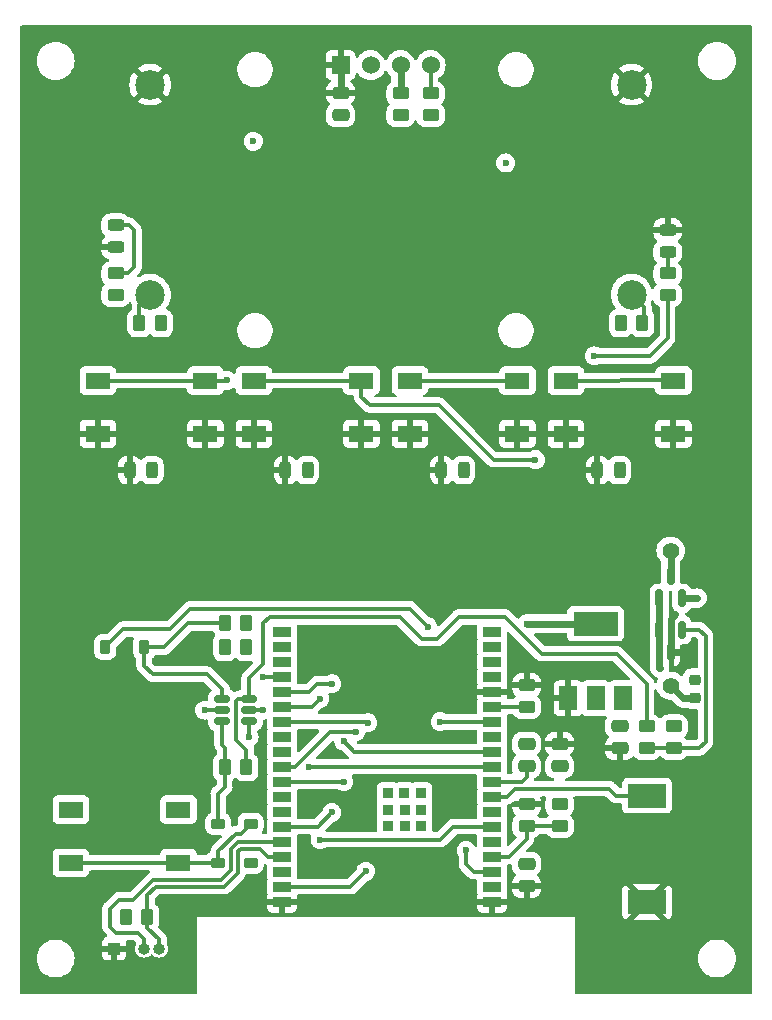
<source format=gbr>
%TF.GenerationSoftware,KiCad,Pcbnew,(7.0.0-0)*%
%TF.CreationDate,2023-11-13T22:50:32+01:00*%
%TF.ProjectId,ultimate-invitation-card,756c7469-6d61-4746-952d-696e76697461,rev?*%
%TF.SameCoordinates,Original*%
%TF.FileFunction,Copper,L1,Top*%
%TF.FilePolarity,Positive*%
%FSLAX46Y46*%
G04 Gerber Fmt 4.6, Leading zero omitted, Abs format (unit mm)*
G04 Created by KiCad (PCBNEW (7.0.0-0)) date 2023-11-13 22:50:32*
%MOMM*%
%LPD*%
G01*
G04 APERTURE LIST*
G04 Aperture macros list*
%AMRoundRect*
0 Rectangle with rounded corners*
0 $1 Rounding radius*
0 $2 $3 $4 $5 $6 $7 $8 $9 X,Y pos of 4 corners*
0 Add a 4 corners polygon primitive as box body*
4,1,4,$2,$3,$4,$5,$6,$7,$8,$9,$2,$3,0*
0 Add four circle primitives for the rounded corners*
1,1,$1+$1,$2,$3*
1,1,$1+$1,$4,$5*
1,1,$1+$1,$6,$7*
1,1,$1+$1,$8,$9*
0 Add four rect primitives between the rounded corners*
20,1,$1+$1,$2,$3,$4,$5,0*
20,1,$1+$1,$4,$5,$6,$7,0*
20,1,$1+$1,$6,$7,$8,$9,0*
20,1,$1+$1,$8,$9,$2,$3,0*%
G04 Aperture macros list end*
%TA.AperFunction,SMDPad,CuDef*%
%ADD10RoundRect,0.250000X0.262500X0.450000X-0.262500X0.450000X-0.262500X-0.450000X0.262500X-0.450000X0*%
%TD*%
%TA.AperFunction,SMDPad,CuDef*%
%ADD11RoundRect,0.243750X-0.243750X-0.456250X0.243750X-0.456250X0.243750X0.456250X-0.243750X0.456250X0*%
%TD*%
%TA.AperFunction,SMDPad,CuDef*%
%ADD12RoundRect,0.250000X-0.262500X-0.450000X0.262500X-0.450000X0.262500X0.450000X-0.262500X0.450000X0*%
%TD*%
%TA.AperFunction,SMDPad,CuDef*%
%ADD13RoundRect,0.250000X0.450000X-0.262500X0.450000X0.262500X-0.450000X0.262500X-0.450000X-0.262500X0*%
%TD*%
%TA.AperFunction,SMDPad,CuDef*%
%ADD14RoundRect,0.243750X0.456250X-0.243750X0.456250X0.243750X-0.456250X0.243750X-0.456250X-0.243750X0*%
%TD*%
%TA.AperFunction,ComponentPad*%
%ADD15R,1.524000X1.524000*%
%TD*%
%TA.AperFunction,ComponentPad*%
%ADD16C,1.524000*%
%TD*%
%TA.AperFunction,SMDPad,CuDef*%
%ADD17RoundRect,0.243750X-0.456250X0.243750X-0.456250X-0.243750X0.456250X-0.243750X0.456250X0.243750X0*%
%TD*%
%TA.AperFunction,SMDPad,CuDef*%
%ADD18RoundRect,0.250000X0.475000X-0.250000X0.475000X0.250000X-0.475000X0.250000X-0.475000X-0.250000X0*%
%TD*%
%TA.AperFunction,SMDPad,CuDef*%
%ADD19RoundRect,0.218750X0.256250X-0.218750X0.256250X0.218750X-0.256250X0.218750X-0.256250X-0.218750X0*%
%TD*%
%TA.AperFunction,HeatsinkPad*%
%ADD20R,0.900000X0.900000*%
%TD*%
%TA.AperFunction,HeatsinkPad*%
%ADD21R,0.900000X0.880000*%
%TD*%
%TA.AperFunction,SMDPad,CuDef*%
%ADD22R,1.500000X0.900000*%
%TD*%
%TA.AperFunction,SMDPad,CuDef*%
%ADD23RoundRect,0.225000X0.225000X0.375000X-0.225000X0.375000X-0.225000X-0.375000X0.225000X-0.375000X0*%
%TD*%
%TA.AperFunction,SMDPad,CuDef*%
%ADD24RoundRect,0.225000X-0.375000X0.225000X-0.375000X-0.225000X0.375000X-0.225000X0.375000X0.225000X0*%
%TD*%
%TA.AperFunction,SMDPad,CuDef*%
%ADD25R,3.200000X2.000000*%
%TD*%
%TA.AperFunction,ComponentPad*%
%ADD26C,2.500000*%
%TD*%
%TA.AperFunction,SMDPad,CuDef*%
%ADD27RoundRect,0.250000X-0.450000X0.262500X-0.450000X-0.262500X0.450000X-0.262500X0.450000X0.262500X0*%
%TD*%
%TA.AperFunction,SMDPad,CuDef*%
%ADD28R,2.100000X1.400000*%
%TD*%
%TA.AperFunction,SMDPad,CuDef*%
%ADD29RoundRect,0.250000X-0.475000X0.250000X-0.475000X-0.250000X0.475000X-0.250000X0.475000X0.250000X0*%
%TD*%
%TA.AperFunction,SMDPad,CuDef*%
%ADD30R,1.500000X2.000000*%
%TD*%
%TA.AperFunction,SMDPad,CuDef*%
%ADD31R,3.800000X2.000000*%
%TD*%
%TA.AperFunction,SMDPad,CuDef*%
%ADD32RoundRect,0.150000X-0.150000X0.587500X-0.150000X-0.587500X0.150000X-0.587500X0.150000X0.587500X0*%
%TD*%
%TA.AperFunction,SMDPad,CuDef*%
%ADD33RoundRect,0.150000X-0.512500X-0.150000X0.512500X-0.150000X0.512500X0.150000X-0.512500X0.150000X0*%
%TD*%
%TA.AperFunction,SMDPad,CuDef*%
%ADD34RoundRect,0.225000X0.375000X-0.225000X0.375000X0.225000X-0.375000X0.225000X-0.375000X-0.225000X0*%
%TD*%
%TA.AperFunction,SMDPad,CuDef*%
%ADD35RoundRect,0.150000X0.150000X-0.587500X0.150000X0.587500X-0.150000X0.587500X-0.150000X-0.587500X0*%
%TD*%
%TA.AperFunction,ComponentPad*%
%ADD36R,1.000000X1.000000*%
%TD*%
%TA.AperFunction,ComponentPad*%
%ADD37O,1.000000X1.000000*%
%TD*%
%TA.AperFunction,ComponentPad*%
%ADD38C,1.400000*%
%TD*%
%TA.AperFunction,ViaPad*%
%ADD39C,0.600000*%
%TD*%
%TA.AperFunction,Conductor*%
%ADD40C,0.300000*%
%TD*%
%TA.AperFunction,Conductor*%
%ADD41C,0.600000*%
%TD*%
G04 APERTURE END LIST*
D10*
%TO.P,R15,1*%
%TO.N,Net-(JP2-B)*%
X153312500Y-74930000D03*
%TO.P,R15,2*%
%TO.N,Net-(U3-I35)*%
X151487500Y-74930000D03*
%TD*%
D11*
%TO.P,D7,1,K*%
%TO.N,GND*%
X136298700Y-87376000D03*
%TO.P,D7,2,A*%
%TO.N,Net-(D7-A)*%
X138173700Y-87376000D03*
%TD*%
D12*
%TO.P,R14,1*%
%TO.N,Net-(JP1-B)*%
X110720500Y-74930000D03*
%TO.P,R14,2*%
%TO.N,Net-(U3-I34)*%
X112545500Y-74930000D03*
%TD*%
D13*
%TO.P,R16,1*%
%TO.N,Net-(U3-I36)*%
X146304000Y-117498500D03*
%TO.P,R16,2*%
%TO.N,Net-(D9-K)*%
X146304000Y-115673500D03*
%TD*%
D11*
%TO.P,D6,1,K*%
%TO.N,GND*%
X123090700Y-87376000D03*
%TO.P,D6,2,A*%
%TO.N,Net-(D6-A)*%
X124965700Y-87376000D03*
%TD*%
D14*
%TO.P,D3,1,K*%
%TO.N,GND*%
X108712000Y-68501500D03*
%TO.P,D3,2,A*%
%TO.N,Net-(D3-A)*%
X108712000Y-66626500D03*
%TD*%
D15*
%TO.P,U4,1,GND*%
%TO.N,GND*%
X127761999Y-53085999D03*
D16*
%TO.P,U4,2,VCC*%
%TO.N,+3.3V*%
X130302000Y-53086000D03*
%TO.P,U4,3,SCL*%
%TO.N,Net-(U3-IO5)*%
X132842000Y-53086000D03*
%TO.P,U4,4,SDA*%
%TO.N,Net-(U3-IO4)*%
X135382000Y-53086000D03*
%TD*%
D17*
%TO.P,D4,1,K*%
%TO.N,GND*%
X155448000Y-67031000D03*
%TO.P,D4,2,A*%
%TO.N,Net-(D4-A)*%
X155448000Y-68906000D03*
%TD*%
D13*
%TO.P,R5,1*%
%TO.N,Net-(U3-I36)*%
X143510000Y-117498500D03*
%TO.P,R5,2*%
%TO.N,GND*%
X143510000Y-115673500D03*
%TD*%
%TO.P,R1,1*%
%TO.N,Net-(Q2-G)*%
X155956000Y-110894500D03*
%TO.P,R1,2*%
%TO.N,-VDC*%
X155956000Y-109069500D03*
%TD*%
D18*
%TO.P,C2,1*%
%TO.N,+3.3V*%
X146304000Y-112456000D03*
%TO.P,C2,2*%
%TO.N,GND*%
X146304000Y-110556000D03*
%TD*%
D19*
%TO.P,F1,1*%
%TO.N,Net-(BT1--)*%
X157734000Y-106680100D03*
%TO.P,F1,2*%
%TO.N,-VDC*%
X157734000Y-105105100D03*
%TD*%
D20*
%TO.P,U3,*%
%TO.N,*%
X131778999Y-117530999D03*
X133178999Y-117530999D03*
X134578999Y-117530999D03*
X131778999Y-116130999D03*
X133178999Y-116130999D03*
X134578999Y-116130999D03*
D21*
X133168999Y-114750999D03*
D20*
X131768999Y-114730999D03*
X134568999Y-114730999D03*
D22*
%TO.P,U3,1,GND1*%
%TO.N,GND*%
X140588999Y-123920999D03*
%TO.P,U3,2,3V3*%
%TO.N,+3.3V*%
X140588999Y-122650999D03*
%TO.P,U3,3,EN*%
%TO.N,Net-(U3-EN)*%
X140588999Y-121380999D03*
%TO.P,U3,4,I36*%
%TO.N,Net-(U3-I36)*%
X140588999Y-120110999D03*
%TO.P,U3,5,I39*%
%TO.N,unconnected-(U3-I39-Pad5)*%
X140588999Y-118840999D03*
%TO.P,U3,6,I34*%
%TO.N,Net-(U3-I34)*%
X140588999Y-117570999D03*
%TO.P,U3,7,I35*%
%TO.N,Net-(U3-I35)*%
X140588999Y-116300999D03*
%TO.P,U3,8,IO32*%
%TO.N,Net-(BZ1--)*%
X140588999Y-115030999D03*
%TO.P,U3,9,IO33*%
%TO.N,Net-(U3-IO33)*%
X140588999Y-113760999D03*
%TO.P,U3,10,IO25*%
%TO.N,Net-(U3-IO25)*%
X140588999Y-112490999D03*
%TO.P,U3,11,IO26*%
%TO.N,Net-(U3-IO26)*%
X140588999Y-111220999D03*
%TO.P,U3,12,IO27*%
%TO.N,unconnected-(U3-IO27-Pad12)*%
X140588999Y-109950999D03*
%TO.P,U3,13,IO14*%
%TO.N,Net-(U3-IO14)*%
X140588999Y-108680999D03*
%TO.P,U3,14,IO12*%
%TO.N,Net-(U3-IO12)*%
X140588999Y-107410999D03*
%TO.P,U3,15,GND2*%
%TO.N,GND*%
X140588999Y-106140999D03*
%TO.P,U3,16,IO13*%
%TO.N,Net-(U3-IO13)*%
X140588999Y-104870999D03*
%TO.P,U3,17,IO9*%
%TO.N,unconnected-(U3-IO9-Pad17)*%
X140588999Y-103600999D03*
%TO.P,U3,18,IO10*%
%TO.N,unconnected-(U3-IO10-Pad18)*%
X140588999Y-102330999D03*
%TO.P,U3,19,IO11*%
%TO.N,unconnected-(U3-IO11-Pad19)*%
X140588999Y-101060999D03*
%TO.P,U3,20,IO6*%
%TO.N,unconnected-(U3-IO6-Pad20)*%
X122808999Y-101060999D03*
%TO.P,U3,21,IO7*%
%TO.N,unconnected-(U3-IO7-Pad21)*%
X122808999Y-102330999D03*
%TO.P,U3,22,IO8*%
%TO.N,unconnected-(U3-IO8-Pad22)*%
X122808999Y-103600999D03*
%TO.P,U3,23,IO15*%
%TO.N,Net-(U3-IO15)*%
X122808999Y-104870999D03*
%TO.P,U3,24,IO2*%
%TO.N,Net-(U3-IO2)*%
X122808999Y-106140999D03*
%TO.P,U3,25,IO0*%
%TO.N,Net-(U3-IO0)*%
X122808999Y-107410999D03*
%TO.P,U3,26,IO4*%
%TO.N,Net-(U3-IO4)*%
X122808999Y-108680999D03*
%TO.P,U3,27,NC1*%
%TO.N,unconnected-(U3-NC1-Pad27)*%
X122808999Y-109950999D03*
%TO.P,U3,28,NC2*%
%TO.N,unconnected-(U3-NC2-Pad28)*%
X122808999Y-111220999D03*
%TO.P,U3,29,IO5*%
%TO.N,Net-(U3-IO5)*%
X122808999Y-112490999D03*
%TO.P,U3,30,IO18*%
%TO.N,Net-(U3-IO18)*%
X122808999Y-113760999D03*
%TO.P,U3,31,IO19*%
%TO.N,Net-(U3-IO19)*%
X122808999Y-115030999D03*
%TO.P,U3,32,NC3*%
%TO.N,unconnected-(U3-NC3-Pad32)*%
X122808999Y-116300999D03*
%TO.P,U3,33,IO21*%
%TO.N,Net-(U3-IO21)*%
X122808999Y-117570999D03*
%TO.P,U3,34,RXD0*%
%TO.N,Net-(J1-Pin_3)*%
X122808999Y-118840999D03*
%TO.P,U3,35,TXD0*%
%TO.N,Net-(J1-Pin_4)*%
X122808999Y-120110999D03*
%TO.P,U3,36,IO22*%
%TO.N,Net-(U3-IO22)*%
X122808999Y-121380999D03*
%TO.P,U3,37,IO23*%
%TO.N,Net-(U3-IO23)*%
X122808999Y-122650999D03*
%TO.P,U3,38,GND3*%
%TO.N,GND*%
X122808999Y-123920999D03*
%TD*%
D23*
%TO.P,D1,1,K*%
%TO.N,Net-(D1-K)*%
X111124000Y-102362000D03*
%TO.P,D1,2,A*%
%TO.N,Net-(D1-A)*%
X107824000Y-102362000D03*
%TD*%
D11*
%TO.P,D5,1,K*%
%TO.N,GND*%
X109908100Y-87376000D03*
%TO.P,D5,2,A*%
%TO.N,Net-(D5-A)*%
X111783100Y-87376000D03*
%TD*%
D24*
%TO.P,D2,1,K*%
%TO.N,Net-(D2-K)*%
X117398800Y-117323600D03*
%TO.P,D2,2,A*%
%TO.N,Net-(D2-A)*%
X117398800Y-120623600D03*
%TD*%
D25*
%TO.P,BZ1,1,-*%
%TO.N,Net-(BZ1--)*%
X153695399Y-114922299D03*
%TO.P,BZ1,2,+*%
%TO.N,GND*%
X153695399Y-123939299D03*
%TD*%
D26*
%TO.P,JP1,1,A*%
%TO.N,GND*%
X111633000Y-54737000D03*
%TO.P,JP1,2,B*%
%TO.N,Net-(JP1-B)*%
X111633000Y-72517000D03*
%TD*%
D13*
%TO.P,R19,1*%
%TO.N,+3.3V*%
X135382000Y-57300500D03*
%TO.P,R19,2*%
%TO.N,Net-(U3-IO4)*%
X135382000Y-55475500D03*
%TD*%
D10*
%TO.P,R7,1*%
%TO.N,Net-(J1-Pin_4)*%
X111402500Y-125222000D03*
%TO.P,R7,2*%
%TO.N,+3.3V*%
X109577500Y-125222000D03*
%TD*%
D13*
%TO.P,R20,1*%
%TO.N,+3.3V*%
X132842000Y-57300500D03*
%TO.P,R20,2*%
%TO.N,Net-(U3-IO5)*%
X132842000Y-55475500D03*
%TD*%
D12*
%TO.P,R21,1*%
%TO.N,+3.3V*%
X117959500Y-102362000D03*
%TO.P,R21,2*%
%TO.N,Net-(U3-IO15)*%
X119784500Y-102362000D03*
%TD*%
D26*
%TO.P,JP2,1,A*%
%TO.N,GND*%
X152400000Y-54737000D03*
%TO.P,JP2,2,B*%
%TO.N,Net-(JP2-B)*%
X152400000Y-72517000D03*
%TD*%
D18*
%TO.P,C6,1*%
%TO.N,+3.3V*%
X127762000Y-57338000D03*
%TO.P,C6,2*%
%TO.N,GND*%
X127762000Y-55438000D03*
%TD*%
D27*
%TO.P,R8,1*%
%TO.N,Net-(D3-A)*%
X108712000Y-70715500D03*
%TO.P,R8,2*%
%TO.N,Net-(U3-IO25)*%
X108712000Y-72540500D03*
%TD*%
D13*
%TO.P,R2,1*%
%TO.N,Net-(Q2-G)*%
X153670000Y-110894500D03*
%TO.P,R2,2*%
%TO.N,Net-(R2-Pad2)*%
X153670000Y-109069500D03*
%TD*%
D28*
%TO.P,SW5,1,1*%
%TO.N,Net-(U3-IO22)*%
X133625999Y-79791999D03*
X142725999Y-79791999D03*
%TO.P,SW5,2,2*%
%TO.N,GND*%
X133625999Y-84291999D03*
X142725999Y-84291999D03*
%TD*%
%TO.P,SW6,1,1*%
%TO.N,Net-(U3-IO13)*%
X146833999Y-79791999D03*
X155933999Y-79791999D03*
%TO.P,SW6,2,2*%
%TO.N,GND*%
X146833999Y-84291999D03*
X155933999Y-84291999D03*
%TD*%
D27*
%TO.P,R9,1*%
%TO.N,Net-(D4-A)*%
X155448000Y-70715500D03*
%TO.P,R9,2*%
%TO.N,Net-(U3-IO21)*%
X155448000Y-72540500D03*
%TD*%
D29*
%TO.P,C5,1*%
%TO.N,+3.3V*%
X143510000Y-120716000D03*
%TO.P,C5,2*%
%TO.N,GND*%
X143510000Y-122616000D03*
%TD*%
D30*
%TO.P,U2,1,GND*%
%TO.N,GND*%
X147051999Y-106679999D03*
%TO.P,U2,2,VO*%
%TO.N,+3.3V*%
X149351999Y-106679999D03*
D31*
X149351999Y-100379999D03*
D30*
%TO.P,U2,3,VI*%
%TO.N,+VDC*%
X151651999Y-106679999D03*
%TD*%
D28*
%TO.P,SW2,1,1*%
%TO.N,Net-(D2-A)*%
X114023999Y-120613999D03*
X104923999Y-120613999D03*
%TO.P,SW2,2,2*%
%TO.N,+VDC*%
X114023999Y-116113999D03*
X104923999Y-116113999D03*
%TD*%
D32*
%TO.P,Q2,1,G*%
%TO.N,Net-(Q2-G)*%
X156652000Y-100891100D03*
%TO.P,Q2,2,S*%
%TO.N,-VDC*%
X154752000Y-100891100D03*
%TO.P,Q2,3,D*%
%TO.N,GND*%
X155702000Y-102766100D03*
%TD*%
D11*
%TO.P,D8,1,K*%
%TO.N,GND*%
X149506700Y-87376000D03*
%TO.P,D8,2,A*%
%TO.N,Net-(D8-A)*%
X151381700Y-87376000D03*
%TD*%
D12*
%TO.P,R3,1*%
%TO.N,Net-(D1-K)*%
X117959500Y-100330000D03*
%TO.P,R3,2*%
%TO.N,Net-(R3-Pad2)*%
X119784500Y-100330000D03*
%TD*%
D33*
%TO.P,U1,1*%
%TO.N,Net-(D1-K)*%
X117734500Y-106746000D03*
%TO.P,U1,2,GND*%
%TO.N,-VDC*%
X117734500Y-107696000D03*
%TO.P,U1,3*%
%TO.N,Net-(D2-K)*%
X117734500Y-108646000D03*
%TO.P,U1,4*%
%TO.N,Net-(R3-Pad2)*%
X120009500Y-108646000D03*
%TO.P,U1,5,VCC*%
%TO.N,+VDC*%
X120009500Y-107696000D03*
%TO.P,U1,6*%
%TO.N,Net-(R2-Pad2)*%
X120009500Y-106746000D03*
%TD*%
D12*
%TO.P,R4,1*%
%TO.N,Net-(D2-K)*%
X117959500Y-112522000D03*
%TO.P,R4,2*%
%TO.N,Net-(R2-Pad2)*%
X119784500Y-112522000D03*
%TD*%
D28*
%TO.P,SW3,1,1*%
%TO.N,Net-(U3-IO26)*%
X107209999Y-79791999D03*
X116309999Y-79791999D03*
%TO.P,SW3,2,2*%
%TO.N,GND*%
X107209999Y-84291999D03*
X116309999Y-84291999D03*
%TD*%
D29*
%TO.P,C1,1*%
%TO.N,+VDC*%
X151384000Y-109032000D03*
%TO.P,C1,2*%
%TO.N,GND*%
X151384000Y-110932000D03*
%TD*%
D28*
%TO.P,SW4,1,1*%
%TO.N,Net-(U3-IO14)*%
X120417999Y-79791999D03*
X129517999Y-79791999D03*
%TO.P,SW4,2,2*%
%TO.N,GND*%
X120417999Y-84291999D03*
X129517999Y-84291999D03*
%TD*%
D34*
%TO.P,D9,1,K*%
%TO.N,Net-(D9-K)*%
X120142000Y-120623600D03*
%TO.P,D9,2,A*%
%TO.N,Net-(D2-A)*%
X120142000Y-117323600D03*
%TD*%
D29*
%TO.P,C3,1*%
%TO.N,Net-(D1-A)*%
X143510000Y-110556000D03*
%TO.P,C3,2*%
%TO.N,Net-(U3-IO33)*%
X143510000Y-112456000D03*
%TD*%
D35*
%TO.P,Q1,1,G*%
%TO.N,-VDC*%
X154752000Y-98219500D03*
%TO.P,Q1,2,S*%
%TO.N,+VDC*%
X156652000Y-98219500D03*
%TO.P,Q1,3,D*%
%TO.N,Net-(BT1-+)*%
X155702000Y-96344500D03*
%TD*%
D13*
%TO.P,R17,1*%
%TO.N,Net-(U3-IO12)*%
X143510000Y-107414700D03*
%TO.P,R17,2*%
%TO.N,GND*%
X143510000Y-105589700D03*
%TD*%
D36*
%TO.P,J1,1,Pin_1*%
%TO.N,GND*%
X108589999Y-127888999D03*
D37*
%TO.P,J1,3,Pin_3*%
%TO.N,Net-(J1-Pin_3)*%
X111129999Y-127888999D03*
%TO.P,J1,4,Pin_4*%
%TO.N,Net-(J1-Pin_4)*%
X112399999Y-127888999D03*
%TD*%
D38*
%TO.P,BT1,1,+*%
%TO.N,Net-(BT1-+)*%
X155702000Y-94195900D03*
%TO.P,BT1,2,-*%
%TO.N,Net-(BT1--)*%
X155702000Y-105625900D03*
%TD*%
D39*
%TO.N,+VDC*%
X157962600Y-98196400D03*
X114024000Y-116114000D03*
X104927400Y-116128800D03*
X151652000Y-106680000D03*
X121183400Y-107696000D03*
X151384000Y-109016800D03*
%TO.N,-VDC*%
X155956000Y-109069500D03*
X154762200Y-104114600D03*
X116255800Y-107696000D03*
X157734000Y-105079800D03*
%TO.N,GND*%
X123088400Y-87376000D03*
X140589000Y-106121200D03*
X156438600Y-102768400D03*
X155930600Y-84302600D03*
X130073400Y-116128800D03*
X153238200Y-123939300D03*
X147828000Y-64490600D03*
X144526000Y-61391800D03*
X149504400Y-87376000D03*
X143535400Y-105537000D03*
X140589000Y-123926600D03*
X147040600Y-106680000D03*
X133629400Y-84302600D03*
X143510000Y-115673500D03*
X151384000Y-110932000D03*
X129514600Y-84302600D03*
X136296400Y-87350600D03*
X106934000Y-59944000D03*
X120421400Y-84302600D03*
X154965400Y-107238800D03*
X119151400Y-114350800D03*
X108712000Y-68501500D03*
X116056000Y-59980000D03*
X156099883Y-99555300D03*
X143510000Y-122616000D03*
X127025400Y-111302800D03*
X115341400Y-103428800D03*
X109905800Y-87376000D03*
X146304000Y-110566200D03*
X156950000Y-64480000D03*
X107213400Y-84302600D03*
X122809000Y-123921000D03*
X155448000Y-67030600D03*
X118135400Y-84302600D03*
X142722600Y-84302600D03*
X146812000Y-84302600D03*
X124993400Y-109778800D03*
%TO.N,+3.3V*%
X149352000Y-100380000D03*
X143510000Y-120716000D03*
X117959500Y-102362000D03*
X148183600Y-100380800D03*
X127762000Y-57353200D03*
X146304000Y-112456000D03*
X132842000Y-57300500D03*
X109589500Y-125222000D03*
X141732000Y-61366400D03*
X150495000Y-100380800D03*
X120370600Y-59537600D03*
X143535400Y-100380800D03*
X140589000Y-122656600D03*
X135382000Y-57300500D03*
X149352000Y-106680000D03*
%TO.N,Net-(U3-EN)*%
X138404600Y-119577524D03*
%TO.N,Net-(D1-A)*%
X135153400Y-100634800D03*
X143484600Y-110566200D03*
%TO.N,Net-(D5-A)*%
X111783100Y-87376000D03*
%TO.N,Net-(D6-A)*%
X124968000Y-87376000D03*
%TO.N,Net-(D7-A)*%
X138173700Y-87376000D03*
%TO.N,Net-(D8-A)*%
X151381700Y-87376000D03*
%TO.N,Net-(D9-K)*%
X146304000Y-115673500D03*
X120142000Y-120623600D03*
%TO.N,Net-(R3-Pad2)*%
X120009500Y-110007400D03*
X119786400Y-100355400D03*
%TO.N,Net-(U3-IO25)*%
X108712000Y-72542400D03*
X125095000Y-112496600D03*
%TO.N,Net-(U3-IO21)*%
X127025400Y-116357400D03*
X149250400Y-77698600D03*
%TO.N,Net-(U3-IO19)*%
X122961400Y-115011200D03*
%TO.N,Net-(U3-IO2)*%
X127025400Y-105460800D03*
%TO.N,Net-(U3-IO18)*%
X128041400Y-113761000D03*
%TO.N,Net-(U3-IO23)*%
X129903850Y-121344050D03*
%TO.N,Net-(U3-I34)*%
X126034800Y-118668800D03*
X112547400Y-74930000D03*
%TO.N,Net-(U3-I35)*%
X151485600Y-74930000D03*
X140534021Y-116246021D03*
%TO.N,Net-(U3-IO0)*%
X126009142Y-106741506D03*
%TO.N,Net-(U3-IO4)*%
X130073400Y-108762800D03*
%TO.N,Net-(U3-IO5)*%
X129057400Y-109524800D03*
%TO.N,Net-(U3-IO15)*%
X119811800Y-102387400D03*
X121215332Y-104908532D03*
%TO.N,Net-(U3-IO26)*%
X128041400Y-110324300D03*
X118135400Y-79781400D03*
%TO.N,Net-(U3-IO14)*%
X136188632Y-108667368D03*
X144262300Y-86487000D03*
%TO.N,Net-(U3-IO22)*%
X142722600Y-79806800D03*
X122809000Y-121381000D03*
%TO.N,Net-(U3-IO13)*%
X155930600Y-79781400D03*
X140589000Y-104871000D03*
%TD*%
D40*
%TO.N,+VDC*%
X157962600Y-98196400D02*
X157939500Y-98219500D01*
D41*
X157939500Y-98219500D02*
X156652000Y-98219500D01*
D40*
X120009500Y-107696000D02*
X121183400Y-107696000D01*
%TO.N,-VDC*%
X117734500Y-107696000D02*
X116255800Y-107696000D01*
D41*
X154752000Y-100891100D02*
X154752000Y-104104400D01*
X154752000Y-100891100D02*
X154752000Y-98219500D01*
X154752000Y-104104400D02*
X154762200Y-104114600D01*
D40*
%TO.N,Net-(BZ1--)*%
X151066500Y-114922300D02*
X153695400Y-114922300D01*
X141839200Y-115031000D02*
X142519400Y-114350800D01*
X140589000Y-115031000D02*
X141839200Y-115031000D01*
X142519400Y-114350800D02*
X150495000Y-114350800D01*
X150495000Y-114350800D02*
X151066500Y-114922300D01*
D41*
%TO.N,GND*%
X155704300Y-102768400D02*
X155702000Y-102766100D01*
X156438600Y-102768400D02*
X155704300Y-102768400D01*
X155702000Y-99953183D02*
X156099883Y-99555300D01*
D40*
X116310000Y-84292000D02*
X118124800Y-84292000D01*
D41*
X155702000Y-102766100D02*
X155702000Y-99953183D01*
X127762000Y-53086000D02*
X127762000Y-55438000D01*
D40*
X118124800Y-84292000D02*
X118135400Y-84302600D01*
D41*
%TO.N,+3.3V*%
X143536200Y-100380000D02*
X143535400Y-100380800D01*
X149352000Y-100380000D02*
X143536200Y-100380000D01*
%TO.N,Net-(BT1-+)*%
X155702000Y-96344500D02*
X155702000Y-94195900D01*
%TO.N,Net-(BT1--)*%
X157734000Y-106680100D02*
X156756200Y-106680100D01*
X156756200Y-106680100D02*
X155702000Y-105625900D01*
D40*
%TO.N,Net-(U3-IO33)*%
X143510000Y-113360200D02*
X143510000Y-112456000D01*
X140589000Y-113761000D02*
X143109200Y-113761000D01*
X143109200Y-113761000D02*
X143510000Y-113360200D01*
%TO.N,Net-(U3-EN)*%
X138404600Y-120726200D02*
X139059400Y-121381000D01*
X139059400Y-121381000D02*
X140589000Y-121381000D01*
X138404600Y-119577524D02*
X138404600Y-120726200D01*
%TO.N,Net-(D1-K)*%
X114858800Y-100330000D02*
X117959500Y-100330000D01*
X111124000Y-103935800D02*
X111124000Y-102362000D01*
X116459000Y-104648000D02*
X111836200Y-104648000D01*
X117734500Y-106746000D02*
X117734500Y-105923500D01*
X117734500Y-105923500D02*
X116459000Y-104648000D01*
X112826800Y-102362000D02*
X114858800Y-100330000D01*
X111124000Y-102362000D02*
X112826800Y-102362000D01*
X111836200Y-104648000D02*
X111124000Y-103935800D01*
%TO.N,Net-(D1-A)*%
X133629400Y-99110800D02*
X115036600Y-99110800D01*
X113309400Y-100838000D02*
X109348000Y-100838000D01*
X109348000Y-100838000D02*
X107824000Y-102362000D01*
X135153400Y-100634800D02*
X133629400Y-99110800D01*
X115036600Y-99110800D02*
X113309400Y-100838000D01*
%TO.N,Net-(D2-A)*%
X104924000Y-120614000D02*
X114024000Y-120614000D01*
X114024000Y-120614000D02*
X117389200Y-120614000D01*
X119304800Y-118160800D02*
X120142000Y-117323600D01*
X118897400Y-118160800D02*
X119304800Y-118160800D01*
X117398800Y-120623600D02*
X117398800Y-119659400D01*
X117398800Y-119659400D02*
X118897400Y-118160800D01*
X117389200Y-120614000D02*
X117398800Y-120623600D01*
%TO.N,Net-(D3-A)*%
X109751500Y-70715500D02*
X108712000Y-70715500D01*
X110261400Y-67056000D02*
X110261400Y-70205600D01*
X108712000Y-66626500D02*
X109831900Y-66626500D01*
X110261400Y-70205600D02*
X109751500Y-70715500D01*
X109831900Y-66626500D02*
X110261400Y-67056000D01*
%TO.N,Net-(D4-A)*%
X155448000Y-70715500D02*
X155448000Y-68906000D01*
%TO.N,Net-(D2-K)*%
X117398800Y-114757200D02*
X117957600Y-114198400D01*
X117734500Y-110647900D02*
X117734500Y-108646000D01*
X117959500Y-110872900D02*
X117734500Y-110647900D01*
X117959500Y-112522000D02*
X117959500Y-110872900D01*
X117957600Y-114198400D02*
X117957600Y-112523900D01*
X117398800Y-114757200D02*
X117398800Y-117323600D01*
X117957600Y-112523900D02*
X117959500Y-112522000D01*
%TO.N,Net-(J1-Pin_3)*%
X108229400Y-124510800D02*
X108229400Y-126034800D01*
X118492000Y-119414728D02*
X118492000Y-121197472D01*
X111130000Y-127106600D02*
X111130000Y-127889000D01*
X111887782Y-122081200D02*
X110220182Y-123748800D01*
X110566200Y-126542800D02*
X111130000Y-127106600D01*
X108229400Y-126034800D02*
X108737400Y-126542800D01*
X110220182Y-123748800D02*
X108991400Y-123748800D01*
X118492000Y-121197472D02*
X117608272Y-122081200D01*
X108991400Y-123748800D02*
X108229400Y-124510800D01*
X108737400Y-126542800D02*
X110566200Y-126542800D01*
X119065728Y-118841000D02*
X118492000Y-119414728D01*
X122809000Y-118841000D02*
X119065728Y-118841000D01*
X117608272Y-122081200D02*
X111887782Y-122081200D01*
%TO.N,Net-(J1-Pin_4)*%
X111402500Y-125222000D02*
X111402500Y-123344300D01*
X119092000Y-121446000D02*
X119092000Y-119663256D01*
X111402500Y-126109100D02*
X112400000Y-127106600D01*
X111402500Y-123344300D02*
X112115600Y-122631200D01*
X119314256Y-119441000D02*
X120965000Y-119441000D01*
X121635000Y-120111000D02*
X122809000Y-120111000D01*
X111402500Y-125222000D02*
X111402500Y-126109100D01*
X112400000Y-127106600D02*
X112400000Y-127889000D01*
X112115600Y-122631200D02*
X117906800Y-122631200D01*
X120965000Y-119441000D02*
X121635000Y-120111000D01*
X117906800Y-122631200D02*
X119092000Y-121446000D01*
X119092000Y-119663256D02*
X119314256Y-119441000D01*
%TO.N,Net-(JP1-B)*%
X110720500Y-74930000D02*
X110720500Y-73429500D01*
X110720500Y-73429500D02*
X111633000Y-72517000D01*
%TO.N,Net-(JP2-B)*%
X153441400Y-74801100D02*
X153441400Y-73558400D01*
X153312500Y-74930000D02*
X153441400Y-74801100D01*
X153441400Y-73558400D02*
X152400000Y-72517000D01*
%TO.N,Net-(Q2-G)*%
X158142700Y-100891100D02*
X156652000Y-100891100D01*
X158659000Y-110377800D02*
X158659000Y-101407400D01*
X153670000Y-110894500D02*
X155956000Y-110894500D01*
X158659000Y-101407400D02*
X158142700Y-100891100D01*
X158142300Y-110894500D02*
X158659000Y-110377800D01*
X155956000Y-110894500D02*
X158142300Y-110894500D01*
%TO.N,Net-(R2-Pad2)*%
X144805400Y-102920800D02*
X151130000Y-102920800D01*
X119784500Y-111097700D02*
X118897000Y-110210200D01*
X121208800Y-100355400D02*
X121767600Y-99796600D01*
X137769600Y-99796600D02*
X141681200Y-99796600D01*
X119085400Y-106746000D02*
X120009500Y-106746000D01*
X141681200Y-99796600D02*
X144805400Y-102920800D01*
X118897000Y-110210200D02*
X118897000Y-106934400D01*
X120009500Y-104983700D02*
X121208800Y-103784400D01*
X134645400Y-101650800D02*
X135915400Y-101650800D01*
X135915400Y-101650800D02*
X137769600Y-99796600D01*
X121767600Y-99796600D02*
X132791200Y-99796600D01*
X153670000Y-105460800D02*
X153670000Y-109069500D01*
X118897000Y-106934400D02*
X119085400Y-106746000D01*
X119784500Y-112522000D02*
X119784500Y-111097700D01*
X120009500Y-106746000D02*
X120009500Y-104983700D01*
X132791200Y-99796600D02*
X134645400Y-101650800D01*
X121208800Y-103784400D02*
X121208800Y-100355400D01*
X151130000Y-102920800D02*
X153670000Y-105460800D01*
%TO.N,Net-(R3-Pad2)*%
X120009500Y-110007400D02*
X120009500Y-108646000D01*
%TO.N,Net-(U3-I36)*%
X141991600Y-120111000D02*
X143510000Y-118592600D01*
X140589000Y-120111000D02*
X141991600Y-120111000D01*
X143510000Y-117498500D02*
X146304000Y-117498500D01*
X143510000Y-118592600D02*
X143510000Y-117498500D01*
%TO.N,Net-(U3-IO25)*%
X140589000Y-112491000D02*
X125100600Y-112491000D01*
X125100600Y-112491000D02*
X125095000Y-112496600D01*
%TO.N,Net-(U3-IO21)*%
X155448000Y-72540500D02*
X155448000Y-76225400D01*
X125811800Y-117571000D02*
X122809000Y-117571000D01*
X155448000Y-76225400D02*
X153974800Y-77698600D01*
X153974800Y-77698600D02*
X149250400Y-77698600D01*
X127025400Y-116357400D02*
X125811800Y-117571000D01*
%TO.N,Net-(U3-IO2)*%
X125755400Y-105460800D02*
X125075200Y-106141000D01*
X127025400Y-105460800D02*
X125755400Y-105460800D01*
X125075200Y-106141000D02*
X122809000Y-106141000D01*
%TO.N,Net-(U3-IO18)*%
X128041400Y-113761000D02*
X122809000Y-113761000D01*
%TO.N,Net-(U3-IO23)*%
X129903850Y-121344050D02*
X128596900Y-122651000D01*
X128596900Y-122651000D02*
X122809000Y-122651000D01*
%TO.N,Net-(U3-I34)*%
X137267200Y-117571000D02*
X140589000Y-117571000D01*
X136169400Y-118668800D02*
X137267200Y-117571000D01*
X126034800Y-118668800D02*
X136169400Y-118668800D01*
%TO.N,Net-(U3-IO12)*%
X143506300Y-107411000D02*
X143510000Y-107414700D01*
X140589000Y-107411000D02*
X143506300Y-107411000D01*
%TO.N,Net-(U3-IO0)*%
X126009142Y-106741506D02*
X125339648Y-107411000D01*
X125339648Y-107411000D02*
X122809000Y-107411000D01*
%TO.N,Net-(U3-IO4)*%
X129991600Y-108681000D02*
X122809000Y-108681000D01*
X135382000Y-53086000D02*
X135382000Y-55473600D01*
X130073400Y-108762800D02*
X129991600Y-108681000D01*
X135382000Y-55473600D02*
X135382000Y-55475500D01*
D41*
%TO.N,Net-(U3-IO5)*%
X132842000Y-55473600D02*
X132842000Y-53086000D01*
X132842000Y-55475500D02*
X132842000Y-55473600D01*
D40*
X123898518Y-112491000D02*
X122809000Y-112491000D01*
X129057400Y-109524800D02*
X126864718Y-109524800D01*
X126864718Y-109524800D02*
X123898518Y-112491000D01*
%TO.N,Net-(U3-IO15)*%
X122771468Y-104908532D02*
X122809000Y-104871000D01*
X121215332Y-104908532D02*
X122771468Y-104908532D01*
%TO.N,Net-(U3-IO26)*%
X116310000Y-79792000D02*
X118124800Y-79792000D01*
X107210000Y-79792000D02*
X116310000Y-79792000D01*
X118124800Y-79792000D02*
X118135400Y-79781400D01*
X128938100Y-111221000D02*
X140589000Y-111221000D01*
X128041400Y-110324300D02*
X128938100Y-111221000D01*
%TO.N,Net-(U3-IO14)*%
X136093200Y-81864200D02*
X130225800Y-81864200D01*
X129518000Y-81156400D02*
X129518000Y-79792000D01*
X136188632Y-108667368D02*
X136207864Y-108686600D01*
X136207864Y-108686600D02*
X140583400Y-108686600D01*
X140583400Y-108686600D02*
X140589000Y-108681000D01*
X144262300Y-86487000D02*
X140716000Y-86487000D01*
X140716000Y-86487000D02*
X136093200Y-81864200D01*
X120418000Y-79792000D02*
X129518000Y-79792000D01*
X130225800Y-81864200D02*
X129518000Y-81156400D01*
%TO.N,Net-(U3-IO22)*%
X142707800Y-79792000D02*
X142722600Y-79806800D01*
X133626000Y-79792000D02*
X142707800Y-79792000D01*
%TO.N,Net-(U3-IO13)*%
X146834000Y-79792000D02*
X155930600Y-79781400D01*
X155930600Y-79781400D02*
X155934000Y-79792000D01*
%TD*%
%TA.AperFunction,Conductor*%
%TO.N,GND*%
G36*
X145083866Y-115014897D02*
G01*
X145127940Y-115052707D01*
X145149967Y-115106437D01*
X145145116Y-115164304D01*
X145139922Y-115179980D01*
X145114001Y-115258203D01*
X145113313Y-115264933D01*
X145113312Y-115264940D01*
X145103819Y-115357859D01*
X145103818Y-115357877D01*
X145103500Y-115360991D01*
X145103500Y-115364138D01*
X145103500Y-115364139D01*
X145103500Y-115982858D01*
X145103500Y-115982877D01*
X145103501Y-115986008D01*
X145103820Y-115989140D01*
X145103821Y-115989141D01*
X145113312Y-116082061D01*
X145113313Y-116082069D01*
X145114001Y-116088797D01*
X145116129Y-116095219D01*
X145116130Y-116095223D01*
X145148149Y-116191850D01*
X145169186Y-116255334D01*
X145172977Y-116261480D01*
X145257497Y-116398511D01*
X145257500Y-116398515D01*
X145261288Y-116404656D01*
X145266393Y-116409761D01*
X145354951Y-116498319D01*
X145387045Y-116553906D01*
X145387045Y-116618094D01*
X145354951Y-116673681D01*
X145266399Y-116762232D01*
X145266395Y-116762236D01*
X145261288Y-116767344D01*
X145257498Y-116773487D01*
X145257492Y-116773496D01*
X145247871Y-116789096D01*
X145202764Y-116832277D01*
X145142332Y-116848000D01*
X144671668Y-116848000D01*
X144611236Y-116832277D01*
X144566129Y-116789096D01*
X144556507Y-116773496D01*
X144556505Y-116773493D01*
X144552712Y-116767344D01*
X144458695Y-116673326D01*
X144426601Y-116617739D01*
X144426601Y-116553552D01*
X144458695Y-116497964D01*
X144547209Y-116409450D01*
X144556109Y-116398194D01*
X144640567Y-116261266D01*
X144646629Y-116248267D01*
X144697375Y-116095125D01*
X144700194Y-116081958D01*
X144709680Y-115989109D01*
X144710000Y-115982832D01*
X144710000Y-115939826D01*
X144706549Y-115926950D01*
X144693674Y-115923500D01*
X142326327Y-115923500D01*
X142313451Y-115926950D01*
X142310001Y-115939826D01*
X142310001Y-115982829D01*
X142310321Y-115989111D01*
X142319805Y-116081959D01*
X142322623Y-116095122D01*
X142373370Y-116248267D01*
X142379432Y-116261266D01*
X142463890Y-116398194D01*
X142472794Y-116409455D01*
X142561304Y-116497965D01*
X142593398Y-116553552D01*
X142593398Y-116617739D01*
X142561305Y-116673327D01*
X142467288Y-116767344D01*
X142463503Y-116773480D01*
X142463497Y-116773488D01*
X142383068Y-116903887D01*
X142375186Y-116916666D01*
X142372915Y-116923517D01*
X142372914Y-116923521D01*
X142322242Y-117076439D01*
X142320001Y-117083203D01*
X142319313Y-117089933D01*
X142319312Y-117089940D01*
X142309819Y-117182859D01*
X142309818Y-117182877D01*
X142309500Y-117185991D01*
X142309500Y-117189138D01*
X142309500Y-117189139D01*
X142309500Y-117807858D01*
X142309500Y-117807877D01*
X142309501Y-117811008D01*
X142309820Y-117814140D01*
X142309821Y-117814141D01*
X142319312Y-117907061D01*
X142319313Y-117907069D01*
X142320001Y-117913797D01*
X142322129Y-117920219D01*
X142322130Y-117920223D01*
X142370287Y-118065550D01*
X142375186Y-118080334D01*
X142378977Y-118086480D01*
X142463497Y-118223511D01*
X142463500Y-118223515D01*
X142467288Y-118229656D01*
X142591344Y-118353712D01*
X142604822Y-118362025D01*
X142644306Y-118400937D01*
X142662887Y-118453167D01*
X142656853Y-118508275D01*
X142627407Y-118555245D01*
X142051180Y-119131472D01*
X142001817Y-119161722D01*
X141944101Y-119166264D01*
X141890614Y-119144109D01*
X141853014Y-119100086D01*
X141839499Y-119043793D01*
X141839499Y-118343128D01*
X141833091Y-118283517D01*
X141820340Y-118249331D01*
X141812523Y-118206000D01*
X141820340Y-118162668D01*
X141833091Y-118128483D01*
X141839500Y-118068873D01*
X141839499Y-117073128D01*
X141833091Y-117013517D01*
X141820340Y-116979330D01*
X141812523Y-116936000D01*
X141820340Y-116892668D01*
X141833091Y-116858483D01*
X141839500Y-116798873D01*
X141839499Y-115803128D01*
X141840125Y-115803128D01*
X141850891Y-115747429D01*
X141888652Y-115700738D01*
X141940710Y-115678630D01*
X141941769Y-115678597D01*
X141962151Y-115672674D01*
X141981191Y-115668731D01*
X142002258Y-115666071D01*
X142019506Y-115659241D01*
X142044708Y-115649264D01*
X142055757Y-115645480D01*
X142099598Y-115632744D01*
X142117860Y-115621942D01*
X142135336Y-115613380D01*
X142155071Y-115605568D01*
X142192016Y-115578725D01*
X142201758Y-115572326D01*
X142241065Y-115549081D01*
X142256069Y-115534076D01*
X142270864Y-115521438D01*
X142288037Y-115508963D01*
X142317147Y-115473772D01*
X142324998Y-115465146D01*
X142330334Y-115459810D01*
X142370560Y-115432937D01*
X142418007Y-115423500D01*
X144693673Y-115423500D01*
X144706548Y-115420049D01*
X144709999Y-115407174D01*
X144709999Y-115364171D01*
X144709678Y-115357888D01*
X144700194Y-115265040D01*
X144697375Y-115251874D01*
X144668358Y-115164303D01*
X144663507Y-115106437D01*
X144685534Y-115052707D01*
X144729609Y-115014897D01*
X144786064Y-115001300D01*
X145027410Y-115001300D01*
X145083866Y-115014897D01*
G37*
%TD.AperFunction*%
%TA.AperFunction,Conductor*%
G36*
X121506255Y-108486471D02*
G01*
X121544667Y-108530687D01*
X121558500Y-108587601D01*
X121558500Y-109175560D01*
X121558500Y-109175578D01*
X121558501Y-109178872D01*
X121558853Y-109182150D01*
X121558854Y-109182161D01*
X121564080Y-109230769D01*
X121564909Y-109238483D01*
X121567619Y-109245749D01*
X121577659Y-109272670D01*
X121585476Y-109316000D01*
X121577659Y-109359330D01*
X121567621Y-109386244D01*
X121567620Y-109386248D01*
X121564909Y-109393517D01*
X121564079Y-109401231D01*
X121564079Y-109401234D01*
X121558855Y-109449819D01*
X121558854Y-109449831D01*
X121558500Y-109453127D01*
X121558500Y-109456448D01*
X121558500Y-109456449D01*
X121558500Y-110445560D01*
X121558500Y-110445578D01*
X121558501Y-110448872D01*
X121558853Y-110452150D01*
X121558854Y-110452161D01*
X121559854Y-110461459D01*
X121564909Y-110508483D01*
X121567618Y-110515747D01*
X121567619Y-110515750D01*
X121577658Y-110542666D01*
X121585476Y-110585997D01*
X121577659Y-110629327D01*
X121567619Y-110656246D01*
X121567615Y-110656259D01*
X121564909Y-110663517D01*
X121564080Y-110671218D01*
X121564079Y-110671227D01*
X121558855Y-110719819D01*
X121558854Y-110719831D01*
X121558500Y-110723127D01*
X121558500Y-110726448D01*
X121558500Y-110726449D01*
X121558500Y-111715560D01*
X121558500Y-111715578D01*
X121558501Y-111718872D01*
X121558853Y-111722150D01*
X121558854Y-111722161D01*
X121564080Y-111770773D01*
X121564909Y-111778483D01*
X121577659Y-111812668D01*
X121585476Y-111855998D01*
X121577660Y-111899327D01*
X121567735Y-111925940D01*
X121564909Y-111933517D01*
X121564079Y-111941231D01*
X121564079Y-111941234D01*
X121558855Y-111989819D01*
X121558854Y-111989831D01*
X121558500Y-111993127D01*
X121558500Y-111996448D01*
X121558500Y-111996449D01*
X121558500Y-112985560D01*
X121558500Y-112985578D01*
X121558501Y-112988872D01*
X121558853Y-112992150D01*
X121558854Y-112992161D01*
X121564080Y-113040773D01*
X121564909Y-113048483D01*
X121567619Y-113055749D01*
X121577659Y-113082670D01*
X121585476Y-113126000D01*
X121577659Y-113169330D01*
X121567621Y-113196244D01*
X121567620Y-113196248D01*
X121564909Y-113203517D01*
X121564079Y-113211231D01*
X121564079Y-113211234D01*
X121558855Y-113259819D01*
X121558854Y-113259831D01*
X121558500Y-113263127D01*
X121558500Y-113266448D01*
X121558500Y-113266449D01*
X121558500Y-114255560D01*
X121558500Y-114255578D01*
X121558501Y-114258872D01*
X121558853Y-114262150D01*
X121558854Y-114262161D01*
X121563248Y-114303034D01*
X121564909Y-114318483D01*
X121567618Y-114325747D01*
X121567619Y-114325750D01*
X121577658Y-114352666D01*
X121585476Y-114395997D01*
X121577659Y-114439327D01*
X121567619Y-114466246D01*
X121567615Y-114466259D01*
X121564909Y-114473517D01*
X121564080Y-114481218D01*
X121564079Y-114481227D01*
X121558855Y-114529819D01*
X121558854Y-114529831D01*
X121558500Y-114533127D01*
X121558500Y-114536448D01*
X121558500Y-114536449D01*
X121558500Y-115525560D01*
X121558500Y-115525578D01*
X121558501Y-115528872D01*
X121558853Y-115532150D01*
X121558854Y-115532161D01*
X121563613Y-115576426D01*
X121564909Y-115588483D01*
X121567618Y-115595747D01*
X121567619Y-115595750D01*
X121577658Y-115622666D01*
X121585476Y-115665997D01*
X121577659Y-115709327D01*
X121567619Y-115736246D01*
X121567615Y-115736259D01*
X121564909Y-115743517D01*
X121564080Y-115751218D01*
X121564079Y-115751227D01*
X121558855Y-115799819D01*
X121558854Y-115799831D01*
X121558500Y-115803127D01*
X121558500Y-115806448D01*
X121558500Y-115806449D01*
X121558500Y-116795560D01*
X121558500Y-116795578D01*
X121558501Y-116798872D01*
X121558853Y-116802150D01*
X121558854Y-116802161D01*
X121564080Y-116850773D01*
X121564909Y-116858483D01*
X121567619Y-116865749D01*
X121577659Y-116892670D01*
X121585476Y-116936000D01*
X121577659Y-116979330D01*
X121567621Y-117006244D01*
X121567620Y-117006248D01*
X121564909Y-117013517D01*
X121564079Y-117021231D01*
X121564079Y-117021234D01*
X121558855Y-117069819D01*
X121558854Y-117069831D01*
X121558500Y-117073127D01*
X121558500Y-117076448D01*
X121558500Y-117076449D01*
X121558501Y-118066500D01*
X121541888Y-118128500D01*
X121496501Y-118173887D01*
X121434501Y-118190500D01*
X121195655Y-118190500D01*
X121132876Y-118173433D01*
X121087377Y-118126932D01*
X121071685Y-118063795D01*
X121090117Y-118001403D01*
X121117937Y-117956300D01*
X121179003Y-117857297D01*
X121232349Y-117696308D01*
X121242500Y-117596945D01*
X121242499Y-117050256D01*
X121232349Y-116950892D01*
X121179003Y-116789903D01*
X121089968Y-116645556D01*
X120970044Y-116525632D01*
X120963894Y-116521838D01*
X120963892Y-116521837D01*
X120831845Y-116440389D01*
X120831843Y-116440388D01*
X120825697Y-116436597D01*
X120818842Y-116434325D01*
X120818841Y-116434325D01*
X120671136Y-116385381D01*
X120671135Y-116385380D01*
X120664708Y-116383251D01*
X120657975Y-116382563D01*
X120657970Y-116382562D01*
X120568476Y-116373419D01*
X120568459Y-116373418D01*
X120565345Y-116373100D01*
X120562196Y-116373100D01*
X119721805Y-116373100D01*
X119721785Y-116373100D01*
X119718656Y-116373101D01*
X119715524Y-116373420D01*
X119715522Y-116373421D01*
X119626027Y-116382562D01*
X119626017Y-116382563D01*
X119619292Y-116383251D01*
X119612870Y-116385378D01*
X119612865Y-116385380D01*
X119465158Y-116434325D01*
X119465154Y-116434326D01*
X119458303Y-116436597D01*
X119452159Y-116440386D01*
X119452154Y-116440389D01*
X119320107Y-116521837D01*
X119320101Y-116521841D01*
X119313956Y-116525632D01*
X119308849Y-116530738D01*
X119308845Y-116530742D01*
X119199142Y-116640445D01*
X119199138Y-116640449D01*
X119194032Y-116645556D01*
X119190241Y-116651701D01*
X119190237Y-116651707D01*
X119108789Y-116783754D01*
X119108786Y-116783759D01*
X119104997Y-116789903D01*
X119102726Y-116796754D01*
X119102725Y-116796758D01*
X119055658Y-116938799D01*
X119051651Y-116950892D01*
X119050963Y-116957622D01*
X119050962Y-116957629D01*
X119041819Y-117047123D01*
X119041818Y-117047141D01*
X119041500Y-117050255D01*
X119041500Y-117053403D01*
X119041500Y-117053404D01*
X119041500Y-117385286D01*
X119025531Y-117446158D01*
X118981736Y-117491351D01*
X118921396Y-117509225D01*
X118897015Y-117509991D01*
X118889135Y-117510239D01*
X118885242Y-117510300D01*
X118856475Y-117510300D01*
X118852607Y-117510788D01*
X118852598Y-117510789D01*
X118852076Y-117510855D01*
X118840459Y-117511768D01*
X118802624Y-117512957D01*
X118802616Y-117512958D01*
X118794830Y-117513203D01*
X118787342Y-117515378D01*
X118787343Y-117515378D01*
X118774448Y-117519124D01*
X118755409Y-117523066D01*
X118742083Y-117524750D01*
X118742076Y-117524751D01*
X118734342Y-117525729D01*
X118727094Y-117528598D01*
X118727092Y-117528599D01*
X118691889Y-117542536D01*
X118680843Y-117546318D01*
X118657897Y-117552985D01*
X118601023Y-117555892D01*
X118548848Y-117533071D01*
X118512376Y-117489335D01*
X118499299Y-117433911D01*
X118499299Y-117050256D01*
X118489149Y-116950892D01*
X118435803Y-116789903D01*
X118346768Y-116645556D01*
X118226844Y-116525632D01*
X118220694Y-116521838D01*
X118220692Y-116521837D01*
X118108203Y-116452453D01*
X118065022Y-116407347D01*
X118049300Y-116346915D01*
X118049300Y-115078008D01*
X118058739Y-115030555D01*
X118085616Y-114990329D01*
X118360267Y-114715677D01*
X118368892Y-114707831D01*
X118368946Y-114707785D01*
X118375540Y-114703602D01*
X118423497Y-114652531D01*
X118426115Y-114649829D01*
X118446512Y-114629434D01*
X118449211Y-114625953D01*
X118456785Y-114617084D01*
X118488048Y-114583793D01*
X118498272Y-114565193D01*
X118508947Y-114548941D01*
X118521963Y-114532163D01*
X118540098Y-114490252D01*
X118545233Y-114479773D01*
X118567227Y-114439768D01*
X118572503Y-114419217D01*
X118578811Y-114400793D01*
X118580887Y-114395997D01*
X118587236Y-114381326D01*
X118594378Y-114336224D01*
X118596748Y-114324787D01*
X118598367Y-114318483D01*
X118608100Y-114280577D01*
X118608100Y-114259354D01*
X118609627Y-114239956D01*
X118610709Y-114233127D01*
X118612947Y-114218995D01*
X118608650Y-114173537D01*
X118608100Y-114161868D01*
X118608100Y-113684840D01*
X118623823Y-113624408D01*
X118667004Y-113579301D01*
X118684503Y-113568507D01*
X118684501Y-113568507D01*
X118690656Y-113564712D01*
X118784319Y-113471048D01*
X118839906Y-113438955D01*
X118904094Y-113438955D01*
X118959680Y-113471048D01*
X119053344Y-113564712D01*
X119059485Y-113568500D01*
X119059488Y-113568502D01*
X119092178Y-113588665D01*
X119202666Y-113656814D01*
X119369203Y-113711999D01*
X119471991Y-113722500D01*
X120097008Y-113722499D01*
X120199797Y-113711999D01*
X120366334Y-113656814D01*
X120515656Y-113564712D01*
X120639712Y-113440656D01*
X120731814Y-113291334D01*
X120786999Y-113124797D01*
X120797500Y-113022009D01*
X120797499Y-112021992D01*
X120786999Y-111919203D01*
X120731814Y-111752666D01*
X120661668Y-111638940D01*
X120643502Y-111609488D01*
X120643500Y-111609485D01*
X120639712Y-111603344D01*
X120515656Y-111479288D01*
X120509507Y-111475495D01*
X120509503Y-111475492D01*
X120493904Y-111465871D01*
X120450723Y-111420764D01*
X120435000Y-111360332D01*
X120435000Y-111178773D01*
X120435550Y-111167104D01*
X120435558Y-111167018D01*
X120437260Y-111159404D01*
X120435061Y-111089424D01*
X120435000Y-111085529D01*
X120435000Y-111060677D01*
X120435000Y-111056775D01*
X120434448Y-111052412D01*
X120433531Y-111040763D01*
X120432098Y-110995131D01*
X120426176Y-110974748D01*
X120422230Y-110955694D01*
X120420548Y-110942380D01*
X120419571Y-110934642D01*
X120402767Y-110892201D01*
X120398984Y-110881151D01*
X120388422Y-110844795D01*
X120388421Y-110844794D01*
X120386245Y-110837302D01*
X120385784Y-110836523D01*
X120376476Y-110782942D01*
X120393677Y-110727473D01*
X120434247Y-110685921D01*
X120511762Y-110637216D01*
X120639316Y-110509662D01*
X120735289Y-110356922D01*
X120794868Y-110186655D01*
X120815065Y-110007400D01*
X120794868Y-109828145D01*
X120735289Y-109657878D01*
X120691796Y-109588660D01*
X120673395Y-109534912D01*
X120680895Y-109478597D01*
X120712723Y-109431538D01*
X120762193Y-109403613D01*
X120782398Y-109397744D01*
X120923865Y-109314081D01*
X121040081Y-109197865D01*
X121123744Y-109056398D01*
X121169598Y-108898569D01*
X121172500Y-108861694D01*
X121172500Y-108613606D01*
X121186870Y-108555665D01*
X121226648Y-108511152D01*
X121282617Y-108490386D01*
X121362655Y-108481368D01*
X121369228Y-108479067D01*
X121369232Y-108479067D01*
X121393545Y-108470560D01*
X121451834Y-108464818D01*
X121506255Y-108486471D01*
G37*
%TD.AperFunction*%
%TA.AperFunction,Conductor*%
G36*
X139276500Y-113158113D02*
G01*
X139321887Y-113203500D01*
X139338500Y-113265500D01*
X139338500Y-114255560D01*
X139338500Y-114255578D01*
X139338501Y-114258872D01*
X139338853Y-114262150D01*
X139338854Y-114262161D01*
X139343248Y-114303034D01*
X139344909Y-114318483D01*
X139347618Y-114325747D01*
X139347619Y-114325750D01*
X139357658Y-114352666D01*
X139365476Y-114395997D01*
X139357659Y-114439327D01*
X139347619Y-114466246D01*
X139347615Y-114466259D01*
X139344909Y-114473517D01*
X139344080Y-114481218D01*
X139344079Y-114481227D01*
X139338855Y-114529819D01*
X139338854Y-114529831D01*
X139338500Y-114533127D01*
X139338500Y-114536448D01*
X139338500Y-114536449D01*
X139338500Y-115525560D01*
X139338500Y-115525578D01*
X139338501Y-115528872D01*
X139338853Y-115532150D01*
X139338854Y-115532161D01*
X139343613Y-115576426D01*
X139344909Y-115588483D01*
X139347618Y-115595747D01*
X139347619Y-115595750D01*
X139357658Y-115622666D01*
X139365476Y-115665997D01*
X139357659Y-115709327D01*
X139347619Y-115736246D01*
X139347615Y-115736259D01*
X139344909Y-115743517D01*
X139344080Y-115751218D01*
X139344079Y-115751227D01*
X139338855Y-115799819D01*
X139338854Y-115799831D01*
X139338500Y-115803127D01*
X139338500Y-115806448D01*
X139338500Y-115806449D01*
X139338501Y-116796500D01*
X139321888Y-116858500D01*
X139276501Y-116903887D01*
X139214501Y-116920500D01*
X137348273Y-116920500D01*
X137336604Y-116919950D01*
X137336517Y-116919941D01*
X137328904Y-116918240D01*
X137321105Y-116918485D01*
X137258924Y-116920439D01*
X137255029Y-116920500D01*
X137226275Y-116920500D01*
X137222412Y-116920987D01*
X137222393Y-116920989D01*
X137221891Y-116921053D01*
X137210269Y-116921967D01*
X137172424Y-116923156D01*
X137172415Y-116923157D01*
X137164631Y-116923402D01*
X137157144Y-116925576D01*
X137157137Y-116925578D01*
X137144243Y-116929324D01*
X137125196Y-116933269D01*
X137111876Y-116934951D01*
X137111869Y-116934952D01*
X137104142Y-116935929D01*
X137096898Y-116938796D01*
X137096890Y-116938799D01*
X137061695Y-116952733D01*
X137050651Y-116956514D01*
X137014297Y-116967076D01*
X137014287Y-116967080D01*
X137006802Y-116969255D01*
X137000089Y-116973224D01*
X137000084Y-116973227D01*
X136988521Y-116980065D01*
X136971064Y-116988617D01*
X136958583Y-116993559D01*
X136958578Y-116993561D01*
X136951329Y-116996432D01*
X136945025Y-117001011D01*
X136945014Y-117001018D01*
X136914389Y-117023269D01*
X136904632Y-117029678D01*
X136865335Y-117052919D01*
X136859816Y-117058437D01*
X136859813Y-117058440D01*
X136850322Y-117067930D01*
X136835538Y-117080557D01*
X136824675Y-117088449D01*
X136824666Y-117088457D01*
X136818363Y-117093037D01*
X136813396Y-117099039D01*
X136813385Y-117099051D01*
X136789255Y-117128219D01*
X136781395Y-117136857D01*
X135936273Y-117981981D01*
X135896045Y-118008861D01*
X135848592Y-118018300D01*
X135653500Y-118018300D01*
X135591500Y-118001687D01*
X135546113Y-117956300D01*
X135529500Y-117894300D01*
X135529499Y-117036439D01*
X135529499Y-117033128D01*
X135523091Y-116973517D01*
X135486095Y-116874327D01*
X135478279Y-116831000D01*
X135486095Y-116787672D01*
X135523091Y-116688483D01*
X135529500Y-116628873D01*
X135529499Y-115633128D01*
X135523091Y-115573517D01*
X135481096Y-115460922D01*
X135473279Y-115417594D01*
X135481095Y-115374266D01*
X135513091Y-115288483D01*
X135519500Y-115228873D01*
X135519499Y-114233128D01*
X135513091Y-114173517D01*
X135462796Y-114038669D01*
X135376546Y-113923454D01*
X135315282Y-113877592D01*
X135268431Y-113842519D01*
X135268430Y-113842518D01*
X135261331Y-113837204D01*
X135126483Y-113786909D01*
X135118770Y-113786079D01*
X135118767Y-113786079D01*
X135070180Y-113780855D01*
X135070169Y-113780854D01*
X135066873Y-113780500D01*
X135063550Y-113780500D01*
X134074439Y-113780500D01*
X134074420Y-113780500D01*
X134071128Y-113780501D01*
X134067850Y-113780853D01*
X134067838Y-113780854D01*
X134019231Y-113786079D01*
X134019225Y-113786080D01*
X134011517Y-113786909D01*
X134004252Y-113789618D01*
X134004246Y-113789620D01*
X133876669Y-113837204D01*
X133876101Y-113835682D01*
X133838472Y-113846724D01*
X133786309Y-113839222D01*
X133733752Y-113819620D01*
X133733751Y-113819619D01*
X133726483Y-113816909D01*
X133718766Y-113816079D01*
X133718765Y-113816079D01*
X133670180Y-113810855D01*
X133670169Y-113810854D01*
X133666873Y-113810500D01*
X133663550Y-113810500D01*
X132674439Y-113810500D01*
X132674420Y-113810500D01*
X132671128Y-113810501D01*
X132667850Y-113810853D01*
X132667838Y-113810854D01*
X132619226Y-113816080D01*
X132619223Y-113816080D01*
X132611517Y-113816909D01*
X132604250Y-113819619D01*
X132604251Y-113819619D01*
X132551689Y-113839222D01*
X132499519Y-113846724D01*
X132461898Y-113835681D01*
X132461331Y-113837204D01*
X132333752Y-113789620D01*
X132333750Y-113789619D01*
X132326483Y-113786909D01*
X132318770Y-113786079D01*
X132318767Y-113786079D01*
X132270180Y-113780855D01*
X132270169Y-113780854D01*
X132266873Y-113780500D01*
X132263550Y-113780500D01*
X131274439Y-113780500D01*
X131274420Y-113780500D01*
X131271128Y-113780501D01*
X131267850Y-113780853D01*
X131267838Y-113780854D01*
X131219231Y-113786079D01*
X131219225Y-113786080D01*
X131211517Y-113786909D01*
X131204252Y-113789618D01*
X131204246Y-113789620D01*
X131084980Y-113834104D01*
X131084978Y-113834104D01*
X131076669Y-113837204D01*
X131069572Y-113842516D01*
X131069568Y-113842519D01*
X130968550Y-113918141D01*
X130968546Y-113918144D01*
X130961454Y-113923454D01*
X130956144Y-113930546D01*
X130956141Y-113930550D01*
X130880519Y-114031568D01*
X130880516Y-114031572D01*
X130875204Y-114038669D01*
X130872104Y-114046978D01*
X130872104Y-114046980D01*
X130827620Y-114166247D01*
X130827619Y-114166250D01*
X130824909Y-114173517D01*
X130824079Y-114181227D01*
X130824079Y-114181232D01*
X130818855Y-114229819D01*
X130818854Y-114229831D01*
X130818500Y-114233127D01*
X130818500Y-114236448D01*
X130818500Y-114236449D01*
X130818500Y-115225560D01*
X130818500Y-115225578D01*
X130818501Y-115228872D01*
X130818853Y-115232150D01*
X130818854Y-115232161D01*
X130824079Y-115280768D01*
X130824080Y-115280773D01*
X130824909Y-115288483D01*
X130827619Y-115295749D01*
X130827620Y-115295753D01*
X130866902Y-115401072D01*
X130874720Y-115444405D01*
X130866902Y-115487737D01*
X130837621Y-115566244D01*
X130837619Y-115566248D01*
X130834909Y-115573517D01*
X130834079Y-115581227D01*
X130834079Y-115581232D01*
X130828855Y-115629819D01*
X130828854Y-115629831D01*
X130828500Y-115633127D01*
X130828500Y-115636448D01*
X130828500Y-115636449D01*
X130828500Y-116625560D01*
X130828500Y-116625578D01*
X130828501Y-116628872D01*
X130828853Y-116632150D01*
X130828854Y-116632161D01*
X130834079Y-116680768D01*
X130834080Y-116680773D01*
X130834909Y-116688483D01*
X130837619Y-116695749D01*
X130837620Y-116695753D01*
X130871902Y-116787667D01*
X130879720Y-116831000D01*
X130871902Y-116874333D01*
X130837620Y-116966247D01*
X130837620Y-116966249D01*
X130834909Y-116973517D01*
X130834079Y-116981227D01*
X130834079Y-116981232D01*
X130828855Y-117029819D01*
X130828854Y-117029831D01*
X130828500Y-117033127D01*
X130828500Y-117524750D01*
X130828501Y-117894300D01*
X130811888Y-117956300D01*
X130766501Y-118001687D01*
X130704501Y-118018300D01*
X126583807Y-118018300D01*
X126527512Y-118004785D01*
X126483489Y-117967185D01*
X126461334Y-117913698D01*
X126465876Y-117855982D01*
X126496126Y-117806619D01*
X126798592Y-117504153D01*
X127123625Y-117179119D01*
X127157503Y-117155082D01*
X127191025Y-117145425D01*
X127190950Y-117145096D01*
X127196807Y-117143759D01*
X127197418Y-117143583D01*
X127204655Y-117142768D01*
X127374922Y-117083189D01*
X127527662Y-116987216D01*
X127655216Y-116859662D01*
X127751189Y-116706922D01*
X127810768Y-116536655D01*
X127830965Y-116357400D01*
X127810768Y-116178145D01*
X127751189Y-116007878D01*
X127655216Y-115855138D01*
X127527662Y-115727584D01*
X127498617Y-115709334D01*
X127380812Y-115635312D01*
X127374922Y-115631611D01*
X127368359Y-115629314D01*
X127368356Y-115629313D01*
X127211224Y-115574330D01*
X127211219Y-115574328D01*
X127204655Y-115572032D01*
X127197735Y-115571252D01*
X127197734Y-115571252D01*
X127032323Y-115552615D01*
X127025400Y-115551835D01*
X127018477Y-115552615D01*
X126853065Y-115571252D01*
X126853062Y-115571252D01*
X126846145Y-115572032D01*
X126839582Y-115574328D01*
X126839575Y-115574330D01*
X126682443Y-115629313D01*
X126682436Y-115629315D01*
X126675878Y-115631611D01*
X126669990Y-115635310D01*
X126669987Y-115635312D01*
X126529038Y-115723876D01*
X126529033Y-115723879D01*
X126523138Y-115727584D01*
X126518213Y-115732508D01*
X126518209Y-115732512D01*
X126400512Y-115850209D01*
X126400508Y-115850213D01*
X126395584Y-115855138D01*
X126391879Y-115861033D01*
X126391876Y-115861038D01*
X126303312Y-116001987D01*
X126303310Y-116001990D01*
X126299611Y-116007878D01*
X126297315Y-116014436D01*
X126297313Y-116014443D01*
X126242329Y-116171579D01*
X126242327Y-116171583D01*
X126240032Y-116178145D01*
X126239253Y-116185050D01*
X126239251Y-116185063D01*
X126239215Y-116185391D01*
X126239033Y-116186022D01*
X126237703Y-116191850D01*
X126237375Y-116191775D01*
X126227713Y-116225302D01*
X126203677Y-116259175D01*
X125578673Y-116884181D01*
X125538445Y-116911061D01*
X125490992Y-116920500D01*
X124183500Y-116920500D01*
X124121500Y-116903887D01*
X124076113Y-116858500D01*
X124059500Y-116796500D01*
X124059499Y-115806439D01*
X124059499Y-115803128D01*
X124053091Y-115743517D01*
X124040340Y-115709330D01*
X124032523Y-115665999D01*
X124040342Y-115622665D01*
X124045648Y-115608438D01*
X124053091Y-115588483D01*
X124059500Y-115528873D01*
X124059499Y-114535499D01*
X124076112Y-114473500D01*
X124121499Y-114428113D01*
X124183499Y-114411500D01*
X127536332Y-114411500D01*
X127602304Y-114430506D01*
X127674414Y-114475816D01*
X127691878Y-114486789D01*
X127862145Y-114546368D01*
X128041400Y-114566565D01*
X128220655Y-114546368D01*
X128390922Y-114486789D01*
X128543662Y-114390816D01*
X128671216Y-114263262D01*
X128767189Y-114110522D01*
X128826768Y-113940255D01*
X128846965Y-113761000D01*
X128826768Y-113581745D01*
X128767189Y-113411478D01*
X128727162Y-113347776D01*
X128716918Y-113331472D01*
X128697961Y-113268978D01*
X128713384Y-113205519D01*
X128758911Y-113158697D01*
X128821912Y-113141500D01*
X139214500Y-113141500D01*
X139276500Y-113158113D01*
G37*
%TD.AperFunction*%
%TA.AperFunction,Conductor*%
G36*
X127157014Y-110251723D02*
G01*
X127213007Y-110291452D01*
X127239280Y-110354881D01*
X127253288Y-110479203D01*
X127256032Y-110503555D01*
X127258328Y-110510119D01*
X127258330Y-110510124D01*
X127313313Y-110667256D01*
X127315611Y-110673822D01*
X127319312Y-110679712D01*
X127395354Y-110800733D01*
X127411584Y-110826562D01*
X127539138Y-110954116D01*
X127691878Y-111050089D01*
X127862145Y-111109668D01*
X127869370Y-111110482D01*
X127869958Y-111110651D01*
X127875850Y-111111996D01*
X127875774Y-111112326D01*
X127909289Y-111121979D01*
X127943175Y-111146021D01*
X128420794Y-111623640D01*
X128428652Y-111632274D01*
X128428717Y-111632353D01*
X128432898Y-111638940D01*
X128434047Y-111640019D01*
X128460419Y-111700953D01*
X128449598Y-111769293D01*
X128403842Y-111821196D01*
X128337398Y-111840500D01*
X125768325Y-111840500D01*
X125712030Y-111826985D01*
X125668007Y-111789385D01*
X125645852Y-111735898D01*
X125650394Y-111678182D01*
X125680644Y-111628819D01*
X126314332Y-110995131D01*
X127028381Y-110281082D01*
X127088467Y-110247874D01*
X127157014Y-110251723D01*
G37*
%TD.AperFunction*%
%TA.AperFunction,Conductor*%
G36*
X125895005Y-109345015D02*
G01*
X125939028Y-109382615D01*
X125961183Y-109436102D01*
X125956641Y-109493818D01*
X125926391Y-109543181D01*
X124271180Y-111198391D01*
X124221817Y-111228641D01*
X124164101Y-111233183D01*
X124110614Y-111211028D01*
X124073014Y-111167005D01*
X124059499Y-111110710D01*
X124059499Y-110726439D01*
X124059499Y-110723128D01*
X124053091Y-110663517D01*
X124040340Y-110629330D01*
X124032523Y-110585999D01*
X124040342Y-110542665D01*
X124047723Y-110522874D01*
X124053091Y-110508483D01*
X124059500Y-110448873D01*
X124059499Y-109455499D01*
X124076112Y-109393500D01*
X124121499Y-109348113D01*
X124183499Y-109331500D01*
X125838710Y-109331500D01*
X125895005Y-109345015D01*
G37*
%TD.AperFunction*%
%TA.AperFunction,Conductor*%
G36*
X154485712Y-105929189D02*
G01*
X154534840Y-105961200D01*
X154563765Y-106012204D01*
X154577771Y-106061428D01*
X154580323Y-106066553D01*
X154580325Y-106066558D01*
X154674387Y-106255459D01*
X154674389Y-106255463D01*
X154676942Y-106260589D01*
X154680391Y-106265156D01*
X154680394Y-106265161D01*
X154807561Y-106433558D01*
X154807566Y-106433563D01*
X154811019Y-106438136D01*
X154815255Y-106441997D01*
X154815259Y-106442002D01*
X154916110Y-106533939D01*
X154975438Y-106588024D01*
X155164599Y-106705147D01*
X155372060Y-106785518D01*
X155590757Y-106826400D01*
X155719060Y-106826400D01*
X155766513Y-106835839D01*
X155806741Y-106862719D01*
X156126384Y-107182362D01*
X156253938Y-107309916D01*
X156286347Y-107330280D01*
X156297680Y-107338321D01*
X156322169Y-107357851D01*
X156322171Y-107357852D01*
X156327613Y-107362192D01*
X156333879Y-107365209D01*
X156333888Y-107365215D01*
X156362108Y-107378804D01*
X156374268Y-107385524D01*
X156406678Y-107405889D01*
X156442808Y-107418531D01*
X156455647Y-107423849D01*
X156483867Y-107437440D01*
X156483870Y-107437441D01*
X156490139Y-107440460D01*
X156527466Y-107448979D01*
X156540813Y-107452825D01*
X156570370Y-107463168D01*
X156570375Y-107463169D01*
X156576945Y-107465468D01*
X156614978Y-107469753D01*
X156628684Y-107472081D01*
X156666006Y-107480600D01*
X156711246Y-107480600D01*
X156846394Y-107480600D01*
X157015685Y-107480600D01*
X157080779Y-107499060D01*
X157171713Y-107555149D01*
X157331315Y-107608036D01*
X157429826Y-107618100D01*
X157884500Y-107618100D01*
X157946500Y-107634713D01*
X157991887Y-107680100D01*
X158008500Y-107742100D01*
X158008500Y-110056992D01*
X157999061Y-110104445D01*
X157972181Y-110144673D01*
X157909173Y-110207681D01*
X157868945Y-110234561D01*
X157821492Y-110244000D01*
X157117668Y-110244000D01*
X157057236Y-110228277D01*
X157012129Y-110185096D01*
X157002507Y-110169496D01*
X157002503Y-110169491D01*
X156998712Y-110163344D01*
X156905049Y-110069681D01*
X156872955Y-110014094D01*
X156872955Y-109949906D01*
X156905049Y-109894319D01*
X156931612Y-109867756D01*
X156998712Y-109800656D01*
X157090814Y-109651334D01*
X157145999Y-109484797D01*
X157156500Y-109382009D01*
X157156499Y-108756992D01*
X157145999Y-108654203D01*
X157090814Y-108487666D01*
X157030948Y-108390607D01*
X157002502Y-108344488D01*
X157002500Y-108344485D01*
X156998712Y-108338344D01*
X156874656Y-108214288D01*
X156868515Y-108210500D01*
X156868511Y-108210497D01*
X156736829Y-108129276D01*
X156725334Y-108122186D01*
X156712813Y-108118037D01*
X156565225Y-108069131D01*
X156565224Y-108069130D01*
X156558797Y-108067001D01*
X156552064Y-108066313D01*
X156552059Y-108066312D01*
X156459140Y-108056819D01*
X156459123Y-108056818D01*
X156456009Y-108056500D01*
X156452860Y-108056500D01*
X155459140Y-108056500D01*
X155459120Y-108056500D01*
X155455992Y-108056501D01*
X155452860Y-108056820D01*
X155452858Y-108056821D01*
X155359938Y-108066312D01*
X155359928Y-108066313D01*
X155353203Y-108067001D01*
X155346781Y-108069128D01*
X155346776Y-108069130D01*
X155193521Y-108119914D01*
X155193517Y-108119915D01*
X155186666Y-108122186D01*
X155180522Y-108125975D01*
X155180519Y-108125977D01*
X155043488Y-108210497D01*
X155043480Y-108210503D01*
X155037344Y-108214288D01*
X155032242Y-108219389D01*
X155032238Y-108219393D01*
X154918397Y-108333234D01*
X154918393Y-108333238D01*
X154913288Y-108338344D01*
X154909930Y-108343786D01*
X154867033Y-108378215D01*
X154813000Y-108390607D01*
X154758967Y-108378215D01*
X154716069Y-108343786D01*
X154712712Y-108338344D01*
X154588656Y-108214288D01*
X154582515Y-108210500D01*
X154582511Y-108210497D01*
X154450829Y-108129276D01*
X154439334Y-108122186D01*
X154405494Y-108110972D01*
X154361171Y-108085094D01*
X154331123Y-108043482D01*
X154320500Y-107993267D01*
X154320500Y-106046140D01*
X154334364Y-105989166D01*
X154372856Y-105944932D01*
X154427368Y-105923329D01*
X154485712Y-105929189D01*
G37*
%TD.AperFunction*%
%TA.AperFunction,Conductor*%
G36*
X116933482Y-100991123D02*
G01*
X116975094Y-101021171D01*
X117000972Y-101065494D01*
X117012186Y-101099334D01*
X117015977Y-101105480D01*
X117100497Y-101242511D01*
X117100500Y-101242515D01*
X117104288Y-101248656D01*
X117109392Y-101253760D01*
X117109393Y-101253761D01*
X117113951Y-101258319D01*
X117146045Y-101313906D01*
X117146045Y-101378094D01*
X117113951Y-101433681D01*
X117109393Y-101438238D01*
X117109389Y-101438242D01*
X117104288Y-101443344D01*
X117100503Y-101449480D01*
X117100497Y-101449488D01*
X117015977Y-101586519D01*
X117012186Y-101592666D01*
X117009915Y-101599517D01*
X117009914Y-101599521D01*
X116966529Y-101730449D01*
X116957001Y-101759203D01*
X116956313Y-101765933D01*
X116956312Y-101765940D01*
X116946819Y-101858859D01*
X116946818Y-101858877D01*
X116946500Y-101861991D01*
X116946500Y-101865138D01*
X116946500Y-101865139D01*
X116946500Y-102858859D01*
X116946500Y-102858878D01*
X116946501Y-102862008D01*
X116946820Y-102865140D01*
X116946821Y-102865141D01*
X116956312Y-102958061D01*
X116956313Y-102958069D01*
X116957001Y-102964797D01*
X116959129Y-102971219D01*
X116959130Y-102971223D01*
X117003940Y-103106449D01*
X117012186Y-103131334D01*
X117015977Y-103137480D01*
X117100497Y-103274511D01*
X117100500Y-103274515D01*
X117104288Y-103280656D01*
X117228344Y-103404712D01*
X117234485Y-103408500D01*
X117234488Y-103408502D01*
X117247937Y-103416797D01*
X117377666Y-103496814D01*
X117544203Y-103551999D01*
X117646991Y-103562500D01*
X118272008Y-103562499D01*
X118374797Y-103551999D01*
X118541334Y-103496814D01*
X118690656Y-103404712D01*
X118784319Y-103311048D01*
X118839906Y-103278955D01*
X118904094Y-103278955D01*
X118959681Y-103311049D01*
X119053344Y-103404712D01*
X119059485Y-103408500D01*
X119059488Y-103408502D01*
X119072937Y-103416797D01*
X119202666Y-103496814D01*
X119369203Y-103551999D01*
X119471991Y-103562500D01*
X120097008Y-103562499D01*
X120199797Y-103551999D01*
X120201480Y-103551441D01*
X120262238Y-103554227D01*
X120315613Y-103587633D01*
X120345698Y-103642948D01*
X120344737Y-103705907D01*
X120312976Y-103760277D01*
X119606854Y-104466398D01*
X119598219Y-104474256D01*
X119598139Y-104474321D01*
X119591560Y-104478498D01*
X119586227Y-104484176D01*
X119586222Y-104484181D01*
X119543632Y-104529534D01*
X119540928Y-104532325D01*
X119520589Y-104552665D01*
X119518212Y-104555728D01*
X119518188Y-104555756D01*
X119517863Y-104556176D01*
X119510307Y-104565021D01*
X119484392Y-104592619D01*
X119484387Y-104592624D01*
X119479052Y-104598307D01*
X119475297Y-104605136D01*
X119475289Y-104605148D01*
X119468821Y-104616913D01*
X119458147Y-104633164D01*
X119452403Y-104640570D01*
X119445138Y-104649936D01*
X119442041Y-104657091D01*
X119442040Y-104657094D01*
X119427006Y-104691833D01*
X119421870Y-104702316D01*
X119403630Y-104735496D01*
X119403627Y-104735502D01*
X119399873Y-104742332D01*
X119397934Y-104749880D01*
X119397931Y-104749890D01*
X119394589Y-104762904D01*
X119388292Y-104781296D01*
X119382964Y-104793610D01*
X119382962Y-104793616D01*
X119379865Y-104800774D01*
X119378645Y-104808472D01*
X119378644Y-104808478D01*
X119372723Y-104845862D01*
X119370355Y-104857293D01*
X119359000Y-104901523D01*
X119359000Y-104909325D01*
X119359000Y-104922746D01*
X119357473Y-104942145D01*
X119355373Y-104955397D01*
X119355372Y-104955404D01*
X119354153Y-104963105D01*
X119354887Y-104970870D01*
X119354887Y-104970872D01*
X119358450Y-105008560D01*
X119359000Y-105020230D01*
X119359000Y-105865595D01*
X119347745Y-105917214D01*
X119316024Y-105959463D01*
X119269598Y-105984669D01*
X119236602Y-105994256D01*
X119229891Y-105998224D01*
X119229886Y-105998227D01*
X119095135Y-106077919D01*
X119094599Y-106077013D01*
X119074299Y-106088378D01*
X119044367Y-106094824D01*
X119044452Y-106095502D01*
X119043194Y-106095661D01*
X119040076Y-106096055D01*
X119028459Y-106096968D01*
X118990625Y-106098157D01*
X118990617Y-106098158D01*
X118982831Y-106098403D01*
X118975343Y-106100578D01*
X118975344Y-106100578D01*
X118962449Y-106104324D01*
X118943409Y-106108266D01*
X118930084Y-106109950D01*
X118930077Y-106109951D01*
X118922342Y-106110929D01*
X118915092Y-106113798D01*
X118915089Y-106113800D01*
X118879885Y-106127737D01*
X118868841Y-106131518D01*
X118832493Y-106142079D01*
X118832488Y-106142080D01*
X118825002Y-106144256D01*
X118823027Y-106145423D01*
X118778493Y-106154886D01*
X118730346Y-106145700D01*
X118689520Y-106118574D01*
X118654383Y-106083437D01*
X118648865Y-106077919D01*
X118642151Y-106073948D01*
X118642148Y-106073946D01*
X118514113Y-105998227D01*
X118514111Y-105998226D01*
X118507398Y-105994256D01*
X118473197Y-105984319D01*
X118430769Y-105962419D01*
X118399761Y-105926111D01*
X118384773Y-105880780D01*
X118384445Y-105878186D01*
X118383530Y-105866555D01*
X118383500Y-105865595D01*
X118382097Y-105820930D01*
X118376175Y-105800549D01*
X118372232Y-105781507D01*
X118369571Y-105760442D01*
X118352761Y-105717987D01*
X118348981Y-105706944D01*
X118338420Y-105670590D01*
X118338418Y-105670587D01*
X118336244Y-105663101D01*
X118325436Y-105644827D01*
X118316880Y-105627362D01*
X118309068Y-105607629D01*
X118282237Y-105570699D01*
X118275823Y-105560935D01*
X118252581Y-105521635D01*
X118237574Y-105506628D01*
X118224936Y-105491831D01*
X118217045Y-105480970D01*
X118212463Y-105474663D01*
X118198825Y-105463381D01*
X118177280Y-105445557D01*
X118168640Y-105437694D01*
X116976299Y-104245353D01*
X116968436Y-104236712D01*
X116968382Y-104236647D01*
X116964202Y-104230060D01*
X116913166Y-104182134D01*
X116910369Y-104179423D01*
X116892789Y-104161843D01*
X116892788Y-104161842D01*
X116890035Y-104159089D01*
X116886956Y-104156701D01*
X116886951Y-104156696D01*
X116886548Y-104156383D01*
X116877669Y-104148799D01*
X116850085Y-104122896D01*
X116850079Y-104122892D01*
X116844393Y-104117552D01*
X116837557Y-104113794D01*
X116837556Y-104113793D01*
X116825794Y-104107327D01*
X116809531Y-104096644D01*
X116798924Y-104088416D01*
X116798922Y-104088415D01*
X116792764Y-104083638D01*
X116785612Y-104080543D01*
X116785607Y-104080540D01*
X116750869Y-104065508D01*
X116740379Y-104060369D01*
X116707207Y-104042132D01*
X116707202Y-104042130D01*
X116700368Y-104038373D01*
X116679796Y-104033090D01*
X116661397Y-104026790D01*
X116649087Y-104021463D01*
X116649081Y-104021461D01*
X116641926Y-104018365D01*
X116634227Y-104017145D01*
X116634222Y-104017144D01*
X116596837Y-104011223D01*
X116585399Y-104008854D01*
X116548735Y-103999440D01*
X116548730Y-103999439D01*
X116541177Y-103997500D01*
X116533375Y-103997500D01*
X116519954Y-103997500D01*
X116500555Y-103995973D01*
X116487302Y-103993873D01*
X116487296Y-103993872D01*
X116479595Y-103992653D01*
X116471829Y-103993387D01*
X116471827Y-103993387D01*
X116434140Y-103996950D01*
X116422470Y-103997500D01*
X112157008Y-103997500D01*
X112109555Y-103988061D01*
X112069327Y-103961181D01*
X111810819Y-103702673D01*
X111783939Y-103662445D01*
X111774500Y-103614992D01*
X111774500Y-103388874D01*
X111783939Y-103341421D01*
X111810819Y-103301193D01*
X111837501Y-103274511D01*
X111921968Y-103190044D01*
X111995147Y-103071402D01*
X112040253Y-103028222D01*
X112100685Y-103012500D01*
X112745727Y-103012500D01*
X112757396Y-103013050D01*
X112757481Y-103013058D01*
X112765096Y-103014760D01*
X112835062Y-103012560D01*
X112838957Y-103012500D01*
X112863825Y-103012500D01*
X112867725Y-103012500D01*
X112872094Y-103011947D01*
X112883739Y-103011030D01*
X112929369Y-103009597D01*
X112949751Y-103003674D01*
X112968791Y-102999731D01*
X112989858Y-102997071D01*
X113007106Y-102990241D01*
X113032308Y-102980264D01*
X113043357Y-102976480D01*
X113087198Y-102963744D01*
X113105460Y-102952942D01*
X113122936Y-102944380D01*
X113142671Y-102936568D01*
X113179616Y-102909725D01*
X113189358Y-102903326D01*
X113228665Y-102880081D01*
X113243669Y-102865076D01*
X113258464Y-102852438D01*
X113275637Y-102839963D01*
X113304747Y-102804772D01*
X113312590Y-102796154D01*
X115091926Y-101016819D01*
X115132155Y-100989939D01*
X115179608Y-100980500D01*
X116883267Y-100980500D01*
X116933482Y-100991123D01*
G37*
%TD.AperFunction*%
%TA.AperFunction,Conductor*%
G36*
X155789500Y-97599113D02*
G01*
X155834887Y-97644500D01*
X155851500Y-97706500D01*
X155851500Y-98167586D01*
X155850720Y-98181468D01*
X155846435Y-98219500D01*
X155847215Y-98226423D01*
X155850720Y-98257531D01*
X155851500Y-98271414D01*
X155851500Y-98872694D01*
X155851690Y-98875114D01*
X155851691Y-98875128D01*
X155853904Y-98903251D01*
X155853905Y-98903258D01*
X155854402Y-98909569D01*
X155856168Y-98915650D01*
X155856170Y-98915657D01*
X155885655Y-99017141D01*
X155900256Y-99067398D01*
X155904226Y-99074111D01*
X155904227Y-99074113D01*
X155979946Y-99202148D01*
X155979948Y-99202151D01*
X155983919Y-99208865D01*
X156100135Y-99325081D01*
X156106849Y-99329052D01*
X156106851Y-99329053D01*
X156156334Y-99358317D01*
X156241602Y-99408744D01*
X156336190Y-99436224D01*
X156390368Y-99468726D01*
X156421500Y-99523706D01*
X156421501Y-99586889D01*
X156390369Y-99641870D01*
X156336189Y-99674375D01*
X156249091Y-99699680D01*
X156249089Y-99699680D01*
X156241602Y-99701856D01*
X156234891Y-99705824D01*
X156234886Y-99705827D01*
X156106851Y-99781546D01*
X156106844Y-99781550D01*
X156100135Y-99785519D01*
X156094620Y-99791033D01*
X156094616Y-99791037D01*
X155989437Y-99896216D01*
X155989433Y-99896220D01*
X155983919Y-99901735D01*
X155979950Y-99908444D01*
X155979946Y-99908451D01*
X155904227Y-100036486D01*
X155904224Y-100036491D01*
X155900256Y-100043202D01*
X155898080Y-100050691D01*
X155898079Y-100050694D01*
X155856170Y-100194942D01*
X155856168Y-100194951D01*
X155854402Y-100201031D01*
X155853905Y-100207339D01*
X155853904Y-100207348D01*
X155851691Y-100235471D01*
X155851690Y-100235486D01*
X155851500Y-100237906D01*
X155851500Y-101544294D01*
X155851690Y-101546714D01*
X155851691Y-101546728D01*
X155853904Y-101574851D01*
X155853905Y-101574858D01*
X155854402Y-101581169D01*
X155856168Y-101587250D01*
X155856170Y-101587257D01*
X155884614Y-101685158D01*
X155900256Y-101738998D01*
X155904226Y-101745711D01*
X155904227Y-101745713D01*
X155934732Y-101797294D01*
X155952000Y-101860415D01*
X155952000Y-102499774D01*
X155955450Y-102512649D01*
X155968326Y-102516100D01*
X156485674Y-102516100D01*
X156498549Y-102512649D01*
X156502000Y-102499774D01*
X156502000Y-102253100D01*
X156518613Y-102191100D01*
X156564000Y-102145713D01*
X156626000Y-102129100D01*
X156865249Y-102129100D01*
X156867694Y-102129100D01*
X156904569Y-102126198D01*
X157062398Y-102080344D01*
X157203865Y-101996681D01*
X157320081Y-101880465D01*
X157403744Y-101738998D01*
X157435119Y-101631004D01*
X157460328Y-101584576D01*
X157502576Y-101552855D01*
X157554195Y-101541600D01*
X157821892Y-101541600D01*
X157869345Y-101551039D01*
X157909573Y-101577919D01*
X157972181Y-101640527D01*
X157999061Y-101680755D01*
X158008500Y-101728208D01*
X158008500Y-104043100D01*
X157991887Y-104105100D01*
X157946500Y-104150487D01*
X157884500Y-104167100D01*
X157429826Y-104167100D01*
X157426712Y-104167418D01*
X157426694Y-104167419D01*
X157338052Y-104176475D01*
X157338045Y-104176476D01*
X157331315Y-104177164D01*
X157324889Y-104179293D01*
X157324886Y-104179294D01*
X157178568Y-104227779D01*
X157178564Y-104227780D01*
X157171713Y-104230051D01*
X157165569Y-104233840D01*
X157165564Y-104233843D01*
X157034760Y-104314524D01*
X157034754Y-104314528D01*
X157028609Y-104318319D01*
X157023502Y-104323425D01*
X157023498Y-104323429D01*
X156914829Y-104432098D01*
X156914825Y-104432102D01*
X156909719Y-104437209D01*
X156905928Y-104443354D01*
X156905924Y-104443360D01*
X156825243Y-104574164D01*
X156825240Y-104574169D01*
X156821451Y-104580313D01*
X156819180Y-104587164D01*
X156819179Y-104587168D01*
X156769143Y-104738166D01*
X156736260Y-104789611D01*
X156682812Y-104819127D01*
X156621757Y-104819558D01*
X156567899Y-104790799D01*
X156548181Y-104772824D01*
X156428562Y-104663776D01*
X156423692Y-104660761D01*
X156423690Y-104660759D01*
X156289255Y-104577521D01*
X156239401Y-104546653D01*
X156202416Y-104532325D01*
X156037286Y-104468353D01*
X156037285Y-104468352D01*
X156031940Y-104466282D01*
X155965821Y-104453922D01*
X155818872Y-104426452D01*
X155818869Y-104426451D01*
X155813243Y-104425400D01*
X155671502Y-104425400D01*
X155605531Y-104406395D01*
X155559783Y-104355204D01*
X155548281Y-104287522D01*
X155551855Y-104255797D01*
X155554179Y-104242123D01*
X155562700Y-104204794D01*
X155562700Y-104166514D01*
X155563480Y-104152631D01*
X155566985Y-104121523D01*
X155567765Y-104114600D01*
X155566363Y-104102161D01*
X155563480Y-104076569D01*
X155562700Y-104062686D01*
X155562700Y-104031368D01*
X155562700Y-104024406D01*
X155555608Y-103993337D01*
X155554527Y-103983744D01*
X155952000Y-103983744D01*
X155955706Y-103996886D01*
X155962776Y-103998292D01*
X156104705Y-103957058D01*
X156118912Y-103950910D01*
X156246838Y-103875255D01*
X156259074Y-103865764D01*
X156364164Y-103760674D01*
X156373655Y-103748438D01*
X156449310Y-103620512D01*
X156455458Y-103606305D01*
X156497331Y-103462179D01*
X156499597Y-103449773D01*
X156501808Y-103421676D01*
X156502000Y-103416797D01*
X156502000Y-103032426D01*
X156498549Y-103019550D01*
X156485674Y-103016100D01*
X155968326Y-103016100D01*
X155955450Y-103019550D01*
X155952000Y-103032426D01*
X155952000Y-103983744D01*
X155554527Y-103983744D01*
X155552500Y-103965746D01*
X155552500Y-97706500D01*
X155569113Y-97644500D01*
X155614500Y-97599113D01*
X155676500Y-97582500D01*
X155727500Y-97582500D01*
X155789500Y-97599113D01*
G37*
%TD.AperFunction*%
%TA.AperFunction,Conductor*%
G36*
X162569500Y-49739113D02*
G01*
X162614887Y-49784500D01*
X162631500Y-49846500D01*
X162631500Y-131597500D01*
X162614887Y-131659500D01*
X162569500Y-131704887D01*
X162507500Y-131721500D01*
X147756500Y-131721500D01*
X147694500Y-131704887D01*
X147649113Y-131659500D01*
X147632500Y-131597500D01*
X147632500Y-128722000D01*
X158026551Y-128722000D01*
X158046317Y-128973148D01*
X158047452Y-128977877D01*
X158047453Y-128977881D01*
X158103989Y-129213374D01*
X158103991Y-129213382D01*
X158105127Y-129218111D01*
X158201534Y-129450859D01*
X158204081Y-129455016D01*
X158204082Y-129455017D01*
X158330617Y-129661504D01*
X158330622Y-129661511D01*
X158333164Y-129665659D01*
X158336324Y-129669358D01*
X158336327Y-129669363D01*
X158493183Y-129853017D01*
X158496776Y-129857224D01*
X158500476Y-129860384D01*
X158682705Y-130016023D01*
X158688341Y-130020836D01*
X158692491Y-130023379D01*
X158692495Y-130023382D01*
X158804300Y-130091896D01*
X158903141Y-130152466D01*
X159135889Y-130248873D01*
X159380852Y-130307683D01*
X159632000Y-130327449D01*
X159883148Y-130307683D01*
X160128111Y-130248873D01*
X160360859Y-130152466D01*
X160575659Y-130020836D01*
X160767224Y-129857224D01*
X160930836Y-129665659D01*
X161062466Y-129450859D01*
X161158873Y-129218111D01*
X161217683Y-128973148D01*
X161237449Y-128722000D01*
X161217683Y-128470852D01*
X161158873Y-128225889D01*
X161062466Y-127993141D01*
X160930836Y-127778341D01*
X160767224Y-127586776D01*
X160639761Y-127477912D01*
X160579363Y-127426327D01*
X160579358Y-127426324D01*
X160575659Y-127423164D01*
X160571511Y-127420622D01*
X160571504Y-127420617D01*
X160365017Y-127294082D01*
X160365016Y-127294081D01*
X160360859Y-127291534D01*
X160128111Y-127195127D01*
X160123382Y-127193991D01*
X160123374Y-127193989D01*
X159887881Y-127137453D01*
X159887877Y-127137452D01*
X159883148Y-127136317D01*
X159878295Y-127135935D01*
X159636854Y-127116933D01*
X159632000Y-127116551D01*
X159627146Y-127116933D01*
X159385704Y-127135935D01*
X159385702Y-127135935D01*
X159380852Y-127136317D01*
X159376124Y-127137451D01*
X159376118Y-127137453D01*
X159140625Y-127193989D01*
X159140613Y-127193992D01*
X159135889Y-127195127D01*
X159131392Y-127196989D01*
X159131388Y-127196991D01*
X158907645Y-127289668D01*
X158907640Y-127289670D01*
X158903141Y-127291534D01*
X158898988Y-127294078D01*
X158898982Y-127294082D01*
X158692495Y-127420617D01*
X158692482Y-127420626D01*
X158688341Y-127423164D01*
X158684646Y-127426319D01*
X158684636Y-127426327D01*
X158500476Y-127583615D01*
X158500469Y-127583621D01*
X158496776Y-127586776D01*
X158493621Y-127590469D01*
X158493615Y-127590476D01*
X158336327Y-127774636D01*
X158336319Y-127774646D01*
X158333164Y-127778341D01*
X158330626Y-127782482D01*
X158330617Y-127782495D01*
X158204082Y-127988982D01*
X158204078Y-127988988D01*
X158201534Y-127993141D01*
X158105127Y-128225889D01*
X158103992Y-128230613D01*
X158103989Y-128230625D01*
X158047453Y-128466118D01*
X158047451Y-128466124D01*
X158046317Y-128470852D01*
X158045935Y-128475702D01*
X158045935Y-128475704D01*
X158034099Y-128626093D01*
X158026551Y-128722000D01*
X147632500Y-128722000D01*
X147632500Y-125437069D01*
X152554338Y-125437069D01*
X152563629Y-125439300D01*
X154827171Y-125439300D01*
X154836461Y-125437069D01*
X154831469Y-125428922D01*
X153706942Y-124304395D01*
X153695400Y-124297731D01*
X153683857Y-124304395D01*
X152559330Y-125428922D01*
X152554338Y-125437069D01*
X147632500Y-125437069D01*
X147632500Y-125234025D01*
X147632500Y-125222099D01*
X147632541Y-125222000D01*
X147632383Y-125221617D01*
X147632099Y-125221500D01*
X147632000Y-125221459D01*
X147631901Y-125221500D01*
X115632099Y-125221500D01*
X115632000Y-125221459D01*
X115631901Y-125221500D01*
X115631617Y-125221617D01*
X115631459Y-125222000D01*
X115631500Y-125222099D01*
X115631500Y-125234025D01*
X115631500Y-131597500D01*
X115614887Y-131659500D01*
X115569500Y-131704887D01*
X115507500Y-131721500D01*
X100756500Y-131721500D01*
X100694500Y-131704887D01*
X100649113Y-131659500D01*
X100632500Y-131597500D01*
X100632500Y-128722000D01*
X102026551Y-128722000D01*
X102046317Y-128973148D01*
X102047452Y-128977877D01*
X102047453Y-128977881D01*
X102103989Y-129213374D01*
X102103991Y-129213382D01*
X102105127Y-129218111D01*
X102201534Y-129450859D01*
X102204081Y-129455016D01*
X102204082Y-129455017D01*
X102330617Y-129661504D01*
X102330622Y-129661511D01*
X102333164Y-129665659D01*
X102336324Y-129669358D01*
X102336327Y-129669363D01*
X102493183Y-129853017D01*
X102496776Y-129857224D01*
X102500476Y-129860384D01*
X102682705Y-130016023D01*
X102688341Y-130020836D01*
X102692491Y-130023379D01*
X102692495Y-130023382D01*
X102804300Y-130091896D01*
X102903141Y-130152466D01*
X103135889Y-130248873D01*
X103380852Y-130307683D01*
X103632000Y-130327449D01*
X103883148Y-130307683D01*
X104128111Y-130248873D01*
X104360859Y-130152466D01*
X104575659Y-130020836D01*
X104767224Y-129857224D01*
X104930836Y-129665659D01*
X105062466Y-129450859D01*
X105158873Y-129218111D01*
X105217683Y-128973148D01*
X105237449Y-128722000D01*
X105217683Y-128470852D01*
X105208720Y-128433518D01*
X107590000Y-128433518D01*
X107590353Y-128440114D01*
X107595573Y-128488667D01*
X107599111Y-128503641D01*
X107643547Y-128622777D01*
X107651962Y-128638189D01*
X107727498Y-128739092D01*
X107739907Y-128751501D01*
X107840810Y-128827037D01*
X107856222Y-128835452D01*
X107975358Y-128879888D01*
X107990332Y-128883426D01*
X108038885Y-128888646D01*
X108045482Y-128889000D01*
X108323674Y-128889000D01*
X108336549Y-128885549D01*
X108340000Y-128872674D01*
X108840000Y-128872674D01*
X108843450Y-128885549D01*
X108856326Y-128889000D01*
X109134518Y-128889000D01*
X109141114Y-128888646D01*
X109189667Y-128883426D01*
X109204641Y-128879888D01*
X109323777Y-128835452D01*
X109339189Y-128827037D01*
X109440092Y-128751501D01*
X109452501Y-128739092D01*
X109528037Y-128638189D01*
X109536452Y-128622777D01*
X109580888Y-128503641D01*
X109584426Y-128488667D01*
X109589646Y-128440114D01*
X109590000Y-128433518D01*
X109590000Y-128155326D01*
X109586549Y-128142450D01*
X109573674Y-128139000D01*
X108856326Y-128139000D01*
X108843450Y-128142450D01*
X108840000Y-128155326D01*
X108840000Y-128872674D01*
X108340000Y-128872674D01*
X108340000Y-128155326D01*
X108336549Y-128142450D01*
X108323674Y-128139000D01*
X107606326Y-128139000D01*
X107593450Y-128142450D01*
X107590000Y-128155326D01*
X107590000Y-128433518D01*
X105208720Y-128433518D01*
X105158873Y-128225889D01*
X105062466Y-127993141D01*
X104930836Y-127778341D01*
X104767224Y-127586776D01*
X104639761Y-127477912D01*
X104579363Y-127426327D01*
X104579358Y-127426324D01*
X104575659Y-127423164D01*
X104571511Y-127420622D01*
X104571504Y-127420617D01*
X104365017Y-127294082D01*
X104365016Y-127294081D01*
X104360859Y-127291534D01*
X104128111Y-127195127D01*
X104123382Y-127193991D01*
X104123374Y-127193989D01*
X103887881Y-127137453D01*
X103887877Y-127137452D01*
X103883148Y-127136317D01*
X103878295Y-127135935D01*
X103636854Y-127116933D01*
X103632000Y-127116551D01*
X103627146Y-127116933D01*
X103385704Y-127135935D01*
X103385702Y-127135935D01*
X103380852Y-127136317D01*
X103376124Y-127137451D01*
X103376118Y-127137453D01*
X103140625Y-127193989D01*
X103140613Y-127193992D01*
X103135889Y-127195127D01*
X103131392Y-127196989D01*
X103131388Y-127196991D01*
X102907645Y-127289668D01*
X102907640Y-127289670D01*
X102903141Y-127291534D01*
X102898988Y-127294078D01*
X102898982Y-127294082D01*
X102692495Y-127420617D01*
X102692482Y-127420626D01*
X102688341Y-127423164D01*
X102684646Y-127426319D01*
X102684636Y-127426327D01*
X102500476Y-127583615D01*
X102500469Y-127583621D01*
X102496776Y-127586776D01*
X102493621Y-127590469D01*
X102493615Y-127590476D01*
X102336327Y-127774636D01*
X102336319Y-127774646D01*
X102333164Y-127778341D01*
X102330626Y-127782482D01*
X102330617Y-127782495D01*
X102204082Y-127988982D01*
X102204078Y-127988988D01*
X102201534Y-127993141D01*
X102105127Y-128225889D01*
X102103992Y-128230613D01*
X102103989Y-128230625D01*
X102047453Y-128466118D01*
X102047451Y-128466124D01*
X102046317Y-128470852D01*
X102045935Y-128475702D01*
X102045935Y-128475704D01*
X102034099Y-128626093D01*
X102026551Y-128722000D01*
X100632500Y-128722000D01*
X100632500Y-121358578D01*
X103373500Y-121358578D01*
X103373501Y-121361872D01*
X103373853Y-121365150D01*
X103373854Y-121365161D01*
X103379079Y-121413768D01*
X103379080Y-121413773D01*
X103379909Y-121421483D01*
X103382619Y-121428749D01*
X103382620Y-121428753D01*
X103396171Y-121465084D01*
X103430204Y-121556331D01*
X103435518Y-121563430D01*
X103435519Y-121563431D01*
X103498121Y-121647057D01*
X103516454Y-121671546D01*
X103631669Y-121757796D01*
X103766517Y-121808091D01*
X103826127Y-121814500D01*
X106021872Y-121814499D01*
X106081483Y-121808091D01*
X106216331Y-121757796D01*
X106331546Y-121671546D01*
X106417796Y-121556331D01*
X106468091Y-121421483D01*
X106473062Y-121375241D01*
X106493660Y-121318997D01*
X106538223Y-121278968D01*
X106596351Y-121264500D01*
X111533436Y-121264500D01*
X111598557Y-121282976D01*
X111644272Y-121332899D01*
X111656957Y-121399392D01*
X111632832Y-121462638D01*
X111585414Y-121498945D01*
X111585997Y-121500004D01*
X111579162Y-121503760D01*
X111571911Y-121506632D01*
X111565607Y-121511211D01*
X111565596Y-121511218D01*
X111534971Y-121533469D01*
X111525214Y-121539878D01*
X111485917Y-121563119D01*
X111480398Y-121568637D01*
X111480395Y-121568640D01*
X111470904Y-121578130D01*
X111456120Y-121590757D01*
X111445257Y-121598649D01*
X111445248Y-121598657D01*
X111438945Y-121603237D01*
X111433978Y-121609239D01*
X111433967Y-121609251D01*
X111409837Y-121638419D01*
X111401977Y-121647057D01*
X109987055Y-123061981D01*
X109946827Y-123088861D01*
X109899374Y-123098300D01*
X109072473Y-123098300D01*
X109060804Y-123097750D01*
X109060717Y-123097741D01*
X109053104Y-123096040D01*
X109045305Y-123096285D01*
X108983124Y-123098239D01*
X108979229Y-123098300D01*
X108950475Y-123098300D01*
X108946612Y-123098787D01*
X108946593Y-123098789D01*
X108946091Y-123098853D01*
X108934469Y-123099767D01*
X108896624Y-123100956D01*
X108896615Y-123100957D01*
X108888831Y-123101202D01*
X108881344Y-123103376D01*
X108881337Y-123103378D01*
X108868443Y-123107124D01*
X108849396Y-123111069D01*
X108836076Y-123112751D01*
X108836069Y-123112752D01*
X108828342Y-123113729D01*
X108821098Y-123116596D01*
X108821090Y-123116599D01*
X108785895Y-123130533D01*
X108774851Y-123134314D01*
X108738497Y-123144876D01*
X108738487Y-123144880D01*
X108731002Y-123147055D01*
X108724289Y-123151024D01*
X108724284Y-123151027D01*
X108712721Y-123157865D01*
X108695264Y-123166417D01*
X108682783Y-123171359D01*
X108682778Y-123171361D01*
X108675529Y-123174232D01*
X108669225Y-123178811D01*
X108669214Y-123178818D01*
X108638589Y-123201069D01*
X108628832Y-123207478D01*
X108589535Y-123230719D01*
X108584016Y-123236237D01*
X108584013Y-123236240D01*
X108574522Y-123245730D01*
X108559738Y-123258357D01*
X108548875Y-123266249D01*
X108548866Y-123266257D01*
X108542563Y-123270837D01*
X108537596Y-123276839D01*
X108537585Y-123276851D01*
X108513455Y-123306019D01*
X108505595Y-123314657D01*
X107826754Y-123993498D01*
X107818119Y-124001356D01*
X107818039Y-124001421D01*
X107811460Y-124005598D01*
X107806127Y-124011276D01*
X107806122Y-124011281D01*
X107763532Y-124056634D01*
X107760828Y-124059425D01*
X107740489Y-124079765D01*
X107738112Y-124082828D01*
X107738088Y-124082856D01*
X107737763Y-124083276D01*
X107730207Y-124092121D01*
X107704292Y-124119719D01*
X107704287Y-124119724D01*
X107698952Y-124125407D01*
X107695197Y-124132236D01*
X107695189Y-124132248D01*
X107688721Y-124144013D01*
X107678047Y-124160264D01*
X107665038Y-124177036D01*
X107661941Y-124184191D01*
X107661940Y-124184194D01*
X107646906Y-124218933D01*
X107641770Y-124229416D01*
X107623530Y-124262596D01*
X107623527Y-124262602D01*
X107619773Y-124269432D01*
X107617834Y-124276980D01*
X107617831Y-124276990D01*
X107614489Y-124290004D01*
X107608192Y-124308396D01*
X107602864Y-124320710D01*
X107602862Y-124320716D01*
X107599765Y-124327874D01*
X107598545Y-124335572D01*
X107598544Y-124335578D01*
X107592623Y-124372962D01*
X107590255Y-124384393D01*
X107578900Y-124428623D01*
X107578900Y-124436425D01*
X107578900Y-124449846D01*
X107577373Y-124469245D01*
X107575273Y-124482497D01*
X107575272Y-124482504D01*
X107574053Y-124490205D01*
X107574787Y-124497970D01*
X107574787Y-124497972D01*
X107578350Y-124535660D01*
X107578900Y-124547330D01*
X107578900Y-125953727D01*
X107578350Y-125965396D01*
X107578341Y-125965482D01*
X107576640Y-125973096D01*
X107576885Y-125980892D01*
X107576885Y-125980893D01*
X107578839Y-126043062D01*
X107578900Y-126046957D01*
X107578900Y-126075725D01*
X107579387Y-126079585D01*
X107579389Y-126079608D01*
X107579454Y-126080120D01*
X107580368Y-126091741D01*
X107581557Y-126129575D01*
X107581558Y-126129582D01*
X107581803Y-126137369D01*
X107583977Y-126144855D01*
X107583978Y-126144856D01*
X107587723Y-126157747D01*
X107591668Y-126176797D01*
X107593350Y-126190117D01*
X107593351Y-126190124D01*
X107594329Y-126197858D01*
X107597200Y-126205109D01*
X107597202Y-126205117D01*
X107611137Y-126240315D01*
X107614920Y-126251362D01*
X107627656Y-126295198D01*
X107631625Y-126301909D01*
X107631628Y-126301916D01*
X107638462Y-126313472D01*
X107647020Y-126330941D01*
X107654832Y-126350671D01*
X107659416Y-126356980D01*
X107681667Y-126387608D01*
X107688077Y-126397367D01*
X107707345Y-126429946D01*
X107711319Y-126436665D01*
X107716837Y-126442183D01*
X107716838Y-126442184D01*
X107726326Y-126451672D01*
X107738963Y-126466468D01*
X107746849Y-126477323D01*
X107746851Y-126477325D01*
X107751437Y-126483637D01*
X107757447Y-126488608D01*
X107757449Y-126488611D01*
X107786612Y-126512736D01*
X107795253Y-126520599D01*
X107982703Y-126708049D01*
X108013999Y-126760795D01*
X108016188Y-126822087D01*
X107988736Y-126876932D01*
X107938357Y-126911911D01*
X107856224Y-126942545D01*
X107840810Y-126950962D01*
X107739907Y-127026498D01*
X107727498Y-127038907D01*
X107651962Y-127139810D01*
X107643547Y-127155222D01*
X107599111Y-127274358D01*
X107595573Y-127289332D01*
X107590353Y-127337885D01*
X107590000Y-127344482D01*
X107590000Y-127622674D01*
X107593450Y-127635549D01*
X107606326Y-127639000D01*
X109573674Y-127639000D01*
X109586549Y-127635549D01*
X109590000Y-127622674D01*
X109590000Y-127344482D01*
X109589645Y-127337872D01*
X109588859Y-127330550D01*
X109600614Y-127263116D01*
X109646357Y-127212193D01*
X109712149Y-127193300D01*
X110245392Y-127193300D01*
X110292845Y-127202739D01*
X110333073Y-127229619D01*
X110443181Y-127339727D01*
X110470061Y-127379955D01*
X110479500Y-127427408D01*
X110479500Y-127477912D01*
X110460493Y-127543885D01*
X110453247Y-127555415D01*
X110453243Y-127555422D01*
X110449544Y-127561310D01*
X110447247Y-127567872D01*
X110447245Y-127567878D01*
X110395987Y-127714366D01*
X110395985Y-127714371D01*
X110393687Y-127720941D01*
X110392907Y-127727855D01*
X110392906Y-127727864D01*
X110386751Y-127782495D01*
X110374751Y-127889000D01*
X110375531Y-127895923D01*
X110392906Y-128050135D01*
X110392907Y-128050142D01*
X110393687Y-128057059D01*
X110449544Y-128216690D01*
X110539523Y-128359890D01*
X110659110Y-128479477D01*
X110802310Y-128569456D01*
X110961941Y-128625313D01*
X111130000Y-128644249D01*
X111298059Y-128625313D01*
X111457690Y-128569456D01*
X111600890Y-128479477D01*
X111677318Y-128403048D01*
X111732906Y-128370954D01*
X111797094Y-128370954D01*
X111852680Y-128403047D01*
X111929110Y-128479477D01*
X112072310Y-128569456D01*
X112231941Y-128625313D01*
X112400000Y-128644249D01*
X112568059Y-128625313D01*
X112727690Y-128569456D01*
X112870890Y-128479477D01*
X112990477Y-128359890D01*
X113080456Y-128216690D01*
X113136313Y-128057059D01*
X113155249Y-127889000D01*
X113136313Y-127720941D01*
X113080456Y-127561310D01*
X113069507Y-127543885D01*
X113050500Y-127477912D01*
X113050500Y-127187673D01*
X113051050Y-127176004D01*
X113051058Y-127175918D01*
X113052760Y-127168304D01*
X113050560Y-127098337D01*
X113050500Y-127094443D01*
X113050500Y-127069576D01*
X113050500Y-127065675D01*
X113049948Y-127061309D01*
X113049030Y-127049655D01*
X113047597Y-127004031D01*
X113041673Y-126983643D01*
X113037732Y-126964609D01*
X113035071Y-126943542D01*
X113018263Y-126901091D01*
X113014480Y-126890041D01*
X113003921Y-126853695D01*
X113003920Y-126853693D01*
X113001744Y-126846202D01*
X112990940Y-126827934D01*
X112982378Y-126810456D01*
X112977439Y-126797981D01*
X112974568Y-126790729D01*
X112947737Y-126753798D01*
X112941324Y-126744036D01*
X112922052Y-126711449D01*
X112922050Y-126711447D01*
X112918081Y-126704735D01*
X112903073Y-126689727D01*
X112890436Y-126674931D01*
X112882545Y-126664070D01*
X112877963Y-126657763D01*
X112842780Y-126628657D01*
X112834140Y-126620794D01*
X112363775Y-126150429D01*
X112334527Y-126104024D01*
X112328161Y-126049542D01*
X112343631Y-126004336D01*
X112342970Y-126004028D01*
X112345852Y-125997846D01*
X112345921Y-125997645D01*
X112349814Y-125991334D01*
X112404999Y-125824797D01*
X112415500Y-125722009D01*
X112415499Y-124983818D01*
X151595400Y-124983818D01*
X151595753Y-124990414D01*
X151600973Y-125038967D01*
X151604511Y-125053941D01*
X151648947Y-125173077D01*
X151657362Y-125188489D01*
X151732898Y-125289392D01*
X151745307Y-125301801D01*
X151846210Y-125377337D01*
X151861622Y-125385752D01*
X151869515Y-125388696D01*
X151885105Y-125389811D01*
X151898826Y-125382319D01*
X153330304Y-123950842D01*
X153336968Y-123939300D01*
X154053831Y-123939300D01*
X154060495Y-123950842D01*
X155491971Y-125382318D01*
X155505693Y-125389811D01*
X155521284Y-125388696D01*
X155529179Y-125385752D01*
X155544587Y-125377339D01*
X155645492Y-125301801D01*
X155657901Y-125289392D01*
X155733437Y-125188489D01*
X155741852Y-125173077D01*
X155786288Y-125053941D01*
X155789826Y-125038967D01*
X155795046Y-124990414D01*
X155795400Y-124983818D01*
X155795400Y-122894782D01*
X155795046Y-122888185D01*
X155789826Y-122839632D01*
X155786288Y-122824658D01*
X155741852Y-122705522D01*
X155733437Y-122690110D01*
X155657901Y-122589207D01*
X155645492Y-122576798D01*
X155544584Y-122501258D01*
X155529182Y-122492848D01*
X155515675Y-122487810D01*
X155505092Y-122486030D01*
X155496206Y-122492045D01*
X154060495Y-123927757D01*
X154053831Y-123939300D01*
X153336968Y-123939300D01*
X153330304Y-123927757D01*
X151894592Y-122492045D01*
X151885705Y-122486030D01*
X151875125Y-122487810D01*
X151861616Y-122492848D01*
X151846213Y-122501259D01*
X151745307Y-122576798D01*
X151732898Y-122589207D01*
X151657362Y-122690110D01*
X151648947Y-122705522D01*
X151604511Y-122824658D01*
X151600973Y-122839632D01*
X151595753Y-122888185D01*
X151595400Y-122894782D01*
X151595400Y-124983818D01*
X112415499Y-124983818D01*
X112415499Y-124721992D01*
X112404999Y-124619203D01*
X112349814Y-124452666D01*
X112326901Y-124415518D01*
X121559000Y-124415518D01*
X121559353Y-124422114D01*
X121564573Y-124470667D01*
X121568111Y-124485641D01*
X121612547Y-124604777D01*
X121620962Y-124620189D01*
X121696498Y-124721092D01*
X121708907Y-124733501D01*
X121809810Y-124809037D01*
X121825222Y-124817452D01*
X121944358Y-124861888D01*
X121959332Y-124865426D01*
X122007885Y-124870646D01*
X122014482Y-124871000D01*
X122542674Y-124871000D01*
X122555549Y-124867549D01*
X122559000Y-124854674D01*
X123059000Y-124854674D01*
X123062450Y-124867549D01*
X123075326Y-124871000D01*
X123603518Y-124871000D01*
X123610114Y-124870646D01*
X123658667Y-124865426D01*
X123673641Y-124861888D01*
X123792777Y-124817452D01*
X123808189Y-124809037D01*
X123909092Y-124733501D01*
X123921501Y-124721092D01*
X123997037Y-124620189D01*
X124005452Y-124604777D01*
X124049888Y-124485641D01*
X124053426Y-124470667D01*
X124058646Y-124422114D01*
X124059000Y-124415518D01*
X139339000Y-124415518D01*
X139339353Y-124422114D01*
X139344573Y-124470667D01*
X139348111Y-124485641D01*
X139392547Y-124604777D01*
X139400962Y-124620189D01*
X139476498Y-124721092D01*
X139488907Y-124733501D01*
X139589810Y-124809037D01*
X139605222Y-124817452D01*
X139724358Y-124861888D01*
X139739332Y-124865426D01*
X139787885Y-124870646D01*
X139794482Y-124871000D01*
X140322674Y-124871000D01*
X140335549Y-124867549D01*
X140339000Y-124854674D01*
X140839000Y-124854674D01*
X140842450Y-124867549D01*
X140855326Y-124871000D01*
X141383518Y-124871000D01*
X141390114Y-124870646D01*
X141438667Y-124865426D01*
X141453641Y-124861888D01*
X141572777Y-124817452D01*
X141588189Y-124809037D01*
X141689092Y-124733501D01*
X141701501Y-124721092D01*
X141777037Y-124620189D01*
X141785452Y-124604777D01*
X141829888Y-124485641D01*
X141833426Y-124470667D01*
X141838646Y-124422114D01*
X141839000Y-124415518D01*
X141839000Y-124187326D01*
X141835549Y-124174450D01*
X141822674Y-124171000D01*
X140855326Y-124171000D01*
X140842450Y-124174450D01*
X140839000Y-124187326D01*
X140839000Y-124854674D01*
X140339000Y-124854674D01*
X140339000Y-124187326D01*
X140335549Y-124174450D01*
X140322674Y-124171000D01*
X139355326Y-124171000D01*
X139342450Y-124174450D01*
X139339000Y-124187326D01*
X139339000Y-124415518D01*
X124059000Y-124415518D01*
X124059000Y-124187326D01*
X124055549Y-124174450D01*
X124042674Y-124171000D01*
X123075326Y-124171000D01*
X123062450Y-124174450D01*
X123059000Y-124187326D01*
X123059000Y-124854674D01*
X122559000Y-124854674D01*
X122559000Y-124187326D01*
X122555549Y-124174450D01*
X122542674Y-124171000D01*
X121575326Y-124171000D01*
X121562450Y-124174450D01*
X121559000Y-124187326D01*
X121559000Y-124415518D01*
X112326901Y-124415518D01*
X112270423Y-124323952D01*
X112261502Y-124309488D01*
X112261500Y-124309485D01*
X112257712Y-124303344D01*
X112133656Y-124179288D01*
X112127507Y-124175495D01*
X112127503Y-124175492D01*
X112111904Y-124165871D01*
X112068723Y-124120764D01*
X112053000Y-124060332D01*
X112053000Y-123665108D01*
X112062439Y-123617655D01*
X112089319Y-123577427D01*
X112348727Y-123318019D01*
X112388955Y-123291139D01*
X112436408Y-123281700D01*
X117825727Y-123281700D01*
X117837396Y-123282250D01*
X117837481Y-123282258D01*
X117845096Y-123283960D01*
X117915062Y-123281760D01*
X117918957Y-123281700D01*
X117943825Y-123281700D01*
X117947725Y-123281700D01*
X117952094Y-123281147D01*
X117963739Y-123280230D01*
X118009369Y-123278797D01*
X118029751Y-123272874D01*
X118048791Y-123268931D01*
X118069858Y-123266271D01*
X118089846Y-123258357D01*
X118112308Y-123249464D01*
X118123357Y-123245680D01*
X118167198Y-123232944D01*
X118185460Y-123222142D01*
X118202936Y-123213580D01*
X118222671Y-123205768D01*
X118259616Y-123178925D01*
X118269358Y-123172526D01*
X118308665Y-123149281D01*
X118323669Y-123134276D01*
X118338464Y-123121638D01*
X118355637Y-123109163D01*
X118384747Y-123073972D01*
X118392590Y-123065354D01*
X119494656Y-121963288D01*
X119503291Y-121955432D01*
X119503347Y-121955385D01*
X119509940Y-121951202D01*
X119557897Y-121900131D01*
X119560515Y-121897429D01*
X119580911Y-121877035D01*
X119583610Y-121873554D01*
X119591174Y-121864695D01*
X119622448Y-121831393D01*
X119632674Y-121812790D01*
X119643346Y-121796542D01*
X119656362Y-121779764D01*
X119674492Y-121737866D01*
X119679632Y-121727375D01*
X119679992Y-121726720D01*
X119701627Y-121687368D01*
X119706788Y-121667263D01*
X119731350Y-121619059D01*
X119774097Y-121585901D01*
X119826894Y-121574099D01*
X120562195Y-121574099D01*
X120565344Y-121574099D01*
X120664708Y-121563949D01*
X120825697Y-121510603D01*
X120970044Y-121421568D01*
X121089968Y-121301644D01*
X121179003Y-121157297D01*
X121232349Y-120996308D01*
X121242500Y-120896945D01*
X121242499Y-120841680D01*
X121255143Y-120787131D01*
X121290498Y-120743703D01*
X121341353Y-120720258D01*
X121397335Y-120721577D01*
X121414129Y-120725889D01*
X121414197Y-120725907D01*
X121432594Y-120732205D01*
X121452074Y-120740635D01*
X121459782Y-120741855D01*
X121467275Y-120744033D01*
X121466672Y-120746106D01*
X121512285Y-120765949D01*
X121550096Y-120815332D01*
X121559173Y-120876860D01*
X121558500Y-120883127D01*
X121558500Y-120886448D01*
X121558500Y-120886449D01*
X121558500Y-121875560D01*
X121558500Y-121875578D01*
X121558501Y-121878872D01*
X121558853Y-121882150D01*
X121558854Y-121882161D01*
X121564080Y-121930773D01*
X121564909Y-121938483D01*
X121577658Y-121972666D01*
X121577659Y-121972668D01*
X121585476Y-122015998D01*
X121577660Y-122059327D01*
X121573740Y-122069839D01*
X121564909Y-122093517D01*
X121564079Y-122101231D01*
X121564079Y-122101234D01*
X121558855Y-122149819D01*
X121558854Y-122149831D01*
X121558500Y-122153127D01*
X121558500Y-122156448D01*
X121558500Y-122156449D01*
X121558500Y-123145560D01*
X121558500Y-123145578D01*
X121558501Y-123148872D01*
X121558853Y-123152150D01*
X121558854Y-123152161D01*
X121564079Y-123200768D01*
X121564080Y-123200773D01*
X121564909Y-123208483D01*
X121567618Y-123215746D01*
X121567620Y-123215753D01*
X121577925Y-123243381D01*
X121585743Y-123286713D01*
X121577926Y-123330045D01*
X121568112Y-123356358D01*
X121564573Y-123371334D01*
X121559353Y-123419885D01*
X121559000Y-123426482D01*
X121559000Y-123654674D01*
X121562450Y-123667549D01*
X121575326Y-123671000D01*
X124042674Y-123671000D01*
X124055549Y-123667549D01*
X124059000Y-123654674D01*
X124059000Y-123425500D01*
X124075613Y-123363500D01*
X124121000Y-123318113D01*
X124183000Y-123301500D01*
X128515827Y-123301500D01*
X128527496Y-123302050D01*
X128527581Y-123302058D01*
X128535196Y-123303760D01*
X128605162Y-123301560D01*
X128609057Y-123301500D01*
X128633925Y-123301500D01*
X128637825Y-123301500D01*
X128642194Y-123300947D01*
X128653839Y-123300030D01*
X128699469Y-123298597D01*
X128719851Y-123292674D01*
X128738891Y-123288731D01*
X128759958Y-123286071D01*
X128777713Y-123279041D01*
X128802408Y-123269264D01*
X128813457Y-123265480D01*
X128857298Y-123252744D01*
X128875560Y-123241942D01*
X128893036Y-123233380D01*
X128912771Y-123225568D01*
X128949716Y-123198725D01*
X128959458Y-123192326D01*
X128998765Y-123169081D01*
X129013769Y-123154076D01*
X129028564Y-123141438D01*
X129045737Y-123128963D01*
X129074847Y-123093772D01*
X129082690Y-123085154D01*
X130002075Y-122165769D01*
X130035953Y-122141732D01*
X130069475Y-122132075D01*
X130069400Y-122131746D01*
X130075257Y-122130409D01*
X130075868Y-122130233D01*
X130083105Y-122129418D01*
X130253372Y-122069839D01*
X130406112Y-121973866D01*
X130533666Y-121846312D01*
X130629639Y-121693572D01*
X130689218Y-121523305D01*
X130709415Y-121344050D01*
X130689218Y-121164795D01*
X130629639Y-120994528D01*
X130533666Y-120841788D01*
X130406112Y-120714234D01*
X130374963Y-120694662D01*
X130259262Y-120621962D01*
X130253372Y-120618261D01*
X130246809Y-120615964D01*
X130246806Y-120615963D01*
X130089674Y-120560980D01*
X130089669Y-120560978D01*
X130083105Y-120558682D01*
X130076185Y-120557902D01*
X130076184Y-120557902D01*
X129910773Y-120539265D01*
X129903850Y-120538485D01*
X129896927Y-120539265D01*
X129731515Y-120557902D01*
X129731512Y-120557902D01*
X129724595Y-120558682D01*
X129718032Y-120560978D01*
X129718025Y-120560980D01*
X129560893Y-120615963D01*
X129560886Y-120615965D01*
X129554328Y-120618261D01*
X129548440Y-120621960D01*
X129548437Y-120621962D01*
X129407488Y-120710526D01*
X129407483Y-120710529D01*
X129401588Y-120714234D01*
X129396663Y-120719158D01*
X129396659Y-120719162D01*
X129278962Y-120836859D01*
X129278958Y-120836863D01*
X129274034Y-120841788D01*
X129270329Y-120847683D01*
X129270326Y-120847688D01*
X129181762Y-120988637D01*
X129181760Y-120988640D01*
X129178061Y-120994528D01*
X129175765Y-121001086D01*
X129175763Y-121001093D01*
X129120779Y-121158229D01*
X129120777Y-121158233D01*
X129118482Y-121164795D01*
X129117703Y-121171700D01*
X129117701Y-121171713D01*
X129117665Y-121172041D01*
X129117483Y-121172672D01*
X129116153Y-121178500D01*
X129115825Y-121178425D01*
X129106163Y-121211952D01*
X129082127Y-121245825D01*
X128363773Y-121964181D01*
X128323545Y-121991061D01*
X128276092Y-122000500D01*
X124183500Y-122000500D01*
X124121500Y-121983887D01*
X124076113Y-121938500D01*
X124059500Y-121876500D01*
X124059499Y-120886439D01*
X124059499Y-120883128D01*
X124053091Y-120823517D01*
X124040340Y-120789331D01*
X124032523Y-120746000D01*
X124040340Y-120702668D01*
X124053091Y-120668483D01*
X124059500Y-120608873D01*
X124059499Y-119613128D01*
X124053091Y-119553517D01*
X124040340Y-119519330D01*
X124032523Y-119475999D01*
X124040342Y-119432665D01*
X124044088Y-119422620D01*
X124053091Y-119398483D01*
X124059500Y-119338873D01*
X124059499Y-118345499D01*
X124076112Y-118283500D01*
X124121499Y-118238113D01*
X124183499Y-118221500D01*
X125168463Y-118221500D01*
X125225377Y-118235333D01*
X125269593Y-118273745D01*
X125291245Y-118328166D01*
X125285504Y-118386455D01*
X125251732Y-118482967D01*
X125251728Y-118482981D01*
X125249432Y-118489545D01*
X125248652Y-118496462D01*
X125248652Y-118496465D01*
X125246994Y-118511180D01*
X125229235Y-118668800D01*
X125230015Y-118675723D01*
X125244463Y-118803959D01*
X125249432Y-118848055D01*
X125251728Y-118854619D01*
X125251730Y-118854624D01*
X125284302Y-118947708D01*
X125309011Y-119018322D01*
X125312712Y-119024212D01*
X125397958Y-119159881D01*
X125404984Y-119171062D01*
X125532538Y-119298616D01*
X125685278Y-119394589D01*
X125855545Y-119454168D01*
X126034800Y-119474365D01*
X126214055Y-119454168D01*
X126384322Y-119394589D01*
X126473896Y-119338305D01*
X126539868Y-119319300D01*
X136088327Y-119319300D01*
X136099996Y-119319850D01*
X136100081Y-119319858D01*
X136107696Y-119321560D01*
X136177662Y-119319360D01*
X136181557Y-119319300D01*
X136206425Y-119319300D01*
X136210325Y-119319300D01*
X136214694Y-119318747D01*
X136226339Y-119317830D01*
X136271969Y-119316397D01*
X136292351Y-119310474D01*
X136311391Y-119306531D01*
X136332458Y-119303871D01*
X136349706Y-119297041D01*
X136374908Y-119287064D01*
X136385957Y-119283280D01*
X136429798Y-119270544D01*
X136448060Y-119259742D01*
X136465536Y-119251180D01*
X136485271Y-119243368D01*
X136522216Y-119216525D01*
X136531958Y-119210126D01*
X136571265Y-119186881D01*
X136586269Y-119171876D01*
X136601064Y-119159238D01*
X136618237Y-119146763D01*
X136647347Y-119111572D01*
X136655190Y-119102954D01*
X137500326Y-118257819D01*
X137540555Y-118230939D01*
X137588008Y-118221500D01*
X139214500Y-118221500D01*
X139276500Y-118238113D01*
X139321887Y-118283500D01*
X139338500Y-118345500D01*
X139338500Y-119128796D01*
X139322348Y-119189991D01*
X139278099Y-119235244D01*
X139217282Y-119252765D01*
X139155740Y-119237990D01*
X139109507Y-119194769D01*
X139045005Y-119092114D01*
X139038123Y-119081161D01*
X139038121Y-119081158D01*
X139034416Y-119075262D01*
X138906862Y-118947708D01*
X138754122Y-118851735D01*
X138747559Y-118849438D01*
X138747556Y-118849437D01*
X138590424Y-118794454D01*
X138590419Y-118794452D01*
X138583855Y-118792156D01*
X138576935Y-118791376D01*
X138576934Y-118791376D01*
X138411523Y-118772739D01*
X138404600Y-118771959D01*
X138397677Y-118772739D01*
X138232265Y-118791376D01*
X138232262Y-118791376D01*
X138225345Y-118792156D01*
X138218782Y-118794452D01*
X138218775Y-118794454D01*
X138061643Y-118849437D01*
X138061636Y-118849439D01*
X138055078Y-118851735D01*
X138049190Y-118855434D01*
X138049187Y-118855436D01*
X137908238Y-118944000D01*
X137908233Y-118944003D01*
X137902338Y-118947708D01*
X137897413Y-118952632D01*
X137897409Y-118952636D01*
X137779712Y-119070333D01*
X137779708Y-119070337D01*
X137774784Y-119075262D01*
X137771079Y-119081157D01*
X137771076Y-119081162D01*
X137682512Y-119222111D01*
X137682510Y-119222114D01*
X137678811Y-119228002D01*
X137676515Y-119234560D01*
X137676513Y-119234567D01*
X137621530Y-119391699D01*
X137621528Y-119391706D01*
X137619232Y-119398269D01*
X137618452Y-119405186D01*
X137618452Y-119405189D01*
X137611127Y-119470204D01*
X137599035Y-119577524D01*
X137599815Y-119584447D01*
X137615718Y-119725597D01*
X137619232Y-119756779D01*
X137621528Y-119763343D01*
X137621530Y-119763348D01*
X137676513Y-119920480D01*
X137678811Y-119927046D01*
X137682510Y-119932933D01*
X137682512Y-119932937D01*
X137735094Y-120016620D01*
X137754100Y-120082592D01*
X137754100Y-120645127D01*
X137753550Y-120656796D01*
X137753541Y-120656882D01*
X137751840Y-120664496D01*
X137752085Y-120672292D01*
X137752085Y-120672293D01*
X137754039Y-120734462D01*
X137754100Y-120738357D01*
X137754100Y-120767125D01*
X137754587Y-120770985D01*
X137754589Y-120771008D01*
X137754654Y-120771520D01*
X137755568Y-120783141D01*
X137756757Y-120820975D01*
X137756758Y-120820982D01*
X137757003Y-120828769D01*
X137759177Y-120836255D01*
X137759178Y-120836256D01*
X137762923Y-120849147D01*
X137766868Y-120868197D01*
X137768550Y-120881517D01*
X137768551Y-120881524D01*
X137769529Y-120889258D01*
X137772400Y-120896509D01*
X137772402Y-120896517D01*
X137786337Y-120931715D01*
X137790120Y-120942762D01*
X137802856Y-120986598D01*
X137806825Y-120993309D01*
X137806828Y-120993316D01*
X137813662Y-121004872D01*
X137822220Y-121022341D01*
X137830032Y-121042071D01*
X137834616Y-121048380D01*
X137856867Y-121079008D01*
X137863277Y-121088767D01*
X137882545Y-121121346D01*
X137886519Y-121128065D01*
X137892038Y-121133584D01*
X137901526Y-121143072D01*
X137914163Y-121157868D01*
X137922049Y-121168723D01*
X137922051Y-121168725D01*
X137926637Y-121175037D01*
X137932647Y-121180008D01*
X137932649Y-121180011D01*
X137961812Y-121204136D01*
X137970453Y-121211999D01*
X138542094Y-121783640D01*
X138549954Y-121792277D01*
X138550019Y-121792356D01*
X138554198Y-121798940D01*
X138559881Y-121804277D01*
X138559883Y-121804279D01*
X138605232Y-121846864D01*
X138608029Y-121849575D01*
X138628365Y-121869911D01*
X138631436Y-121872293D01*
X138631837Y-121872604D01*
X138640723Y-121880192D01*
X138674007Y-121911448D01*
X138680838Y-121915203D01*
X138680839Y-121915204D01*
X138692604Y-121921672D01*
X138708869Y-121932356D01*
X138719469Y-121940579D01*
X138719472Y-121940581D01*
X138725636Y-121945362D01*
X138767528Y-121963490D01*
X138778020Y-121968630D01*
X138818032Y-121990627D01*
X138837855Y-121995716D01*
X138838593Y-121995906D01*
X138856994Y-122002205D01*
X138876474Y-122010635D01*
X138884180Y-122011855D01*
X138884182Y-122011856D01*
X138898611Y-122014141D01*
X138921566Y-122017776D01*
X138932982Y-122020140D01*
X138977223Y-122031500D01*
X138998446Y-122031500D01*
X139017844Y-122033026D01*
X139038805Y-122036347D01*
X139084259Y-122032050D01*
X139095930Y-122031500D01*
X139214500Y-122031500D01*
X139276500Y-122048113D01*
X139321887Y-122093500D01*
X139338500Y-122155500D01*
X139338500Y-123145560D01*
X139338500Y-123145578D01*
X139338501Y-123148872D01*
X139338853Y-123152150D01*
X139338854Y-123152161D01*
X139344079Y-123200768D01*
X139344080Y-123200773D01*
X139344909Y-123208483D01*
X139347618Y-123215746D01*
X139347620Y-123215753D01*
X139357925Y-123243381D01*
X139365743Y-123286713D01*
X139357926Y-123330045D01*
X139348112Y-123356358D01*
X139344573Y-123371334D01*
X139339353Y-123419885D01*
X139339000Y-123426482D01*
X139339000Y-123654674D01*
X139342450Y-123667549D01*
X139355326Y-123671000D01*
X141822674Y-123671000D01*
X141835549Y-123667549D01*
X141839000Y-123654674D01*
X141839000Y-123426482D01*
X141838646Y-123419885D01*
X141833426Y-123371330D01*
X141829889Y-123356360D01*
X141820075Y-123330050D01*
X141812256Y-123286714D01*
X141820073Y-123243384D01*
X141833091Y-123208483D01*
X141839500Y-123148873D01*
X141839500Y-122912829D01*
X142285001Y-122912829D01*
X142285321Y-122919111D01*
X142294805Y-123011959D01*
X142297623Y-123025122D01*
X142348370Y-123178267D01*
X142354432Y-123191266D01*
X142438890Y-123328194D01*
X142447794Y-123339455D01*
X142561544Y-123453205D01*
X142572805Y-123462109D01*
X142709733Y-123546567D01*
X142722732Y-123552629D01*
X142875874Y-123603375D01*
X142889041Y-123606194D01*
X142981890Y-123615680D01*
X142988168Y-123616000D01*
X143243674Y-123616000D01*
X143256549Y-123612549D01*
X143260000Y-123599674D01*
X143260000Y-123599673D01*
X143760000Y-123599673D01*
X143763450Y-123612548D01*
X143776326Y-123615999D01*
X144031829Y-123615999D01*
X144038111Y-123615678D01*
X144130959Y-123606194D01*
X144144122Y-123603376D01*
X144297267Y-123552629D01*
X144310266Y-123546567D01*
X144447194Y-123462109D01*
X144458455Y-123453205D01*
X144572205Y-123339455D01*
X144581109Y-123328194D01*
X144665567Y-123191266D01*
X144671629Y-123178267D01*
X144722375Y-123025125D01*
X144725194Y-123011958D01*
X144734680Y-122919109D01*
X144735000Y-122912832D01*
X144735000Y-122882326D01*
X144731549Y-122869450D01*
X144718674Y-122866000D01*
X143776326Y-122866000D01*
X143763450Y-122869450D01*
X143760000Y-122882326D01*
X143760000Y-123599673D01*
X143260000Y-123599673D01*
X143260000Y-122882326D01*
X143256549Y-122869450D01*
X143243674Y-122866000D01*
X142301327Y-122866000D01*
X142288451Y-122869450D01*
X142285001Y-122882326D01*
X142285001Y-122912829D01*
X141839500Y-122912829D01*
X141839499Y-122441530D01*
X152554338Y-122441530D01*
X152559330Y-122449677D01*
X153683857Y-123574204D01*
X153695400Y-123580868D01*
X153706942Y-123574204D01*
X154831469Y-122449677D01*
X154836461Y-122441530D01*
X154827171Y-122439300D01*
X152563629Y-122439300D01*
X152554338Y-122441530D01*
X141839499Y-122441530D01*
X141839499Y-122153128D01*
X141833091Y-122093517D01*
X141820340Y-122059331D01*
X141812523Y-122016000D01*
X141820340Y-121972668D01*
X141833091Y-121938483D01*
X141839500Y-121878873D01*
X141839499Y-120886764D01*
X141855469Y-120825893D01*
X141899264Y-120780700D01*
X141959604Y-120762826D01*
X141996119Y-120761678D01*
X141999863Y-120761561D01*
X142003757Y-120761500D01*
X142028625Y-120761500D01*
X142032525Y-120761500D01*
X142036894Y-120760947D01*
X142048539Y-120760030D01*
X142094169Y-120758597D01*
X142114551Y-120752674D01*
X142133586Y-120748732D01*
X142144961Y-120747295D01*
X142213295Y-120758118D01*
X142265196Y-120803874D01*
X142284500Y-120870316D01*
X142284500Y-121012858D01*
X142284500Y-121012877D01*
X142284501Y-121016008D01*
X142284820Y-121019140D01*
X142284821Y-121019141D01*
X142294312Y-121112061D01*
X142294313Y-121112069D01*
X142295001Y-121118797D01*
X142297129Y-121125219D01*
X142297130Y-121125223D01*
X142337094Y-121245825D01*
X142350186Y-121285334D01*
X142360246Y-121301644D01*
X142438497Y-121428511D01*
X142438500Y-121428515D01*
X142442288Y-121434656D01*
X142566344Y-121558712D01*
X142572488Y-121562502D01*
X142578157Y-121566984D01*
X142577008Y-121568436D01*
X142612832Y-121605853D01*
X142628559Y-121666281D01*
X142612844Y-121726712D01*
X142577266Y-121763886D01*
X142578471Y-121765410D01*
X142561544Y-121778794D01*
X142447794Y-121892544D01*
X142438890Y-121903805D01*
X142354432Y-122040733D01*
X142348370Y-122053732D01*
X142297624Y-122206874D01*
X142294805Y-122220041D01*
X142285319Y-122312890D01*
X142285000Y-122319168D01*
X142285000Y-122349674D01*
X142288450Y-122362549D01*
X142301326Y-122366000D01*
X144718673Y-122366000D01*
X144731548Y-122362549D01*
X144734999Y-122349674D01*
X144734999Y-122319171D01*
X144734678Y-122312888D01*
X144725194Y-122220040D01*
X144722376Y-122206877D01*
X144671629Y-122053732D01*
X144665567Y-122040733D01*
X144581109Y-121903805D01*
X144572205Y-121892544D01*
X144458455Y-121778794D01*
X144441529Y-121765410D01*
X144442735Y-121763883D01*
X144407160Y-121726720D01*
X144391440Y-121666282D01*
X144407171Y-121605846D01*
X144442992Y-121568438D01*
X144441843Y-121566984D01*
X144447509Y-121562503D01*
X144453656Y-121558712D01*
X144577712Y-121434656D01*
X144669814Y-121285334D01*
X144724999Y-121118797D01*
X144735500Y-121016009D01*
X144735499Y-120415992D01*
X144724999Y-120313203D01*
X144669814Y-120146666D01*
X144616702Y-120060558D01*
X144581502Y-120003488D01*
X144581500Y-120003485D01*
X144577712Y-119997344D01*
X144453656Y-119873288D01*
X144447515Y-119869500D01*
X144447511Y-119869497D01*
X144310480Y-119784977D01*
X144304334Y-119781186D01*
X144137797Y-119726001D01*
X144131064Y-119725313D01*
X144131059Y-119725312D01*
X144038140Y-119715819D01*
X144038123Y-119715818D01*
X144035009Y-119715500D01*
X144031860Y-119715500D01*
X143606407Y-119715500D01*
X143550112Y-119701985D01*
X143506089Y-119664385D01*
X143483934Y-119610898D01*
X143488476Y-119553182D01*
X143518726Y-119503819D01*
X143714791Y-119307754D01*
X143912656Y-119109888D01*
X143921291Y-119102032D01*
X143921347Y-119101985D01*
X143927940Y-119097802D01*
X143975897Y-119046731D01*
X143978515Y-119044029D01*
X143998911Y-119023635D01*
X144001610Y-119020154D01*
X144009174Y-119011295D01*
X144040448Y-118977993D01*
X144050675Y-118959388D01*
X144061349Y-118943140D01*
X144074363Y-118926364D01*
X144092499Y-118884450D01*
X144097637Y-118873965D01*
X144115867Y-118840807D01*
X144115866Y-118840807D01*
X144119627Y-118833968D01*
X144124905Y-118813406D01*
X144131205Y-118795006D01*
X144139636Y-118775526D01*
X144146778Y-118730424D01*
X144149148Y-118718987D01*
X144158559Y-118682335D01*
X144160500Y-118674777D01*
X144160500Y-118653554D01*
X144162027Y-118634156D01*
X144164126Y-118620903D01*
X144165347Y-118613195D01*
X144162760Y-118585839D01*
X144169903Y-118531171D01*
X144200037Y-118485002D01*
X144247207Y-118456460D01*
X144257144Y-118453167D01*
X144279334Y-118445814D01*
X144428656Y-118353712D01*
X144552712Y-118229656D01*
X144566128Y-118207904D01*
X144611236Y-118164723D01*
X144671668Y-118149000D01*
X145142332Y-118149000D01*
X145202764Y-118164723D01*
X145247871Y-118207904D01*
X145257492Y-118223503D01*
X145257495Y-118223507D01*
X145261288Y-118229656D01*
X145385344Y-118353712D01*
X145391484Y-118357499D01*
X145391488Y-118357502D01*
X145425858Y-118378701D01*
X145534666Y-118445814D01*
X145701203Y-118500999D01*
X145803991Y-118511500D01*
X146804008Y-118511499D01*
X146906797Y-118500999D01*
X147073334Y-118445814D01*
X147222656Y-118353712D01*
X147346712Y-118229656D01*
X147438814Y-118080334D01*
X147493999Y-117913797D01*
X147504500Y-117811009D01*
X147504499Y-117185992D01*
X147493999Y-117083203D01*
X147438814Y-116916666D01*
X147364855Y-116796758D01*
X147350502Y-116773488D01*
X147350500Y-116773485D01*
X147346712Y-116767344D01*
X147253049Y-116673681D01*
X147220955Y-116618094D01*
X147220955Y-116553906D01*
X147253049Y-116498319D01*
X147265868Y-116485500D01*
X147346712Y-116404656D01*
X147438814Y-116255334D01*
X147493999Y-116088797D01*
X147504500Y-115986009D01*
X147504499Y-115360992D01*
X147493999Y-115258203D01*
X147462884Y-115164303D01*
X147458033Y-115106437D01*
X147480060Y-115052707D01*
X147524134Y-115014897D01*
X147580590Y-115001300D01*
X150174192Y-115001300D01*
X150221645Y-115010739D01*
X150261873Y-115037619D01*
X150549194Y-115324940D01*
X150557054Y-115333577D01*
X150557119Y-115333656D01*
X150561298Y-115340240D01*
X150566981Y-115345577D01*
X150566983Y-115345579D01*
X150612332Y-115388164D01*
X150615128Y-115390874D01*
X150635465Y-115411211D01*
X150638536Y-115413593D01*
X150638937Y-115413904D01*
X150647823Y-115421492D01*
X150681107Y-115452748D01*
X150687938Y-115456503D01*
X150687939Y-115456504D01*
X150699704Y-115462972D01*
X150715969Y-115473656D01*
X150726569Y-115481879D01*
X150726572Y-115481881D01*
X150732736Y-115486662D01*
X150774628Y-115504790D01*
X150785120Y-115509930D01*
X150825132Y-115531927D01*
X150844955Y-115537016D01*
X150845693Y-115537206D01*
X150864094Y-115543505D01*
X150883574Y-115551935D01*
X150891280Y-115553155D01*
X150891282Y-115553156D01*
X150905711Y-115555441D01*
X150928666Y-115559076D01*
X150940082Y-115561440D01*
X150984323Y-115572800D01*
X151005546Y-115572800D01*
X151024944Y-115574326D01*
X151045905Y-115577647D01*
X151091359Y-115573350D01*
X151103030Y-115572800D01*
X151470901Y-115572800D01*
X151532901Y-115589413D01*
X151578288Y-115634800D01*
X151594901Y-115696800D01*
X151594901Y-115970172D01*
X151595253Y-115973450D01*
X151595254Y-115973461D01*
X151600479Y-116022068D01*
X151600480Y-116022073D01*
X151601309Y-116029783D01*
X151604019Y-116037049D01*
X151604020Y-116037053D01*
X151625717Y-116095225D01*
X151651604Y-116164631D01*
X151656918Y-116171730D01*
X151656919Y-116171731D01*
X151699412Y-116228495D01*
X151737854Y-116279846D01*
X151853069Y-116366096D01*
X151987917Y-116416391D01*
X152047527Y-116422800D01*
X155343272Y-116422799D01*
X155402883Y-116416391D01*
X155537731Y-116366096D01*
X155652946Y-116279846D01*
X155739196Y-116164631D01*
X155789491Y-116029783D01*
X155795900Y-115970173D01*
X155795899Y-113874428D01*
X155789491Y-113814817D01*
X155739196Y-113679969D01*
X155652946Y-113564754D01*
X155537731Y-113478504D01*
X155450581Y-113445999D01*
X155410152Y-113430920D01*
X155410150Y-113430919D01*
X155402883Y-113428209D01*
X155395170Y-113427379D01*
X155395167Y-113427379D01*
X155346580Y-113422155D01*
X155346569Y-113422154D01*
X155343273Y-113421800D01*
X155339950Y-113421800D01*
X152050839Y-113421800D01*
X152050820Y-113421800D01*
X152047528Y-113421801D01*
X152044250Y-113422153D01*
X152044238Y-113422154D01*
X151995631Y-113427379D01*
X151995625Y-113427380D01*
X151987917Y-113428209D01*
X151980652Y-113430918D01*
X151980646Y-113430920D01*
X151861380Y-113475404D01*
X151861378Y-113475404D01*
X151853069Y-113478504D01*
X151845972Y-113483816D01*
X151845968Y-113483819D01*
X151744950Y-113559441D01*
X151744946Y-113559444D01*
X151737854Y-113564754D01*
X151732544Y-113571846D01*
X151732541Y-113571850D01*
X151656919Y-113672868D01*
X151656916Y-113672872D01*
X151651604Y-113679969D01*
X151648504Y-113688278D01*
X151648504Y-113688280D01*
X151604020Y-113807547D01*
X151604019Y-113807550D01*
X151601309Y-113814817D01*
X151600479Y-113822527D01*
X151600479Y-113822532D01*
X151595255Y-113871119D01*
X151595254Y-113871131D01*
X151594900Y-113874427D01*
X151594900Y-113877749D01*
X151594900Y-114147800D01*
X151578287Y-114209800D01*
X151532900Y-114255187D01*
X151470900Y-114271800D01*
X151387308Y-114271800D01*
X151339855Y-114262361D01*
X151299627Y-114235481D01*
X151012299Y-113948153D01*
X151004436Y-113939512D01*
X151004382Y-113939447D01*
X151000202Y-113932860D01*
X150949166Y-113884934D01*
X150946369Y-113882223D01*
X150928789Y-113864643D01*
X150928789Y-113864642D01*
X150926035Y-113861889D01*
X150922956Y-113859501D01*
X150922951Y-113859496D01*
X150922548Y-113859183D01*
X150913669Y-113851599D01*
X150886085Y-113825696D01*
X150886079Y-113825692D01*
X150880393Y-113820352D01*
X150873557Y-113816594D01*
X150873556Y-113816593D01*
X150861794Y-113810127D01*
X150845531Y-113799444D01*
X150834924Y-113791216D01*
X150834922Y-113791215D01*
X150828764Y-113786438D01*
X150821612Y-113783343D01*
X150821607Y-113783340D01*
X150786869Y-113768308D01*
X150776379Y-113763169D01*
X150743207Y-113744932D01*
X150743202Y-113744930D01*
X150736368Y-113741173D01*
X150715796Y-113735890D01*
X150697397Y-113729590D01*
X150685087Y-113724263D01*
X150685081Y-113724261D01*
X150677926Y-113721165D01*
X150670227Y-113719945D01*
X150670222Y-113719944D01*
X150632837Y-113714023D01*
X150621399Y-113711654D01*
X150584735Y-113702240D01*
X150584730Y-113702239D01*
X150577177Y-113700300D01*
X150569375Y-113700300D01*
X150555954Y-113700300D01*
X150536555Y-113698773D01*
X150523302Y-113696673D01*
X150523296Y-113696672D01*
X150515595Y-113695453D01*
X150507829Y-113696187D01*
X150507827Y-113696187D01*
X150470140Y-113699750D01*
X150458470Y-113700300D01*
X146876430Y-113700300D01*
X146816261Y-113684724D01*
X146771208Y-113641908D01*
X146752591Y-113582609D01*
X146765086Y-113521725D01*
X146805554Y-113474552D01*
X146863829Y-113452942D01*
X146864008Y-113452923D01*
X146931797Y-113445999D01*
X147098334Y-113390814D01*
X147247656Y-113298712D01*
X147371712Y-113174656D01*
X147463814Y-113025334D01*
X147518999Y-112858797D01*
X147529500Y-112756009D01*
X147529499Y-112155992D01*
X147518999Y-112053203D01*
X147463814Y-111886666D01*
X147392331Y-111770773D01*
X147375502Y-111743488D01*
X147375500Y-111743485D01*
X147371712Y-111737344D01*
X147247656Y-111613288D01*
X147241511Y-111609498D01*
X147235843Y-111605016D01*
X147236990Y-111603564D01*
X147201157Y-111566129D01*
X147185440Y-111505689D01*
X147201174Y-111445253D01*
X147236738Y-111408119D01*
X147235529Y-111406590D01*
X147252455Y-111393205D01*
X147366205Y-111279455D01*
X147375109Y-111268194D01*
X147399390Y-111228829D01*
X150159001Y-111228829D01*
X150159321Y-111235111D01*
X150168805Y-111327959D01*
X150171623Y-111341122D01*
X150222370Y-111494267D01*
X150228432Y-111507266D01*
X150312890Y-111644194D01*
X150321794Y-111655455D01*
X150435544Y-111769205D01*
X150446805Y-111778109D01*
X150583733Y-111862567D01*
X150596732Y-111868629D01*
X150749874Y-111919375D01*
X150763041Y-111922194D01*
X150855890Y-111931680D01*
X150862168Y-111932000D01*
X151117674Y-111932000D01*
X151130549Y-111928549D01*
X151134000Y-111915674D01*
X151134000Y-111198326D01*
X151130549Y-111185450D01*
X151117674Y-111182000D01*
X150175327Y-111182000D01*
X150162451Y-111185450D01*
X150159001Y-111198326D01*
X150159001Y-111228829D01*
X147399390Y-111228829D01*
X147459567Y-111131266D01*
X147465629Y-111118267D01*
X147516375Y-110965125D01*
X147519194Y-110951958D01*
X147528680Y-110859109D01*
X147529000Y-110852832D01*
X147529000Y-110822326D01*
X147525549Y-110809450D01*
X147512674Y-110806000D01*
X145095327Y-110806000D01*
X145082451Y-110809450D01*
X145079001Y-110822326D01*
X145079001Y-110852829D01*
X145079321Y-110859111D01*
X145088805Y-110951959D01*
X145091623Y-110965122D01*
X145142370Y-111118267D01*
X145148432Y-111131266D01*
X145232890Y-111268194D01*
X145241794Y-111279455D01*
X145355544Y-111393205D01*
X145372471Y-111406590D01*
X145371263Y-111408117D01*
X145406829Y-111445262D01*
X145422559Y-111505689D01*
X145406845Y-111566122D01*
X145371010Y-111603566D01*
X145372157Y-111605016D01*
X145366486Y-111609499D01*
X145360344Y-111613288D01*
X145355242Y-111618389D01*
X145355238Y-111618393D01*
X145241393Y-111732238D01*
X145241389Y-111732242D01*
X145236288Y-111737344D01*
X145232503Y-111743480D01*
X145232497Y-111743488D01*
X145159050Y-111862567D01*
X145144186Y-111886666D01*
X145141915Y-111893517D01*
X145141914Y-111893521D01*
X145098300Y-112025140D01*
X145089001Y-112053203D01*
X145088313Y-112059933D01*
X145088312Y-112059940D01*
X145078819Y-112152859D01*
X145078818Y-112152877D01*
X145078500Y-112155991D01*
X145078500Y-112159138D01*
X145078500Y-112159139D01*
X145078500Y-112752858D01*
X145078500Y-112752877D01*
X145078501Y-112756008D01*
X145078820Y-112759140D01*
X145078821Y-112759141D01*
X145088312Y-112852061D01*
X145088313Y-112852069D01*
X145089001Y-112858797D01*
X145091129Y-112865219D01*
X145091130Y-112865223D01*
X145135414Y-112998862D01*
X145144186Y-113025334D01*
X145147977Y-113031480D01*
X145232497Y-113168511D01*
X145232500Y-113168515D01*
X145236288Y-113174656D01*
X145360344Y-113298712D01*
X145366485Y-113302500D01*
X145366488Y-113302502D01*
X145413457Y-113331472D01*
X145509666Y-113390814D01*
X145676203Y-113445999D01*
X145744164Y-113452942D01*
X145802439Y-113474553D01*
X145842907Y-113521726D01*
X145855401Y-113582609D01*
X145836784Y-113641908D01*
X145791731Y-113684724D01*
X145731562Y-113700300D01*
X144258107Y-113700300D01*
X144202681Y-113687223D01*
X144158946Y-113650752D01*
X144136125Y-113598577D01*
X144138867Y-113544901D01*
X144139636Y-113543126D01*
X144144163Y-113514540D01*
X144172112Y-113453680D01*
X144227632Y-113416230D01*
X144304334Y-113390814D01*
X144453656Y-113298712D01*
X144577712Y-113174656D01*
X144669814Y-113025334D01*
X144724999Y-112858797D01*
X144735500Y-112756009D01*
X144735499Y-112155992D01*
X144724999Y-112053203D01*
X144669814Y-111886666D01*
X144598331Y-111770773D01*
X144581502Y-111743488D01*
X144581500Y-111743485D01*
X144577712Y-111737344D01*
X144453656Y-111613288D01*
X144447511Y-111609498D01*
X144441843Y-111605016D01*
X144443079Y-111603451D01*
X144407641Y-111566435D01*
X144391916Y-111506000D01*
X144407641Y-111445565D01*
X144443079Y-111408548D01*
X144441843Y-111406984D01*
X144447509Y-111402503D01*
X144453656Y-111398712D01*
X144577712Y-111274656D01*
X144669814Y-111125334D01*
X144724999Y-110958797D01*
X144735500Y-110856009D01*
X144735499Y-110289674D01*
X145079000Y-110289674D01*
X145082450Y-110302549D01*
X145095326Y-110306000D01*
X146037674Y-110306000D01*
X146050549Y-110302549D01*
X146054000Y-110289674D01*
X146554000Y-110289674D01*
X146557450Y-110302549D01*
X146570326Y-110306000D01*
X147512673Y-110306000D01*
X147525548Y-110302549D01*
X147528999Y-110289674D01*
X147528999Y-110259171D01*
X147528678Y-110252888D01*
X147519194Y-110160040D01*
X147516376Y-110146877D01*
X147465629Y-109993732D01*
X147459567Y-109980733D01*
X147375109Y-109843805D01*
X147366205Y-109832544D01*
X147252455Y-109718794D01*
X147241194Y-109709890D01*
X147104266Y-109625432D01*
X147091267Y-109619370D01*
X146938125Y-109568624D01*
X146924958Y-109565805D01*
X146832109Y-109556319D01*
X146825832Y-109556000D01*
X146570326Y-109556000D01*
X146557450Y-109559450D01*
X146554000Y-109572326D01*
X146554000Y-110289674D01*
X146054000Y-110289674D01*
X146054000Y-109572327D01*
X146050549Y-109559451D01*
X146037674Y-109556001D01*
X145782171Y-109556001D01*
X145775888Y-109556321D01*
X145683040Y-109565805D01*
X145669877Y-109568623D01*
X145516732Y-109619370D01*
X145503733Y-109625432D01*
X145366805Y-109709890D01*
X145355544Y-109718794D01*
X145241794Y-109832544D01*
X145232890Y-109843805D01*
X145148432Y-109980733D01*
X145142370Y-109993732D01*
X145091624Y-110146874D01*
X145088805Y-110160041D01*
X145079319Y-110252890D01*
X145079000Y-110259168D01*
X145079000Y-110289674D01*
X144735499Y-110289674D01*
X144735499Y-110255992D01*
X144724999Y-110153203D01*
X144669814Y-109986666D01*
X144606760Y-109884438D01*
X144581502Y-109843488D01*
X144581500Y-109843485D01*
X144577712Y-109837344D01*
X144453656Y-109713288D01*
X144447515Y-109709500D01*
X144447511Y-109709497D01*
X144331804Y-109638130D01*
X144304334Y-109621186D01*
X144264167Y-109607876D01*
X144144225Y-109568131D01*
X144144224Y-109568130D01*
X144137797Y-109566001D01*
X144131064Y-109565313D01*
X144131059Y-109565312D01*
X144038140Y-109555819D01*
X144038123Y-109555818D01*
X144035009Y-109555500D01*
X144031860Y-109555500D01*
X142988140Y-109555500D01*
X142988120Y-109555500D01*
X142984992Y-109555501D01*
X142981860Y-109555820D01*
X142981858Y-109555821D01*
X142888938Y-109565312D01*
X142888928Y-109565313D01*
X142882203Y-109566001D01*
X142875781Y-109568128D01*
X142875776Y-109568130D01*
X142722521Y-109618914D01*
X142722517Y-109618915D01*
X142715666Y-109621186D01*
X142709522Y-109624975D01*
X142709519Y-109624977D01*
X142572488Y-109709497D01*
X142572480Y-109709503D01*
X142566344Y-109713288D01*
X142561242Y-109718389D01*
X142561238Y-109718393D01*
X142447393Y-109832238D01*
X142447389Y-109832242D01*
X142442288Y-109837344D01*
X142438503Y-109843480D01*
X142438497Y-109843488D01*
X142353977Y-109980519D01*
X142350186Y-109986666D01*
X142338478Y-110021999D01*
X142297828Y-110144673D01*
X142295001Y-110153203D01*
X142294313Y-110159933D01*
X142294312Y-110159940D01*
X142284819Y-110252859D01*
X142284818Y-110252877D01*
X142284500Y-110255991D01*
X142284500Y-110259138D01*
X142284500Y-110259139D01*
X142284500Y-110852858D01*
X142284500Y-110852877D01*
X142284501Y-110856008D01*
X142284820Y-110859140D01*
X142284821Y-110859141D01*
X142294312Y-110952061D01*
X142294313Y-110952069D01*
X142295001Y-110958797D01*
X142297129Y-110965219D01*
X142297130Y-110965223D01*
X142347844Y-111118267D01*
X142350186Y-111125334D01*
X142353977Y-111131480D01*
X142438497Y-111268511D01*
X142438500Y-111268515D01*
X142442288Y-111274656D01*
X142566344Y-111398712D01*
X142572488Y-111402502D01*
X142578157Y-111406984D01*
X142576918Y-111408549D01*
X142612348Y-111445545D01*
X142628083Y-111505967D01*
X142612379Y-111566398D01*
X142576924Y-111603457D01*
X142578157Y-111605016D01*
X142572486Y-111609499D01*
X142566344Y-111613288D01*
X142561242Y-111618389D01*
X142561238Y-111618393D01*
X142447393Y-111732238D01*
X142447389Y-111732242D01*
X142442288Y-111737344D01*
X142438503Y-111743480D01*
X142438497Y-111743488D01*
X142365050Y-111862567D01*
X142350186Y-111886666D01*
X142347915Y-111893517D01*
X142347914Y-111893521D01*
X142304300Y-112025140D01*
X142295001Y-112053203D01*
X142294313Y-112059933D01*
X142294312Y-112059940D01*
X142284819Y-112152859D01*
X142284818Y-112152877D01*
X142284500Y-112155991D01*
X142284500Y-112159138D01*
X142284500Y-112159139D01*
X142284500Y-112752858D01*
X142284500Y-112752877D01*
X142284501Y-112756008D01*
X142284820Y-112759140D01*
X142284821Y-112759141D01*
X142294312Y-112852061D01*
X142294313Y-112852069D01*
X142295001Y-112858797D01*
X142297129Y-112865219D01*
X142297130Y-112865223D01*
X142324393Y-112947496D01*
X142329244Y-113005363D01*
X142307217Y-113059093D01*
X142263143Y-113096903D01*
X142206687Y-113110500D01*
X141963500Y-113110500D01*
X141901500Y-113093887D01*
X141856113Y-113048500D01*
X141839500Y-112986500D01*
X141839499Y-111996439D01*
X141839499Y-111993128D01*
X141833091Y-111933517D01*
X141820341Y-111899332D01*
X141812523Y-111855998D01*
X141820342Y-111812664D01*
X141822405Y-111807134D01*
X141833091Y-111778483D01*
X141839500Y-111718873D01*
X141839499Y-110723128D01*
X141833091Y-110663517D01*
X141820340Y-110629330D01*
X141812523Y-110585999D01*
X141820342Y-110542665D01*
X141827723Y-110522874D01*
X141833091Y-110508483D01*
X141839500Y-110448873D01*
X141839499Y-109453128D01*
X141833091Y-109393517D01*
X141820340Y-109359330D01*
X141812523Y-109315999D01*
X141820342Y-109272665D01*
X141830379Y-109245753D01*
X141833091Y-109238483D01*
X141839500Y-109178873D01*
X141839499Y-108185499D01*
X141856112Y-108123500D01*
X141901499Y-108078113D01*
X141963499Y-108061500D01*
X142346050Y-108061500D01*
X142406483Y-108077223D01*
X142451590Y-108120405D01*
X142463494Y-108139706D01*
X142463497Y-108139709D01*
X142467288Y-108145856D01*
X142591344Y-108269912D01*
X142597485Y-108273700D01*
X142597488Y-108273702D01*
X142642774Y-108301634D01*
X142740666Y-108362014D01*
X142907203Y-108417199D01*
X143009991Y-108427700D01*
X144010008Y-108427699D01*
X144112797Y-108417199D01*
X144279334Y-108362014D01*
X144428656Y-108269912D01*
X144552712Y-108145856D01*
X144644814Y-107996534D01*
X144699999Y-107829997D01*
X144710500Y-107727209D01*
X144710500Y-107724518D01*
X145802000Y-107724518D01*
X145802353Y-107731114D01*
X145807573Y-107779667D01*
X145811111Y-107794641D01*
X145855547Y-107913777D01*
X145863962Y-107929189D01*
X145939498Y-108030092D01*
X145951907Y-108042501D01*
X146052810Y-108118037D01*
X146068222Y-108126452D01*
X146187358Y-108170888D01*
X146202332Y-108174426D01*
X146250885Y-108179646D01*
X146257482Y-108180000D01*
X146785674Y-108180000D01*
X146798549Y-108176549D01*
X146802000Y-108163674D01*
X146802000Y-106946326D01*
X146798549Y-106933450D01*
X146785674Y-106930000D01*
X145818326Y-106930000D01*
X145805450Y-106933450D01*
X145802000Y-106946326D01*
X145802000Y-107724518D01*
X144710500Y-107724518D01*
X144710499Y-107102192D01*
X144699999Y-106999403D01*
X144644814Y-106832866D01*
X144566408Y-106705749D01*
X144556502Y-106689688D01*
X144556500Y-106689685D01*
X144552712Y-106683544D01*
X144458695Y-106589526D01*
X144426601Y-106533939D01*
X144426601Y-106469752D01*
X144458695Y-106414164D01*
X144459185Y-106413674D01*
X145802000Y-106413674D01*
X145805450Y-106426549D01*
X145818326Y-106430000D01*
X146785674Y-106430000D01*
X146798549Y-106426549D01*
X146802000Y-106413674D01*
X146802000Y-105196326D01*
X146798549Y-105183450D01*
X146785674Y-105180000D01*
X146257482Y-105180000D01*
X146250885Y-105180353D01*
X146202332Y-105185573D01*
X146187358Y-105189111D01*
X146068222Y-105233547D01*
X146052810Y-105241962D01*
X145951907Y-105317498D01*
X145939498Y-105329907D01*
X145863962Y-105430810D01*
X145855547Y-105446222D01*
X145811111Y-105565358D01*
X145807573Y-105580332D01*
X145802353Y-105628885D01*
X145802000Y-105635482D01*
X145802000Y-106413674D01*
X144459185Y-106413674D01*
X144547209Y-106325650D01*
X144556109Y-106314394D01*
X144640567Y-106177466D01*
X144646629Y-106164467D01*
X144697375Y-106011325D01*
X144700194Y-105998158D01*
X144709680Y-105905309D01*
X144710000Y-105899032D01*
X144710000Y-105856026D01*
X144706549Y-105843150D01*
X144693674Y-105839700D01*
X142326327Y-105839700D01*
X142313451Y-105843150D01*
X142310001Y-105856026D01*
X142310001Y-105899029D01*
X142310321Y-105905311D01*
X142319805Y-105998159D01*
X142322623Y-106011322D01*
X142373370Y-106164467D01*
X142379432Y-106177466D01*
X142463890Y-106314394D01*
X142472794Y-106325655D01*
X142561304Y-106414165D01*
X142593398Y-106469752D01*
X142593398Y-106533939D01*
X142561305Y-106589527D01*
X142467288Y-106683544D01*
X142463498Y-106689687D01*
X142463492Y-106689696D01*
X142456153Y-106701596D01*
X142411046Y-106744777D01*
X142350614Y-106760500D01*
X141963000Y-106760500D01*
X141901000Y-106743887D01*
X141855613Y-106698500D01*
X141839000Y-106636500D01*
X141839000Y-106407326D01*
X141835549Y-106394450D01*
X141822674Y-106391000D01*
X139355326Y-106391000D01*
X139342450Y-106394450D01*
X139339000Y-106407326D01*
X139339000Y-106635518D01*
X139339353Y-106642114D01*
X139344573Y-106690667D01*
X139348112Y-106705641D01*
X139357925Y-106731952D01*
X139365743Y-106775284D01*
X139357926Y-106818616D01*
X139347620Y-106846247D01*
X139347619Y-106846250D01*
X139344909Y-106853517D01*
X139344079Y-106861231D01*
X139344079Y-106861234D01*
X139338855Y-106909819D01*
X139338854Y-106909831D01*
X139338500Y-106913127D01*
X139338500Y-106916448D01*
X139338500Y-106916449D01*
X139338501Y-107908872D01*
X139337744Y-107908872D01*
X139324205Y-107970228D01*
X139278581Y-108018364D01*
X139214674Y-108036100D01*
X136724307Y-108036100D01*
X136658335Y-108017094D01*
X136595213Y-107977432D01*
X136538154Y-107941579D01*
X136531591Y-107939282D01*
X136531588Y-107939281D01*
X136374456Y-107884298D01*
X136374451Y-107884296D01*
X136367887Y-107882000D01*
X136360967Y-107881220D01*
X136360966Y-107881220D01*
X136195555Y-107862583D01*
X136188632Y-107861803D01*
X136181709Y-107862583D01*
X136016297Y-107881220D01*
X136016294Y-107881220D01*
X136009377Y-107882000D01*
X136002814Y-107884296D01*
X136002807Y-107884298D01*
X135845675Y-107939281D01*
X135845668Y-107939283D01*
X135839110Y-107941579D01*
X135833222Y-107945278D01*
X135833219Y-107945280D01*
X135692270Y-108033844D01*
X135692265Y-108033847D01*
X135686370Y-108037552D01*
X135681445Y-108042476D01*
X135681441Y-108042480D01*
X135563744Y-108160177D01*
X135563740Y-108160181D01*
X135558816Y-108165106D01*
X135555111Y-108171001D01*
X135555108Y-108171006D01*
X135466544Y-108311955D01*
X135466542Y-108311958D01*
X135462843Y-108317846D01*
X135460547Y-108324404D01*
X135460545Y-108324411D01*
X135405562Y-108481543D01*
X135405560Y-108481550D01*
X135403264Y-108488113D01*
X135402484Y-108495030D01*
X135402484Y-108495033D01*
X135401836Y-108500785D01*
X135383067Y-108667368D01*
X135383847Y-108674291D01*
X135394599Y-108769723D01*
X135403264Y-108846623D01*
X135405560Y-108853187D01*
X135405562Y-108853192D01*
X135460545Y-109010324D01*
X135462843Y-109016890D01*
X135558816Y-109169630D01*
X135686370Y-109297184D01*
X135839110Y-109393157D01*
X136009377Y-109452736D01*
X136188632Y-109472933D01*
X136367887Y-109452736D01*
X136538154Y-109393157D01*
X136597120Y-109356105D01*
X136663092Y-109337100D01*
X139214500Y-109337100D01*
X139276500Y-109353713D01*
X139321887Y-109399100D01*
X139338500Y-109461100D01*
X139338501Y-110446500D01*
X139321888Y-110508500D01*
X139276501Y-110553887D01*
X139214501Y-110570500D01*
X129258908Y-110570500D01*
X129211455Y-110561061D01*
X129171227Y-110534181D01*
X129158595Y-110521549D01*
X129125385Y-110461459D01*
X129129235Y-110392911D01*
X129168967Y-110336918D01*
X129223380Y-110314381D01*
X129222950Y-110312496D01*
X129229733Y-110310947D01*
X129236655Y-110310168D01*
X129406922Y-110250589D01*
X129559662Y-110154616D01*
X129687216Y-110027062D01*
X129783189Y-109874322D01*
X129842768Y-109704055D01*
X129846872Y-109667622D01*
X129870321Y-109607876D01*
X129920505Y-109567855D01*
X129983974Y-109558289D01*
X130073400Y-109568365D01*
X130252655Y-109548168D01*
X130422922Y-109488589D01*
X130575662Y-109392616D01*
X130703216Y-109265062D01*
X130799189Y-109112322D01*
X130858768Y-108942055D01*
X130878965Y-108762800D01*
X130877957Y-108753858D01*
X130875141Y-108728859D01*
X130858768Y-108583545D01*
X130799189Y-108413278D01*
X130703216Y-108260538D01*
X130575662Y-108132984D01*
X130565971Y-108126895D01*
X130453940Y-108056501D01*
X130422922Y-108037011D01*
X130416359Y-108034714D01*
X130416356Y-108034713D01*
X130259224Y-107979730D01*
X130259219Y-107979728D01*
X130252655Y-107977432D01*
X130245735Y-107976652D01*
X130245734Y-107976652D01*
X130080323Y-107958015D01*
X130073400Y-107957235D01*
X130066477Y-107958015D01*
X129901065Y-107976652D01*
X129901062Y-107976652D01*
X129894145Y-107977432D01*
X129887582Y-107979728D01*
X129887575Y-107979730D01*
X129762370Y-108023542D01*
X129721415Y-108030500D01*
X125939455Y-108030500D01*
X125883160Y-108016985D01*
X125839137Y-107979385D01*
X125816982Y-107925898D01*
X125821524Y-107868182D01*
X125851774Y-107818819D01*
X125974593Y-107696000D01*
X126107367Y-107563225D01*
X126141245Y-107539188D01*
X126174767Y-107529531D01*
X126174692Y-107529202D01*
X126180549Y-107527865D01*
X126181160Y-107527689D01*
X126188397Y-107526874D01*
X126358664Y-107467295D01*
X126511404Y-107371322D01*
X126638958Y-107243768D01*
X126734931Y-107091028D01*
X126794510Y-106920761D01*
X126814707Y-106741506D01*
X126794510Y-106562251D01*
X126792210Y-106555679D01*
X126792209Y-106555673D01*
X126742428Y-106413408D01*
X126737221Y-106351682D01*
X126762522Y-106295140D01*
X126812016Y-106257892D01*
X126873350Y-106249233D01*
X127025400Y-106266365D01*
X127204655Y-106246168D01*
X127374922Y-106186589D01*
X127527662Y-106090616D01*
X127655216Y-105963062D01*
X127751189Y-105810322D01*
X127810768Y-105640055D01*
X127830965Y-105460800D01*
X127810768Y-105281545D01*
X127751189Y-105111278D01*
X127655216Y-104958538D01*
X127527662Y-104830984D01*
X127513117Y-104821845D01*
X127380812Y-104738712D01*
X127374922Y-104735011D01*
X127368359Y-104732714D01*
X127368356Y-104732713D01*
X127211224Y-104677730D01*
X127211219Y-104677728D01*
X127204655Y-104675432D01*
X127197735Y-104674652D01*
X127197734Y-104674652D01*
X127032323Y-104656015D01*
X127025400Y-104655235D01*
X127018477Y-104656015D01*
X126853065Y-104674652D01*
X126853062Y-104674652D01*
X126846145Y-104675432D01*
X126839582Y-104677728D01*
X126839575Y-104677730D01*
X126682443Y-104732713D01*
X126682436Y-104732715D01*
X126675878Y-104735011D01*
X126669994Y-104738708D01*
X126669986Y-104738712D01*
X126586304Y-104791294D01*
X126520332Y-104810300D01*
X125836473Y-104810300D01*
X125824804Y-104809750D01*
X125824717Y-104809741D01*
X125817104Y-104808040D01*
X125809306Y-104808285D01*
X125747138Y-104810239D01*
X125743243Y-104810300D01*
X125714475Y-104810300D01*
X125710607Y-104810788D01*
X125710598Y-104810789D01*
X125710076Y-104810855D01*
X125698459Y-104811768D01*
X125660625Y-104812957D01*
X125660617Y-104812958D01*
X125652831Y-104813203D01*
X125645343Y-104815378D01*
X125645344Y-104815378D01*
X125632449Y-104819124D01*
X125613409Y-104823066D01*
X125600084Y-104824750D01*
X125600077Y-104824751D01*
X125592342Y-104825729D01*
X125585092Y-104828598D01*
X125585089Y-104828600D01*
X125549885Y-104842537D01*
X125538841Y-104846318D01*
X125502494Y-104856878D01*
X125502484Y-104856881D01*
X125495002Y-104859056D01*
X125488293Y-104863023D01*
X125488285Y-104863027D01*
X125476730Y-104869861D01*
X125459262Y-104878418D01*
X125439529Y-104886232D01*
X125433218Y-104890816D01*
X125433214Y-104890819D01*
X125402591Y-104913066D01*
X125392836Y-104919474D01*
X125360251Y-104938746D01*
X125360245Y-104938750D01*
X125353535Y-104942719D01*
X125348019Y-104948234D01*
X125348016Y-104948237D01*
X125338522Y-104957730D01*
X125323738Y-104970357D01*
X125312875Y-104978249D01*
X125312866Y-104978257D01*
X125306563Y-104982837D01*
X125301596Y-104988839D01*
X125301585Y-104988851D01*
X125277455Y-105018019D01*
X125269595Y-105026657D01*
X124842073Y-105454181D01*
X124801845Y-105481061D01*
X124754392Y-105490500D01*
X124183500Y-105490500D01*
X124121500Y-105473887D01*
X124076113Y-105428500D01*
X124059500Y-105366500D01*
X124059499Y-104376439D01*
X124059499Y-104373128D01*
X124053091Y-104313517D01*
X124040340Y-104279331D01*
X124032523Y-104236000D01*
X124040340Y-104192668D01*
X124053091Y-104158483D01*
X124059500Y-104098873D01*
X124059499Y-103103128D01*
X124053091Y-103043517D01*
X124040340Y-103009330D01*
X124032523Y-102966000D01*
X124040340Y-102922668D01*
X124053091Y-102888483D01*
X124059500Y-102828873D01*
X124059499Y-101833128D01*
X124053091Y-101773517D01*
X124040340Y-101739330D01*
X124032523Y-101696000D01*
X124040340Y-101652668D01*
X124053091Y-101618483D01*
X124059500Y-101558873D01*
X124059499Y-100571099D01*
X124076112Y-100509100D01*
X124121499Y-100463713D01*
X124183499Y-100447100D01*
X132470392Y-100447100D01*
X132517845Y-100456539D01*
X132558073Y-100483419D01*
X134128096Y-102053441D01*
X134135959Y-102062082D01*
X134136017Y-102062152D01*
X134140198Y-102068740D01*
X134191248Y-102116679D01*
X134194044Y-102119389D01*
X134214366Y-102139711D01*
X134217842Y-102142407D01*
X134226722Y-102149991D01*
X134260007Y-102181248D01*
X134266837Y-102185003D01*
X134266843Y-102185007D01*
X134278607Y-102191474D01*
X134294869Y-102202157D01*
X134305468Y-102210378D01*
X134311637Y-102215163D01*
X134318795Y-102218260D01*
X134318796Y-102218261D01*
X134353538Y-102233295D01*
X134364026Y-102238433D01*
X134404032Y-102260427D01*
X134422928Y-102265278D01*
X134424583Y-102265703D01*
X134442997Y-102272007D01*
X134444576Y-102272690D01*
X134462474Y-102280436D01*
X134470174Y-102281655D01*
X134470176Y-102281656D01*
X134483030Y-102283691D01*
X134507574Y-102287578D01*
X134519005Y-102289946D01*
X134563223Y-102301300D01*
X134584446Y-102301300D01*
X134603843Y-102302826D01*
X134624805Y-102306147D01*
X134670259Y-102301850D01*
X134681930Y-102301300D01*
X135834327Y-102301300D01*
X135845996Y-102301850D01*
X135846081Y-102301858D01*
X135853696Y-102303560D01*
X135923662Y-102301360D01*
X135927557Y-102301300D01*
X135952425Y-102301300D01*
X135956325Y-102301300D01*
X135960694Y-102300747D01*
X135972339Y-102299830D01*
X136017969Y-102298397D01*
X136038351Y-102292474D01*
X136057391Y-102288531D01*
X136078458Y-102285871D01*
X136095706Y-102279041D01*
X136120908Y-102269064D01*
X136131957Y-102265280D01*
X136175798Y-102252544D01*
X136194060Y-102241742D01*
X136211536Y-102233180D01*
X136231271Y-102225368D01*
X136268216Y-102198525D01*
X136277958Y-102192126D01*
X136317265Y-102168881D01*
X136332269Y-102153876D01*
X136347064Y-102141238D01*
X136364237Y-102128763D01*
X136393347Y-102093572D01*
X136401190Y-102084954D01*
X138002726Y-100483418D01*
X138042954Y-100456539D01*
X138090407Y-100447100D01*
X139214500Y-100447100D01*
X139276500Y-100463713D01*
X139321887Y-100509100D01*
X139338500Y-100571100D01*
X139338500Y-101555560D01*
X139338500Y-101555578D01*
X139338501Y-101558872D01*
X139338853Y-101562150D01*
X139338854Y-101562161D01*
X139344080Y-101610773D01*
X139344909Y-101618483D01*
X139347619Y-101625749D01*
X139357659Y-101652670D01*
X139365476Y-101696000D01*
X139357659Y-101739330D01*
X139347621Y-101766244D01*
X139347620Y-101766248D01*
X139344909Y-101773517D01*
X139344079Y-101781231D01*
X139344079Y-101781234D01*
X139338855Y-101829819D01*
X139338854Y-101829831D01*
X139338500Y-101833127D01*
X139338500Y-101836448D01*
X139338500Y-101836449D01*
X139338500Y-102825560D01*
X139338500Y-102825578D01*
X139338501Y-102828872D01*
X139338853Y-102832150D01*
X139338854Y-102832161D01*
X139344080Y-102880773D01*
X139344909Y-102888483D01*
X139347619Y-102895749D01*
X139357659Y-102922670D01*
X139365476Y-102966000D01*
X139357659Y-103009330D01*
X139347621Y-103036244D01*
X139347620Y-103036248D01*
X139344909Y-103043517D01*
X139344079Y-103051231D01*
X139344079Y-103051234D01*
X139338855Y-103099819D01*
X139338854Y-103099831D01*
X139338500Y-103103127D01*
X139338500Y-103106448D01*
X139338500Y-103106449D01*
X139338500Y-104095560D01*
X139338500Y-104095578D01*
X139338501Y-104098872D01*
X139338853Y-104102150D01*
X139338854Y-104102161D01*
X139344080Y-104150773D01*
X139344909Y-104158483D01*
X139347618Y-104165747D01*
X139347619Y-104165750D01*
X139357658Y-104192666D01*
X139365476Y-104235997D01*
X139357659Y-104279327D01*
X139347619Y-104306246D01*
X139347615Y-104306259D01*
X139344909Y-104313517D01*
X139344080Y-104321218D01*
X139344079Y-104321227D01*
X139338855Y-104369819D01*
X139338854Y-104369831D01*
X139338500Y-104373127D01*
X139338500Y-104376448D01*
X139338500Y-104376449D01*
X139338500Y-105365560D01*
X139338500Y-105365578D01*
X139338501Y-105368872D01*
X139338853Y-105372150D01*
X139338854Y-105372161D01*
X139344079Y-105420768D01*
X139344080Y-105420773D01*
X139344909Y-105428483D01*
X139347618Y-105435746D01*
X139347620Y-105435753D01*
X139357925Y-105463381D01*
X139365743Y-105506713D01*
X139357926Y-105550045D01*
X139348112Y-105576358D01*
X139344573Y-105591334D01*
X139339353Y-105639885D01*
X139339000Y-105646482D01*
X139339000Y-105874674D01*
X139342450Y-105887549D01*
X139355326Y-105891000D01*
X141822674Y-105891000D01*
X141835549Y-105887549D01*
X141839000Y-105874674D01*
X141839000Y-105646482D01*
X141838646Y-105639885D01*
X141833426Y-105591330D01*
X141829889Y-105576360D01*
X141820075Y-105550050D01*
X141812256Y-105506714D01*
X141820073Y-105463384D01*
X141833091Y-105428483D01*
X141839500Y-105368873D01*
X141839500Y-105323374D01*
X142310000Y-105323374D01*
X142313450Y-105336249D01*
X142326326Y-105339700D01*
X143243674Y-105339700D01*
X143256549Y-105336249D01*
X143260000Y-105323374D01*
X143760000Y-105323374D01*
X143763450Y-105336249D01*
X143776326Y-105339700D01*
X144693673Y-105339700D01*
X144706548Y-105336249D01*
X144709999Y-105323374D01*
X144709999Y-105280371D01*
X144709678Y-105274088D01*
X144700194Y-105181240D01*
X144697376Y-105168077D01*
X144646629Y-105014932D01*
X144640567Y-105001933D01*
X144556109Y-104865005D01*
X144547205Y-104853744D01*
X144433455Y-104739994D01*
X144422194Y-104731090D01*
X144285266Y-104646632D01*
X144272267Y-104640570D01*
X144119125Y-104589824D01*
X144105958Y-104587005D01*
X144013109Y-104577519D01*
X144006832Y-104577200D01*
X143776326Y-104577200D01*
X143763450Y-104580650D01*
X143760000Y-104593526D01*
X143760000Y-105323374D01*
X143260000Y-105323374D01*
X143260000Y-104593527D01*
X143256549Y-104580651D01*
X143243674Y-104577201D01*
X143013171Y-104577201D01*
X143006888Y-104577521D01*
X142914040Y-104587005D01*
X142900877Y-104589823D01*
X142747732Y-104640570D01*
X142734733Y-104646632D01*
X142597805Y-104731090D01*
X142586544Y-104739994D01*
X142472794Y-104853744D01*
X142463890Y-104865005D01*
X142379432Y-105001933D01*
X142373370Y-105014932D01*
X142322624Y-105168074D01*
X142319805Y-105181241D01*
X142310319Y-105274090D01*
X142310000Y-105280368D01*
X142310000Y-105323374D01*
X141839500Y-105323374D01*
X141839499Y-104373128D01*
X141833091Y-104313517D01*
X141820340Y-104279331D01*
X141812523Y-104236000D01*
X141820340Y-104192668D01*
X141833091Y-104158483D01*
X141839500Y-104098873D01*
X141839499Y-103103128D01*
X141833091Y-103043517D01*
X141820340Y-103009330D01*
X141812523Y-102966000D01*
X141820340Y-102922668D01*
X141833091Y-102888483D01*
X141839500Y-102828873D01*
X141839499Y-101833128D01*
X141833091Y-101773517D01*
X141820340Y-101739330D01*
X141812523Y-101696000D01*
X141820340Y-101652668D01*
X141833091Y-101618483D01*
X141839500Y-101558873D01*
X141839499Y-101174205D01*
X141853014Y-101117912D01*
X141890613Y-101073889D01*
X141944101Y-101051734D01*
X142001817Y-101056276D01*
X142051180Y-101086526D01*
X144288094Y-103323440D01*
X144295954Y-103332077D01*
X144296019Y-103332156D01*
X144300198Y-103338740D01*
X144305881Y-103344077D01*
X144305883Y-103344079D01*
X144351232Y-103386664D01*
X144354029Y-103389375D01*
X144374365Y-103409711D01*
X144377436Y-103412093D01*
X144377837Y-103412404D01*
X144386723Y-103419992D01*
X144420007Y-103451248D01*
X144426838Y-103455003D01*
X144426839Y-103455004D01*
X144438604Y-103461472D01*
X144454869Y-103472156D01*
X144465469Y-103480379D01*
X144465472Y-103480381D01*
X144471636Y-103485162D01*
X144503811Y-103499085D01*
X144513528Y-103503290D01*
X144524020Y-103508430D01*
X144564032Y-103530427D01*
X144583855Y-103535516D01*
X144584593Y-103535706D01*
X144602994Y-103542005D01*
X144622474Y-103550435D01*
X144630180Y-103551655D01*
X144630182Y-103551656D01*
X144636693Y-103552687D01*
X144667566Y-103557576D01*
X144678982Y-103559940D01*
X144723223Y-103571300D01*
X144744446Y-103571300D01*
X144763844Y-103572826D01*
X144784805Y-103576147D01*
X144830259Y-103571850D01*
X144841930Y-103571300D01*
X150809192Y-103571300D01*
X150856645Y-103580739D01*
X150896873Y-103607619D01*
X152257073Y-104967819D01*
X152287323Y-105017182D01*
X152291865Y-105074898D01*
X152269710Y-105128385D01*
X152225687Y-105165985D01*
X152169392Y-105179500D01*
X150857439Y-105179500D01*
X150857420Y-105179500D01*
X150854128Y-105179501D01*
X150850850Y-105179853D01*
X150850838Y-105179854D01*
X150802231Y-105185079D01*
X150802225Y-105185080D01*
X150794517Y-105185909D01*
X150787252Y-105188618D01*
X150787246Y-105188620D01*
X150667980Y-105233104D01*
X150667978Y-105233104D01*
X150659669Y-105236204D01*
X150652572Y-105241516D01*
X150652564Y-105241521D01*
X150576310Y-105298605D01*
X150528358Y-105320504D01*
X150475642Y-105320504D01*
X150427690Y-105298605D01*
X150351435Y-105241521D01*
X150351429Y-105241518D01*
X150344331Y-105236204D01*
X150248338Y-105200401D01*
X150216752Y-105188620D01*
X150216750Y-105188619D01*
X150209483Y-105185909D01*
X150201770Y-105185079D01*
X150201767Y-105185079D01*
X150153180Y-105179855D01*
X150153169Y-105179854D01*
X150149873Y-105179500D01*
X150146550Y-105179500D01*
X148557439Y-105179500D01*
X148557420Y-105179500D01*
X148554128Y-105179501D01*
X148550850Y-105179853D01*
X148550838Y-105179854D01*
X148502231Y-105185079D01*
X148502225Y-105185080D01*
X148494517Y-105185909D01*
X148487252Y-105188618D01*
X148487246Y-105188620D01*
X148367980Y-105233104D01*
X148367978Y-105233104D01*
X148359669Y-105236204D01*
X148352572Y-105241516D01*
X148352564Y-105241521D01*
X148275893Y-105298917D01*
X148227941Y-105320816D01*
X148175225Y-105320816D01*
X148127273Y-105298917D01*
X148051193Y-105241964D01*
X148035777Y-105233547D01*
X147916641Y-105189111D01*
X147901667Y-105185573D01*
X147853114Y-105180353D01*
X147846518Y-105180000D01*
X147318326Y-105180000D01*
X147305450Y-105183450D01*
X147302000Y-105196326D01*
X147302000Y-108163674D01*
X147305450Y-108176549D01*
X147318326Y-108180000D01*
X147846518Y-108180000D01*
X147853114Y-108179646D01*
X147901667Y-108174426D01*
X147916641Y-108170888D01*
X148035777Y-108126452D01*
X148051189Y-108118037D01*
X148127272Y-108061082D01*
X148175225Y-108039183D01*
X148227941Y-108039183D01*
X148275894Y-108061082D01*
X148359669Y-108123796D01*
X148494517Y-108174091D01*
X148554127Y-108180500D01*
X150149872Y-108180499D01*
X150164186Y-108178960D01*
X150231437Y-108190624D01*
X150282327Y-108236109D01*
X150301438Y-108301634D01*
X150282979Y-108367346D01*
X150227977Y-108456518D01*
X150227973Y-108456525D01*
X150224186Y-108462666D01*
X150221915Y-108469517D01*
X150221914Y-108469521D01*
X150177104Y-108604750D01*
X150169001Y-108629203D01*
X150168313Y-108635933D01*
X150168312Y-108635940D01*
X150158819Y-108728859D01*
X150158818Y-108728877D01*
X150158500Y-108731991D01*
X150158500Y-108735138D01*
X150158500Y-108735139D01*
X150158500Y-109328858D01*
X150158500Y-109328877D01*
X150158501Y-109332008D01*
X150158820Y-109335140D01*
X150158821Y-109335141D01*
X150168312Y-109428061D01*
X150168313Y-109428069D01*
X150169001Y-109434797D01*
X150171129Y-109441219D01*
X150171130Y-109441223D01*
X150221914Y-109594478D01*
X150224186Y-109601334D01*
X150227977Y-109607480D01*
X150312497Y-109744511D01*
X150312500Y-109744515D01*
X150316288Y-109750656D01*
X150440344Y-109874712D01*
X150446488Y-109878502D01*
X150452157Y-109882984D01*
X150451008Y-109884436D01*
X150486832Y-109921853D01*
X150502559Y-109982281D01*
X150486844Y-110042712D01*
X150451266Y-110079886D01*
X150452471Y-110081410D01*
X150435544Y-110094794D01*
X150321794Y-110208544D01*
X150312890Y-110219805D01*
X150228432Y-110356733D01*
X150222370Y-110369732D01*
X150171624Y-110522874D01*
X150168805Y-110536041D01*
X150159319Y-110628890D01*
X150159000Y-110635168D01*
X150159000Y-110665674D01*
X150162450Y-110678549D01*
X150175326Y-110682000D01*
X151510000Y-110682000D01*
X151572000Y-110698613D01*
X151617387Y-110744000D01*
X151634000Y-110806000D01*
X151634000Y-111915673D01*
X151637450Y-111928548D01*
X151650326Y-111931999D01*
X151905829Y-111931999D01*
X151912111Y-111931678D01*
X152004959Y-111922194D01*
X152018122Y-111919376D01*
X152171267Y-111868629D01*
X152184266Y-111862567D01*
X152321194Y-111778109D01*
X152332455Y-111769205D01*
X152446210Y-111655450D01*
X152452900Y-111646990D01*
X152508889Y-111606971D01*
X152577593Y-111602969D01*
X152637849Y-111636217D01*
X152751344Y-111749712D01*
X152757485Y-111753500D01*
X152757488Y-111753502D01*
X152797383Y-111778109D01*
X152900666Y-111841814D01*
X153067203Y-111896999D01*
X153169991Y-111907500D01*
X154170008Y-111907499D01*
X154272797Y-111896999D01*
X154439334Y-111841814D01*
X154588656Y-111749712D01*
X154712712Y-111625656D01*
X154716069Y-111620213D01*
X154758967Y-111585785D01*
X154813000Y-111573393D01*
X154867033Y-111585785D01*
X154909930Y-111620213D01*
X154913288Y-111625656D01*
X155037344Y-111749712D01*
X155043485Y-111753500D01*
X155043488Y-111753502D01*
X155083383Y-111778109D01*
X155186666Y-111841814D01*
X155353203Y-111896999D01*
X155455991Y-111907500D01*
X156456008Y-111907499D01*
X156558797Y-111896999D01*
X156725334Y-111841814D01*
X156874656Y-111749712D01*
X156998712Y-111625656D01*
X157006645Y-111612794D01*
X157012129Y-111603904D01*
X157057236Y-111560723D01*
X157117668Y-111545000D01*
X158061227Y-111545000D01*
X158072896Y-111545550D01*
X158072981Y-111545558D01*
X158080596Y-111547260D01*
X158150562Y-111545060D01*
X158154457Y-111545000D01*
X158179325Y-111545000D01*
X158183225Y-111545000D01*
X158187594Y-111544447D01*
X158199239Y-111543530D01*
X158244869Y-111542097D01*
X158265251Y-111536174D01*
X158284291Y-111532231D01*
X158305358Y-111529571D01*
X158322606Y-111522741D01*
X158347808Y-111512764D01*
X158358857Y-111508980D01*
X158402698Y-111496244D01*
X158420960Y-111485442D01*
X158438436Y-111476880D01*
X158458171Y-111469068D01*
X158495116Y-111442225D01*
X158504858Y-111435826D01*
X158544165Y-111412581D01*
X158559169Y-111397576D01*
X158573964Y-111384938D01*
X158591137Y-111372463D01*
X158620247Y-111337272D01*
X158628090Y-111328654D01*
X159061656Y-110895088D01*
X159070291Y-110887232D01*
X159070347Y-110887185D01*
X159076940Y-110883002D01*
X159124897Y-110831931D01*
X159127515Y-110829229D01*
X159147911Y-110808835D01*
X159150610Y-110805354D01*
X159158174Y-110796495D01*
X159189448Y-110763193D01*
X159199674Y-110744590D01*
X159210346Y-110728342D01*
X159223362Y-110711564D01*
X159241495Y-110669657D01*
X159246625Y-110659186D01*
X159268627Y-110619168D01*
X159273906Y-110598602D01*
X159280210Y-110580195D01*
X159284405Y-110570500D01*
X159288635Y-110560727D01*
X159295777Y-110515629D01*
X159298139Y-110504222D01*
X159309500Y-110459977D01*
X159309500Y-110438748D01*
X159311027Y-110419350D01*
X159313125Y-110406103D01*
X159314346Y-110398395D01*
X159310050Y-110352947D01*
X159309500Y-110341278D01*
X159309500Y-101488472D01*
X159310050Y-101476803D01*
X159310058Y-101476717D01*
X159311760Y-101469103D01*
X159309560Y-101399136D01*
X159309500Y-101395242D01*
X159309500Y-101370376D01*
X159309500Y-101366475D01*
X159308948Y-101362109D01*
X159308030Y-101350455D01*
X159307790Y-101342818D01*
X159306597Y-101304830D01*
X159300675Y-101284449D01*
X159296732Y-101265407D01*
X159294071Y-101244342D01*
X159277261Y-101201887D01*
X159273481Y-101190844D01*
X159262920Y-101154490D01*
X159262918Y-101154487D01*
X159260744Y-101147001D01*
X159249936Y-101128727D01*
X159241380Y-101111262D01*
X159233568Y-101091529D01*
X159206737Y-101054599D01*
X159200323Y-101044835D01*
X159181053Y-101012252D01*
X159177081Y-101005535D01*
X159162074Y-100990528D01*
X159149436Y-100975731D01*
X159141545Y-100964870D01*
X159136963Y-100958563D01*
X159101780Y-100929457D01*
X159093140Y-100921594D01*
X158659999Y-100488453D01*
X158652136Y-100479812D01*
X158652082Y-100479747D01*
X158647902Y-100473160D01*
X158596866Y-100425234D01*
X158594069Y-100422523D01*
X158576489Y-100404943D01*
X158573735Y-100402189D01*
X158570656Y-100399801D01*
X158570651Y-100399796D01*
X158570248Y-100399483D01*
X158561369Y-100391899D01*
X158533785Y-100365996D01*
X158533779Y-100365992D01*
X158528093Y-100360652D01*
X158521257Y-100356894D01*
X158521256Y-100356893D01*
X158509494Y-100350427D01*
X158493231Y-100339744D01*
X158482624Y-100331516D01*
X158482622Y-100331515D01*
X158476464Y-100326738D01*
X158469312Y-100323643D01*
X158469307Y-100323640D01*
X158434569Y-100308608D01*
X158424079Y-100303469D01*
X158390907Y-100285232D01*
X158390902Y-100285230D01*
X158384068Y-100281473D01*
X158363496Y-100276190D01*
X158345097Y-100269890D01*
X158332787Y-100264563D01*
X158332781Y-100264561D01*
X158325626Y-100261465D01*
X158317927Y-100260245D01*
X158317922Y-100260244D01*
X158280537Y-100254323D01*
X158269099Y-100251954D01*
X158232435Y-100242540D01*
X158232430Y-100242539D01*
X158224877Y-100240600D01*
X158217075Y-100240600D01*
X158203654Y-100240600D01*
X158184255Y-100239073D01*
X158171002Y-100236973D01*
X158170996Y-100236972D01*
X158163295Y-100235753D01*
X158155529Y-100236487D01*
X158155527Y-100236487D01*
X158117840Y-100240050D01*
X158106170Y-100240600D01*
X157554195Y-100240600D01*
X157502576Y-100229345D01*
X157460328Y-100197624D01*
X157435119Y-100151195D01*
X157431413Y-100138438D01*
X157403744Y-100043202D01*
X157361912Y-99972468D01*
X157324053Y-99908451D01*
X157324052Y-99908449D01*
X157320081Y-99901735D01*
X157203865Y-99785519D01*
X157197151Y-99781548D01*
X157197148Y-99781546D01*
X157069113Y-99705827D01*
X157069111Y-99705826D01*
X157062398Y-99701856D01*
X157054908Y-99699680D01*
X157054906Y-99699679D01*
X156967811Y-99674375D01*
X156913630Y-99641871D01*
X156882498Y-99586889D01*
X156882499Y-99523706D01*
X156913632Y-99468726D01*
X156967807Y-99436225D01*
X157062398Y-99408744D01*
X157203865Y-99325081D01*
X157320081Y-99208865D01*
X157395771Y-99080878D01*
X157441066Y-99036290D01*
X157502503Y-99020000D01*
X157980970Y-99020000D01*
X157984454Y-99020000D01*
X158118755Y-99004868D01*
X158289022Y-98945289D01*
X158441762Y-98849316D01*
X158569316Y-98721762D01*
X158592416Y-98698662D01*
X158688389Y-98545922D01*
X158747968Y-98375655D01*
X158768165Y-98196400D01*
X158747968Y-98017145D01*
X158688389Y-97846878D01*
X158592416Y-97694138D01*
X158464862Y-97566584D01*
X158405733Y-97529431D01*
X158318012Y-97474312D01*
X158312122Y-97470611D01*
X158305559Y-97468314D01*
X158305556Y-97468313D01*
X158148424Y-97413330D01*
X158148419Y-97413328D01*
X158141855Y-97411032D01*
X158134935Y-97410252D01*
X158134934Y-97410252D01*
X157969523Y-97391615D01*
X157962600Y-97390835D01*
X157955677Y-97391615D01*
X157790268Y-97410251D01*
X157790259Y-97410252D01*
X157783345Y-97411032D01*
X157776771Y-97413332D01*
X157769983Y-97414882D01*
X157769750Y-97413861D01*
X157739506Y-97419000D01*
X157502503Y-97419000D01*
X157441066Y-97402710D01*
X157395771Y-97358121D01*
X157324053Y-97236851D01*
X157324052Y-97236849D01*
X157320081Y-97230135D01*
X157203865Y-97113919D01*
X157197151Y-97109948D01*
X157197148Y-97109946D01*
X157069113Y-97034227D01*
X157069111Y-97034226D01*
X157062398Y-97030256D01*
X157054905Y-97028079D01*
X156910657Y-96986170D01*
X156910650Y-96986168D01*
X156904569Y-96984402D01*
X156898258Y-96983905D01*
X156898251Y-96983904D01*
X156870128Y-96981691D01*
X156870114Y-96981690D01*
X156867694Y-96981500D01*
X156865249Y-96981500D01*
X156626500Y-96981500D01*
X156564500Y-96964887D01*
X156519113Y-96919500D01*
X156502500Y-96857500D01*
X156502500Y-95145371D01*
X156513066Y-95095285D01*
X156542962Y-95053734D01*
X156592981Y-95008136D01*
X156727058Y-94830589D01*
X156826229Y-94631428D01*
X156887115Y-94417436D01*
X156907643Y-94195900D01*
X156887115Y-93974364D01*
X156826229Y-93760372D01*
X156727058Y-93561211D01*
X156723605Y-93556638D01*
X156596438Y-93388241D01*
X156596434Y-93388237D01*
X156592981Y-93383664D01*
X156588744Y-93379801D01*
X156588740Y-93379797D01*
X156432796Y-93237636D01*
X156432797Y-93237636D01*
X156428562Y-93233776D01*
X156423692Y-93230761D01*
X156423690Y-93230759D01*
X156244275Y-93119671D01*
X156244276Y-93119671D01*
X156239401Y-93116653D01*
X156031940Y-93036282D01*
X156026302Y-93035228D01*
X155818872Y-92996452D01*
X155818869Y-92996451D01*
X155813243Y-92995400D01*
X155590757Y-92995400D01*
X155585131Y-92996451D01*
X155585127Y-92996452D01*
X155377697Y-93035228D01*
X155377694Y-93035228D01*
X155372060Y-93036282D01*
X155366717Y-93038351D01*
X155366713Y-93038353D01*
X155169941Y-93114583D01*
X155169936Y-93114585D01*
X155164599Y-93116653D01*
X155159727Y-93119669D01*
X155159724Y-93119671D01*
X154980309Y-93230759D01*
X154980301Y-93230764D01*
X154975438Y-93233776D01*
X154971207Y-93237632D01*
X154971203Y-93237636D01*
X154815259Y-93379797D01*
X154815249Y-93379807D01*
X154811019Y-93383664D01*
X154807570Y-93388230D01*
X154807561Y-93388241D01*
X154680394Y-93556638D01*
X154680387Y-93556648D01*
X154676942Y-93561211D01*
X154674392Y-93566331D01*
X154674387Y-93566340D01*
X154580325Y-93755241D01*
X154580321Y-93755249D01*
X154577771Y-93760372D01*
X154576205Y-93765875D01*
X154576201Y-93765886D01*
X154518454Y-93968849D01*
X154516885Y-93974364D01*
X154496357Y-94195900D01*
X154516885Y-94417436D01*
X154518454Y-94422950D01*
X154576201Y-94625913D01*
X154576204Y-94625921D01*
X154577771Y-94631428D01*
X154580323Y-94636553D01*
X154580325Y-94636558D01*
X154674387Y-94825459D01*
X154674389Y-94825463D01*
X154676942Y-94830589D01*
X154680391Y-94835156D01*
X154680394Y-94835161D01*
X154807561Y-95003558D01*
X154807566Y-95003563D01*
X154811019Y-95008136D01*
X154815259Y-95012001D01*
X154861038Y-95053734D01*
X154890934Y-95095285D01*
X154901500Y-95145371D01*
X154901500Y-96857500D01*
X154884887Y-96919500D01*
X154839500Y-96964887D01*
X154777500Y-96981500D01*
X154536306Y-96981500D01*
X154533886Y-96981690D01*
X154533871Y-96981691D01*
X154505748Y-96983904D01*
X154505739Y-96983905D01*
X154499431Y-96984402D01*
X154493351Y-96986168D01*
X154493342Y-96986170D01*
X154349094Y-97028079D01*
X154349091Y-97028080D01*
X154341602Y-97030256D01*
X154334891Y-97034224D01*
X154334886Y-97034227D01*
X154206851Y-97109946D01*
X154206844Y-97109950D01*
X154200135Y-97113919D01*
X154194620Y-97119433D01*
X154194616Y-97119437D01*
X154089437Y-97224616D01*
X154089433Y-97224620D01*
X154083919Y-97230135D01*
X154079950Y-97236844D01*
X154079946Y-97236851D01*
X154004227Y-97364886D01*
X154004224Y-97364891D01*
X154000256Y-97371602D01*
X153998080Y-97379091D01*
X153998079Y-97379094D01*
X153956170Y-97523342D01*
X153956168Y-97523351D01*
X153954402Y-97529431D01*
X153953905Y-97535739D01*
X153953904Y-97535748D01*
X153951691Y-97563871D01*
X153951690Y-97563886D01*
X153951500Y-97566306D01*
X153951500Y-98174546D01*
X153951500Y-100237906D01*
X153951500Y-100846146D01*
X153951500Y-104014206D01*
X153951500Y-104194594D01*
X153953049Y-104201383D01*
X153953050Y-104201388D01*
X153960017Y-104231918D01*
X153962345Y-104245618D01*
X153963739Y-104257984D01*
X153966632Y-104283655D01*
X153968929Y-104290221D01*
X153968930Y-104290223D01*
X153979272Y-104319779D01*
X153983119Y-104333135D01*
X153990088Y-104363667D01*
X153990091Y-104363676D01*
X153991640Y-104370461D01*
X153994658Y-104376729D01*
X153994661Y-104376736D01*
X154008250Y-104404954D01*
X154013568Y-104417793D01*
X154026211Y-104453922D01*
X154029912Y-104459812D01*
X154029913Y-104459814D01*
X154046572Y-104486327D01*
X154053296Y-104498493D01*
X154066888Y-104526715D01*
X154069909Y-104532987D01*
X154083214Y-104549671D01*
X154093771Y-104562909D01*
X154101818Y-104574250D01*
X154122184Y-104606662D01*
X154132384Y-104616862D01*
X154259938Y-104744416D01*
X154265833Y-104748120D01*
X154292343Y-104764777D01*
X154303684Y-104772823D01*
X154333613Y-104796691D01*
X154339888Y-104799713D01*
X154339890Y-104799714D01*
X154368095Y-104813297D01*
X154380264Y-104820022D01*
X154412678Y-104840389D01*
X154419247Y-104842687D01*
X154419248Y-104842688D01*
X154448806Y-104853031D01*
X154461643Y-104858347D01*
X154496139Y-104874960D01*
X154533466Y-104883479D01*
X154546810Y-104887324D01*
X154568962Y-104895075D01*
X154625295Y-104935231D01*
X154651347Y-104999318D01*
X154639009Y-105067388D01*
X154580327Y-105185236D01*
X154580321Y-105185249D01*
X154577771Y-105190372D01*
X154576205Y-105195873D01*
X154576202Y-105195883D01*
X154544811Y-105306214D01*
X154511953Y-105361216D01*
X154456026Y-105392474D01*
X154391961Y-105391645D01*
X154336863Y-105358948D01*
X154305839Y-105303822D01*
X154305071Y-105297742D01*
X154288261Y-105255287D01*
X154284481Y-105244244D01*
X154273920Y-105207890D01*
X154273918Y-105207887D01*
X154271744Y-105200401D01*
X154260936Y-105182127D01*
X154252380Y-105164662D01*
X154244568Y-105144929D01*
X154236742Y-105134158D01*
X154217737Y-105107999D01*
X154211323Y-105098235D01*
X154188081Y-105058935D01*
X154173074Y-105043928D01*
X154160436Y-105029131D01*
X154152545Y-105018270D01*
X154147963Y-105011963D01*
X154120025Y-104988851D01*
X154112780Y-104982857D01*
X154104140Y-104974994D01*
X151647299Y-102518153D01*
X151639436Y-102509512D01*
X151639382Y-102509447D01*
X151635202Y-102502860D01*
X151584166Y-102454934D01*
X151581369Y-102452223D01*
X151563789Y-102434643D01*
X151561035Y-102431889D01*
X151557956Y-102429501D01*
X151557951Y-102429496D01*
X151557548Y-102429183D01*
X151548669Y-102421599D01*
X151521085Y-102395696D01*
X151521079Y-102395692D01*
X151515393Y-102390352D01*
X151508557Y-102386594D01*
X151508556Y-102386593D01*
X151496794Y-102380127D01*
X151480531Y-102369444D01*
X151469924Y-102361216D01*
X151469922Y-102361215D01*
X151463764Y-102356438D01*
X151456612Y-102353343D01*
X151456607Y-102353340D01*
X151421869Y-102338308D01*
X151411379Y-102333169D01*
X151378207Y-102314932D01*
X151378202Y-102314930D01*
X151371368Y-102311173D01*
X151350796Y-102305890D01*
X151332397Y-102299590D01*
X151320087Y-102294263D01*
X151320081Y-102294261D01*
X151312926Y-102291165D01*
X151305227Y-102289945D01*
X151305222Y-102289944D01*
X151267837Y-102284023D01*
X151256399Y-102281654D01*
X151219735Y-102272240D01*
X151219730Y-102272239D01*
X151212177Y-102270300D01*
X151204375Y-102270300D01*
X151190954Y-102270300D01*
X151171555Y-102268773D01*
X151158302Y-102266673D01*
X151158296Y-102266672D01*
X151150595Y-102265453D01*
X151142829Y-102266187D01*
X151142827Y-102266187D01*
X151105140Y-102269750D01*
X151093470Y-102270300D01*
X145126208Y-102270300D01*
X145078755Y-102260861D01*
X145038527Y-102233981D01*
X144196727Y-101392181D01*
X144166477Y-101342818D01*
X144161935Y-101285102D01*
X144184090Y-101231615D01*
X144228113Y-101194015D01*
X144284408Y-101180500D01*
X146827501Y-101180500D01*
X146889501Y-101197113D01*
X146934888Y-101242500D01*
X146951501Y-101304500D01*
X146951501Y-101427872D01*
X146951853Y-101431150D01*
X146951854Y-101431161D01*
X146957079Y-101479768D01*
X146957080Y-101479773D01*
X146957909Y-101487483D01*
X146960619Y-101494749D01*
X146960620Y-101494753D01*
X146971834Y-101524819D01*
X147008204Y-101622331D01*
X147013518Y-101629430D01*
X147013519Y-101629431D01*
X147087463Y-101728208D01*
X147094454Y-101737546D01*
X147209669Y-101823796D01*
X147344517Y-101874091D01*
X147404127Y-101880500D01*
X151299872Y-101880499D01*
X151359483Y-101874091D01*
X151494331Y-101823796D01*
X151609546Y-101737546D01*
X151695796Y-101622331D01*
X151746091Y-101487483D01*
X151752500Y-101427873D01*
X151752499Y-99332128D01*
X151746091Y-99272517D01*
X151695796Y-99137669D01*
X151609546Y-99022454D01*
X151494331Y-98936204D01*
X151359483Y-98885909D01*
X151351770Y-98885079D01*
X151351767Y-98885079D01*
X151303180Y-98879855D01*
X151303169Y-98879854D01*
X151299873Y-98879500D01*
X151296550Y-98879500D01*
X147407439Y-98879500D01*
X147407420Y-98879500D01*
X147404128Y-98879501D01*
X147400850Y-98879853D01*
X147400838Y-98879854D01*
X147352231Y-98885079D01*
X147352225Y-98885080D01*
X147344517Y-98885909D01*
X147337252Y-98888618D01*
X147337246Y-98888620D01*
X147217980Y-98933104D01*
X147217978Y-98933104D01*
X147209669Y-98936204D01*
X147202572Y-98941516D01*
X147202568Y-98941519D01*
X147101550Y-99017141D01*
X147101546Y-99017144D01*
X147094454Y-99022454D01*
X147089144Y-99029546D01*
X147089141Y-99029550D01*
X147013519Y-99130568D01*
X147013516Y-99130572D01*
X147008204Y-99137669D01*
X147005104Y-99145978D01*
X147005104Y-99145980D01*
X146960620Y-99265247D01*
X146960619Y-99265250D01*
X146957909Y-99272517D01*
X146957079Y-99280227D01*
X146957079Y-99280232D01*
X146951855Y-99328819D01*
X146951854Y-99328831D01*
X146951500Y-99332127D01*
X146951500Y-99335449D01*
X146951500Y-99455500D01*
X146934887Y-99517500D01*
X146889500Y-99562887D01*
X146827500Y-99579500D01*
X143626394Y-99579500D01*
X143580214Y-99579500D01*
X143566330Y-99578720D01*
X143542323Y-99576015D01*
X143535400Y-99575235D01*
X143528477Y-99576015D01*
X143504470Y-99578720D01*
X143490586Y-99579500D01*
X143446005Y-99579500D01*
X143408681Y-99588018D01*
X143394986Y-99590345D01*
X143363866Y-99593852D01*
X143363865Y-99593852D01*
X143356945Y-99594632D01*
X143350373Y-99596931D01*
X143350366Y-99596933D01*
X143320808Y-99607275D01*
X143307457Y-99611122D01*
X143276923Y-99618092D01*
X143276919Y-99618093D01*
X143270139Y-99619641D01*
X143263874Y-99622657D01*
X143263865Y-99622661D01*
X143235657Y-99636245D01*
X143222819Y-99641563D01*
X143193247Y-99651911D01*
X143193237Y-99651915D01*
X143186678Y-99654211D01*
X143180789Y-99657910D01*
X143180785Y-99657913D01*
X143154264Y-99674577D01*
X143142098Y-99681301D01*
X143113889Y-99694886D01*
X143113885Y-99694888D01*
X143107613Y-99697909D01*
X143102167Y-99702251D01*
X143102165Y-99702253D01*
X143077687Y-99721773D01*
X143066352Y-99729816D01*
X143039813Y-99746492D01*
X143039810Y-99746493D01*
X143033938Y-99750184D01*
X143033138Y-99750983D01*
X143033138Y-99750984D01*
X143029061Y-99755060D01*
X143029057Y-99755064D01*
X142910509Y-99873612D01*
X142910505Y-99873616D01*
X142905584Y-99878538D01*
X142901879Y-99884433D01*
X142897537Y-99889879D01*
X142896736Y-99889240D01*
X142863422Y-99922549D01*
X142811335Y-99940771D01*
X142756500Y-99934590D01*
X142709777Y-99905231D01*
X142198499Y-99393953D01*
X142190636Y-99385312D01*
X142190582Y-99385247D01*
X142186402Y-99378660D01*
X142135366Y-99330734D01*
X142132569Y-99328023D01*
X142114989Y-99310443D01*
X142112235Y-99307689D01*
X142109156Y-99305301D01*
X142109151Y-99305296D01*
X142108748Y-99304983D01*
X142099869Y-99297399D01*
X142072285Y-99271496D01*
X142072279Y-99271492D01*
X142066593Y-99266152D01*
X142059757Y-99262394D01*
X142059756Y-99262393D01*
X142047994Y-99255927D01*
X142031731Y-99245244D01*
X142021124Y-99237016D01*
X142021122Y-99237015D01*
X142014964Y-99232238D01*
X142007812Y-99229143D01*
X142007807Y-99229140D01*
X141973069Y-99214108D01*
X141962579Y-99208969D01*
X141929407Y-99190732D01*
X141929402Y-99190730D01*
X141922568Y-99186973D01*
X141901996Y-99181690D01*
X141883597Y-99175390D01*
X141871287Y-99170063D01*
X141871281Y-99170061D01*
X141864126Y-99166965D01*
X141856427Y-99165745D01*
X141856422Y-99165744D01*
X141819037Y-99159823D01*
X141807599Y-99157454D01*
X141770935Y-99148040D01*
X141770930Y-99148039D01*
X141763377Y-99146100D01*
X141755575Y-99146100D01*
X141742154Y-99146100D01*
X141722755Y-99144573D01*
X141709502Y-99142473D01*
X141709496Y-99142472D01*
X141701795Y-99141253D01*
X141694029Y-99141987D01*
X141694027Y-99141987D01*
X141656340Y-99145550D01*
X141644670Y-99146100D01*
X137850673Y-99146100D01*
X137839004Y-99145550D01*
X137838917Y-99145541D01*
X137831304Y-99143840D01*
X137823505Y-99144085D01*
X137761324Y-99146039D01*
X137757429Y-99146100D01*
X137728675Y-99146100D01*
X137724812Y-99146587D01*
X137724793Y-99146589D01*
X137724291Y-99146653D01*
X137712669Y-99147567D01*
X137674823Y-99148756D01*
X137674814Y-99148757D01*
X137667031Y-99149002D01*
X137659548Y-99151175D01*
X137659541Y-99151177D01*
X137646640Y-99154925D01*
X137627596Y-99158869D01*
X137614282Y-99160551D01*
X137614280Y-99160551D01*
X137606542Y-99161529D01*
X137599289Y-99164400D01*
X137599287Y-99164401D01*
X137564089Y-99178336D01*
X137553044Y-99182117D01*
X137516694Y-99192678D01*
X137516685Y-99192681D01*
X137509202Y-99194856D01*
X137502493Y-99198823D01*
X137502485Y-99198827D01*
X137490930Y-99205661D01*
X137473462Y-99214218D01*
X137453729Y-99222032D01*
X137447418Y-99226616D01*
X137447414Y-99226619D01*
X137416791Y-99248866D01*
X137407036Y-99255274D01*
X137374451Y-99274546D01*
X137374445Y-99274550D01*
X137367735Y-99278519D01*
X137362219Y-99284034D01*
X137362216Y-99284037D01*
X137352722Y-99293530D01*
X137337938Y-99306157D01*
X137327075Y-99314049D01*
X137327066Y-99314057D01*
X137320763Y-99318637D01*
X137315796Y-99324639D01*
X137315785Y-99324651D01*
X137291655Y-99353819D01*
X137283795Y-99362457D01*
X136143582Y-100502670D01*
X136086868Y-100535060D01*
X136021564Y-100534140D01*
X135965785Y-100500165D01*
X135941442Y-100454609D01*
X135938768Y-100455545D01*
X135879189Y-100285278D01*
X135783216Y-100132538D01*
X135655662Y-100004984D01*
X135636543Y-99992971D01*
X135508812Y-99912712D01*
X135502922Y-99909011D01*
X135496359Y-99906714D01*
X135496356Y-99906713D01*
X135339220Y-99851729D01*
X135339218Y-99851728D01*
X135332655Y-99849432D01*
X135325743Y-99848653D01*
X135325734Y-99848651D01*
X135325411Y-99848615D01*
X135324786Y-99848435D01*
X135318950Y-99847103D01*
X135319024Y-99846774D01*
X135285498Y-99837114D01*
X135251623Y-99813077D01*
X134146699Y-98708153D01*
X134138836Y-98699512D01*
X134138782Y-98699447D01*
X134134602Y-98692860D01*
X134083566Y-98644934D01*
X134080769Y-98642223D01*
X134063189Y-98624643D01*
X134063188Y-98624642D01*
X134060435Y-98621889D01*
X134057356Y-98619501D01*
X134057351Y-98619496D01*
X134056948Y-98619183D01*
X134048069Y-98611599D01*
X134020485Y-98585696D01*
X134020479Y-98585692D01*
X134014793Y-98580352D01*
X134007957Y-98576594D01*
X134007956Y-98576593D01*
X133996194Y-98570127D01*
X133979931Y-98559444D01*
X133969324Y-98551216D01*
X133969322Y-98551215D01*
X133963164Y-98546438D01*
X133956012Y-98543343D01*
X133956007Y-98543340D01*
X133921269Y-98528308D01*
X133910779Y-98523169D01*
X133877607Y-98504932D01*
X133877602Y-98504930D01*
X133870768Y-98501173D01*
X133850196Y-98495890D01*
X133831797Y-98489590D01*
X133819487Y-98484263D01*
X133819481Y-98484261D01*
X133812326Y-98481165D01*
X133804627Y-98479945D01*
X133804622Y-98479944D01*
X133767237Y-98474023D01*
X133755799Y-98471654D01*
X133719135Y-98462240D01*
X133719130Y-98462239D01*
X133711577Y-98460300D01*
X133703775Y-98460300D01*
X133690354Y-98460300D01*
X133670955Y-98458773D01*
X133657702Y-98456673D01*
X133657696Y-98456672D01*
X133649995Y-98455453D01*
X133642229Y-98456187D01*
X133642227Y-98456187D01*
X133604540Y-98459750D01*
X133592870Y-98460300D01*
X115117673Y-98460300D01*
X115106004Y-98459750D01*
X115105917Y-98459741D01*
X115098304Y-98458040D01*
X115090505Y-98458285D01*
X115028324Y-98460239D01*
X115024429Y-98460300D01*
X114995675Y-98460300D01*
X114991812Y-98460787D01*
X114991793Y-98460789D01*
X114991291Y-98460853D01*
X114979669Y-98461767D01*
X114941824Y-98462956D01*
X114941815Y-98462957D01*
X114934031Y-98463202D01*
X114926544Y-98465376D01*
X114926537Y-98465378D01*
X114913643Y-98469124D01*
X114894596Y-98473069D01*
X114881276Y-98474751D01*
X114881269Y-98474752D01*
X114873542Y-98475729D01*
X114866298Y-98478596D01*
X114866290Y-98478599D01*
X114831095Y-98492533D01*
X114820051Y-98496314D01*
X114783697Y-98506876D01*
X114783687Y-98506880D01*
X114776202Y-98509055D01*
X114769489Y-98513024D01*
X114769484Y-98513027D01*
X114757921Y-98519865D01*
X114740464Y-98528417D01*
X114727983Y-98533359D01*
X114727978Y-98533361D01*
X114720729Y-98536232D01*
X114714425Y-98540811D01*
X114714414Y-98540818D01*
X114683789Y-98563069D01*
X114674032Y-98569478D01*
X114634735Y-98592719D01*
X114629216Y-98598237D01*
X114629213Y-98598240D01*
X114619722Y-98607730D01*
X114604938Y-98620357D01*
X114594075Y-98628249D01*
X114594066Y-98628257D01*
X114587763Y-98632837D01*
X114582796Y-98638839D01*
X114582785Y-98638851D01*
X114558655Y-98668019D01*
X114550795Y-98676657D01*
X113076273Y-100151181D01*
X113036045Y-100178061D01*
X112988592Y-100187500D01*
X109429072Y-100187500D01*
X109417403Y-100186950D01*
X109417316Y-100186941D01*
X109409703Y-100185240D01*
X109401905Y-100185485D01*
X109339737Y-100187439D01*
X109335842Y-100187500D01*
X109307075Y-100187500D01*
X109303207Y-100187988D01*
X109303198Y-100187989D01*
X109302676Y-100188055D01*
X109291059Y-100188968D01*
X109253224Y-100190157D01*
X109253216Y-100190158D01*
X109245430Y-100190403D01*
X109237942Y-100192578D01*
X109237943Y-100192578D01*
X109225048Y-100196324D01*
X109206009Y-100200266D01*
X109192683Y-100201950D01*
X109192676Y-100201951D01*
X109184942Y-100202929D01*
X109177694Y-100205798D01*
X109177692Y-100205799D01*
X109142489Y-100219736D01*
X109131443Y-100223517D01*
X109095098Y-100234077D01*
X109095091Y-100234079D01*
X109087601Y-100236256D01*
X109080888Y-100240225D01*
X109080883Y-100240228D01*
X109069329Y-100247061D01*
X109051866Y-100255616D01*
X109039381Y-100260559D01*
X109039370Y-100260564D01*
X109032129Y-100263432D01*
X109002060Y-100285278D01*
X108995201Y-100290261D01*
X108985444Y-100296670D01*
X108952848Y-100315948D01*
X108952843Y-100315951D01*
X108946135Y-100319919D01*
X108940619Y-100325434D01*
X108940616Y-100325437D01*
X108931122Y-100334930D01*
X108916338Y-100347557D01*
X108905475Y-100355449D01*
X108905466Y-100355457D01*
X108899163Y-100360037D01*
X108894196Y-100366039D01*
X108894185Y-100366051D01*
X108870055Y-100395219D01*
X108862195Y-100403857D01*
X108040871Y-101225181D01*
X108000643Y-101252061D01*
X107953190Y-101261500D01*
X107553805Y-101261500D01*
X107553785Y-101261500D01*
X107550656Y-101261501D01*
X107547524Y-101261820D01*
X107547522Y-101261821D01*
X107458027Y-101270962D01*
X107458017Y-101270963D01*
X107451292Y-101271651D01*
X107444870Y-101273778D01*
X107444865Y-101273780D01*
X107297158Y-101322725D01*
X107297154Y-101322726D01*
X107290303Y-101324997D01*
X107284159Y-101328786D01*
X107284154Y-101328789D01*
X107152107Y-101410237D01*
X107152101Y-101410241D01*
X107145956Y-101414032D01*
X107140849Y-101419138D01*
X107140845Y-101419142D01*
X107031142Y-101528845D01*
X107031138Y-101528849D01*
X107026032Y-101533956D01*
X107022241Y-101540101D01*
X107022237Y-101540107D01*
X106940789Y-101672154D01*
X106940786Y-101672159D01*
X106936997Y-101678303D01*
X106934726Y-101685154D01*
X106934725Y-101685158D01*
X106885781Y-101832863D01*
X106883651Y-101839292D01*
X106882963Y-101846022D01*
X106882962Y-101846029D01*
X106873819Y-101935523D01*
X106873818Y-101935541D01*
X106873500Y-101938655D01*
X106873500Y-101941802D01*
X106873500Y-101941803D01*
X106873500Y-102782194D01*
X106873500Y-102782213D01*
X106873501Y-102785344D01*
X106873820Y-102788476D01*
X106873821Y-102788477D01*
X106882962Y-102877972D01*
X106882963Y-102877980D01*
X106883651Y-102884708D01*
X106885779Y-102891131D01*
X106885780Y-102891134D01*
X106933866Y-103036249D01*
X106936997Y-103045697D01*
X106940788Y-103051843D01*
X106940789Y-103051845D01*
X106974469Y-103106449D01*
X107026032Y-103190044D01*
X107145956Y-103309968D01*
X107290303Y-103399003D01*
X107451292Y-103452349D01*
X107550655Y-103462500D01*
X108097344Y-103462499D01*
X108196708Y-103452349D01*
X108357697Y-103399003D01*
X108502044Y-103309968D01*
X108621968Y-103190044D01*
X108711003Y-103045697D01*
X108764349Y-102884708D01*
X108774500Y-102785345D01*
X108774499Y-102382806D01*
X108783938Y-102335354D01*
X108810815Y-102295129D01*
X109581126Y-101524819D01*
X109621355Y-101497939D01*
X109668808Y-101488500D01*
X110131894Y-101488500D01*
X110194660Y-101505559D01*
X110240157Y-101552042D01*
X110255865Y-101615160D01*
X110241329Y-101664442D01*
X110243840Y-101665613D01*
X110240790Y-101672154D01*
X110236997Y-101678303D01*
X110234726Y-101685154D01*
X110234725Y-101685158D01*
X110185781Y-101832863D01*
X110183651Y-101839292D01*
X110182963Y-101846022D01*
X110182962Y-101846029D01*
X110173819Y-101935523D01*
X110173818Y-101935541D01*
X110173500Y-101938655D01*
X110173500Y-101941802D01*
X110173500Y-101941803D01*
X110173500Y-102782194D01*
X110173500Y-102782213D01*
X110173501Y-102785344D01*
X110173820Y-102788476D01*
X110173821Y-102788477D01*
X110182962Y-102877972D01*
X110182963Y-102877980D01*
X110183651Y-102884708D01*
X110185779Y-102891131D01*
X110185780Y-102891134D01*
X110233866Y-103036249D01*
X110236997Y-103045697D01*
X110240788Y-103051843D01*
X110240789Y-103051845D01*
X110274469Y-103106449D01*
X110326032Y-103190044D01*
X110331142Y-103195154D01*
X110437181Y-103301193D01*
X110464061Y-103341421D01*
X110473500Y-103388874D01*
X110473500Y-103854727D01*
X110472950Y-103866396D01*
X110472941Y-103866482D01*
X110471240Y-103874096D01*
X110471485Y-103881892D01*
X110471485Y-103881893D01*
X110473439Y-103944062D01*
X110473500Y-103947957D01*
X110473500Y-103976725D01*
X110473987Y-103980585D01*
X110473989Y-103980608D01*
X110474054Y-103981120D01*
X110474968Y-103992741D01*
X110476157Y-104030575D01*
X110476158Y-104030582D01*
X110476403Y-104038369D01*
X110478577Y-104045855D01*
X110478578Y-104045856D01*
X110482323Y-104058747D01*
X110486268Y-104077797D01*
X110487950Y-104091117D01*
X110487951Y-104091124D01*
X110488929Y-104098858D01*
X110491800Y-104106109D01*
X110491802Y-104106117D01*
X110505737Y-104141315D01*
X110509520Y-104152362D01*
X110511610Y-104159554D01*
X110522256Y-104196198D01*
X110526225Y-104202909D01*
X110526228Y-104202916D01*
X110533062Y-104214472D01*
X110541620Y-104231941D01*
X110549432Y-104251671D01*
X110554015Y-104257980D01*
X110554018Y-104257984D01*
X110576264Y-104288603D01*
X110582674Y-104298361D01*
X110605919Y-104337665D01*
X110611437Y-104343183D01*
X110620926Y-104352672D01*
X110633563Y-104367468D01*
X110641449Y-104378323D01*
X110641451Y-104378325D01*
X110646037Y-104384637D01*
X110652047Y-104389608D01*
X110652049Y-104389611D01*
X110681212Y-104413736D01*
X110689853Y-104421599D01*
X111318894Y-105050640D01*
X111326754Y-105059277D01*
X111326819Y-105059356D01*
X111330998Y-105065940D01*
X111336681Y-105071277D01*
X111336683Y-105071279D01*
X111382032Y-105113864D01*
X111384829Y-105116575D01*
X111405165Y-105136911D01*
X111408236Y-105139293D01*
X111408637Y-105139604D01*
X111417523Y-105147192D01*
X111450807Y-105178448D01*
X111457638Y-105182203D01*
X111457639Y-105182204D01*
X111469404Y-105188672D01*
X111485669Y-105199356D01*
X111496269Y-105207579D01*
X111496272Y-105207581D01*
X111502436Y-105212362D01*
X111509595Y-105215460D01*
X111509597Y-105215461D01*
X111544330Y-105230491D01*
X111554822Y-105235631D01*
X111594832Y-105257627D01*
X111615393Y-105262906D01*
X111633794Y-105269206D01*
X111653274Y-105277636D01*
X111660972Y-105278855D01*
X111660975Y-105278856D01*
X111677956Y-105281545D01*
X111698374Y-105284778D01*
X111709805Y-105287146D01*
X111754023Y-105298500D01*
X111775246Y-105298500D01*
X111794643Y-105300026D01*
X111815605Y-105303347D01*
X111861059Y-105299050D01*
X111872730Y-105298500D01*
X116138192Y-105298500D01*
X116185645Y-105307939D01*
X116225873Y-105334819D01*
X116806873Y-105915819D01*
X116838967Y-105971406D01*
X116838967Y-106035594D01*
X116806873Y-106091181D01*
X116709437Y-106188616D01*
X116709433Y-106188620D01*
X116703919Y-106194135D01*
X116699950Y-106200844D01*
X116699946Y-106200851D01*
X116624227Y-106328886D01*
X116624224Y-106328891D01*
X116620256Y-106335602D01*
X116618080Y-106343091D01*
X116618079Y-106343094D01*
X116576170Y-106487342D01*
X116576168Y-106487351D01*
X116574402Y-106493431D01*
X116573905Y-106499739D01*
X116573904Y-106499748D01*
X116571691Y-106527871D01*
X116571690Y-106527886D01*
X116571500Y-106530306D01*
X116571500Y-106532751D01*
X116571500Y-106787250D01*
X116552494Y-106853222D01*
X116501302Y-106898970D01*
X116433617Y-106910470D01*
X116262723Y-106891215D01*
X116255800Y-106890435D01*
X116248877Y-106891215D01*
X116083465Y-106909852D01*
X116083462Y-106909852D01*
X116076545Y-106910632D01*
X116069982Y-106912928D01*
X116069975Y-106912930D01*
X115912843Y-106967913D01*
X115912836Y-106967915D01*
X115906278Y-106970211D01*
X115900390Y-106973910D01*
X115900387Y-106973912D01*
X115759438Y-107062476D01*
X115759433Y-107062479D01*
X115753538Y-107066184D01*
X115748613Y-107071108D01*
X115748609Y-107071112D01*
X115630912Y-107188809D01*
X115630908Y-107188813D01*
X115625984Y-107193738D01*
X115622279Y-107199633D01*
X115622276Y-107199638D01*
X115533712Y-107340587D01*
X115533710Y-107340590D01*
X115530011Y-107346478D01*
X115527715Y-107353036D01*
X115527713Y-107353043D01*
X115472730Y-107510175D01*
X115472728Y-107510182D01*
X115470432Y-107516745D01*
X115469652Y-107523662D01*
X115469652Y-107523665D01*
X115459048Y-107617780D01*
X115450235Y-107696000D01*
X115451015Y-107702923D01*
X115467505Y-107849282D01*
X115470432Y-107875255D01*
X115472728Y-107881819D01*
X115472730Y-107881824D01*
X115527220Y-108037546D01*
X115530011Y-108045522D01*
X115533712Y-108051412D01*
X115602053Y-108160177D01*
X115625984Y-108198262D01*
X115753538Y-108325816D01*
X115906278Y-108421789D01*
X116076545Y-108481368D01*
X116255800Y-108501565D01*
X116433617Y-108481530D01*
X116501302Y-108493030D01*
X116552494Y-108538778D01*
X116571500Y-108604750D01*
X116571500Y-108861694D01*
X116571690Y-108864114D01*
X116571691Y-108864128D01*
X116573904Y-108892251D01*
X116573905Y-108892258D01*
X116574402Y-108898569D01*
X116576168Y-108904650D01*
X116576170Y-108904657D01*
X116588944Y-108948624D01*
X116620256Y-109056398D01*
X116624226Y-109063111D01*
X116624227Y-109063113D01*
X116699946Y-109191148D01*
X116699948Y-109191151D01*
X116703919Y-109197865D01*
X116820135Y-109314081D01*
X116826849Y-109318052D01*
X116826851Y-109318053D01*
X116859058Y-109337100D01*
X116961602Y-109397744D01*
X116994598Y-109407330D01*
X117041024Y-109432537D01*
X117072745Y-109474786D01*
X117084000Y-109526405D01*
X117084000Y-110566827D01*
X117083450Y-110578496D01*
X117083441Y-110578582D01*
X117081740Y-110586196D01*
X117081985Y-110593992D01*
X117081985Y-110593993D01*
X117083939Y-110656162D01*
X117084000Y-110660057D01*
X117084000Y-110688825D01*
X117084487Y-110692685D01*
X117084489Y-110692708D01*
X117084554Y-110693220D01*
X117085468Y-110704841D01*
X117086657Y-110742675D01*
X117086658Y-110742682D01*
X117086903Y-110750469D01*
X117089077Y-110757955D01*
X117089078Y-110757956D01*
X117092823Y-110770847D01*
X117096768Y-110789897D01*
X117098450Y-110803217D01*
X117098451Y-110803224D01*
X117099429Y-110810958D01*
X117102300Y-110818209D01*
X117102302Y-110818217D01*
X117116237Y-110853415D01*
X117120020Y-110864462D01*
X117132756Y-110908298D01*
X117136725Y-110915009D01*
X117136728Y-110915016D01*
X117143562Y-110926572D01*
X117152120Y-110944041D01*
X117159932Y-110963771D01*
X117164516Y-110970080D01*
X117186767Y-111000708D01*
X117193177Y-111010467D01*
X117198836Y-111020035D01*
X117216419Y-111049765D01*
X117221937Y-111055283D01*
X117221938Y-111055284D01*
X117231426Y-111064772D01*
X117244063Y-111079568D01*
X117251949Y-111090423D01*
X117251951Y-111090425D01*
X117256537Y-111096737D01*
X117262547Y-111101708D01*
X117262549Y-111101711D01*
X117264040Y-111102944D01*
X117265619Y-111104979D01*
X117267890Y-111107398D01*
X117267661Y-111107612D01*
X117297199Y-111145691D01*
X117309000Y-111198488D01*
X117309000Y-111360332D01*
X117293277Y-111420764D01*
X117250096Y-111465871D01*
X117234496Y-111475492D01*
X117234487Y-111475498D01*
X117228344Y-111479288D01*
X117223236Y-111484395D01*
X117223232Y-111484399D01*
X117109393Y-111598238D01*
X117109389Y-111598242D01*
X117104288Y-111603344D01*
X117100503Y-111609480D01*
X117100497Y-111609488D01*
X117017847Y-111743488D01*
X117012186Y-111752666D01*
X117009915Y-111759517D01*
X117009914Y-111759521D01*
X116960985Y-111907180D01*
X116957001Y-111919203D01*
X116956313Y-111925933D01*
X116956312Y-111925940D01*
X116946819Y-112018859D01*
X116946818Y-112018877D01*
X116946500Y-112021991D01*
X116946500Y-112025138D01*
X116946500Y-112025139D01*
X116946500Y-113018859D01*
X116946500Y-113018878D01*
X116946501Y-113022008D01*
X116946820Y-113025140D01*
X116946821Y-113025141D01*
X116956312Y-113118061D01*
X116956313Y-113118069D01*
X116957001Y-113124797D01*
X116959129Y-113131219D01*
X116959130Y-113131223D01*
X116985643Y-113211234D01*
X117012186Y-113291334D01*
X117029130Y-113318804D01*
X117100497Y-113434511D01*
X117100500Y-113434515D01*
X117104288Y-113440656D01*
X117228344Y-113564712D01*
X117234489Y-113568502D01*
X117234493Y-113568505D01*
X117248195Y-113576956D01*
X117291377Y-113622063D01*
X117307100Y-113682496D01*
X117307100Y-113877592D01*
X117297661Y-113925045D01*
X117270783Y-113965270D01*
X117062536Y-114173517D01*
X116996154Y-114239899D01*
X116987519Y-114247756D01*
X116987439Y-114247821D01*
X116980860Y-114251998D01*
X116975527Y-114257676D01*
X116975522Y-114257681D01*
X116932932Y-114303034D01*
X116930228Y-114305825D01*
X116909889Y-114326165D01*
X116907512Y-114329228D01*
X116907488Y-114329256D01*
X116907163Y-114329676D01*
X116899607Y-114338521D01*
X116873692Y-114366119D01*
X116873687Y-114366124D01*
X116868352Y-114371807D01*
X116864597Y-114378636D01*
X116864589Y-114378648D01*
X116858121Y-114390413D01*
X116847447Y-114406664D01*
X116834438Y-114423436D01*
X116831341Y-114430591D01*
X116831340Y-114430594D01*
X116816306Y-114465333D01*
X116811170Y-114475816D01*
X116792930Y-114508996D01*
X116792927Y-114509002D01*
X116789173Y-114515832D01*
X116787234Y-114523380D01*
X116787231Y-114523390D01*
X116783889Y-114536404D01*
X116777592Y-114554796D01*
X116772264Y-114567110D01*
X116772262Y-114567116D01*
X116769165Y-114574274D01*
X116767945Y-114581972D01*
X116767944Y-114581978D01*
X116762023Y-114619362D01*
X116759655Y-114630793D01*
X116748300Y-114675023D01*
X116748300Y-114682825D01*
X116748300Y-114696246D01*
X116746773Y-114715645D01*
X116744673Y-114728897D01*
X116744672Y-114728904D01*
X116743453Y-114736605D01*
X116744187Y-114744370D01*
X116744187Y-114744372D01*
X116747750Y-114782060D01*
X116748300Y-114793730D01*
X116748300Y-116346915D01*
X116732578Y-116407347D01*
X116689397Y-116452453D01*
X116576907Y-116521837D01*
X116576901Y-116521841D01*
X116570756Y-116525632D01*
X116565649Y-116530738D01*
X116565645Y-116530742D01*
X116455942Y-116640445D01*
X116455938Y-116640449D01*
X116450832Y-116645556D01*
X116447041Y-116651701D01*
X116447037Y-116651707D01*
X116365589Y-116783754D01*
X116365586Y-116783759D01*
X116361797Y-116789903D01*
X116359526Y-116796754D01*
X116359525Y-116796758D01*
X116312458Y-116938799D01*
X116308451Y-116950892D01*
X116307763Y-116957622D01*
X116307762Y-116957629D01*
X116298619Y-117047123D01*
X116298618Y-117047141D01*
X116298300Y-117050255D01*
X116298300Y-117053402D01*
X116298300Y-117053403D01*
X116298300Y-117593794D01*
X116298300Y-117593813D01*
X116298301Y-117596944D01*
X116298620Y-117600076D01*
X116298621Y-117600077D01*
X116307762Y-117689572D01*
X116307763Y-117689580D01*
X116308451Y-117696308D01*
X116310579Y-117702731D01*
X116310580Y-117702734D01*
X116359525Y-117850441D01*
X116361797Y-117857297D01*
X116365588Y-117863443D01*
X116365589Y-117863445D01*
X116438703Y-117981981D01*
X116450832Y-118001644D01*
X116570756Y-118121568D01*
X116715103Y-118210603D01*
X116876092Y-118263949D01*
X116975455Y-118274100D01*
X117564792Y-118274099D01*
X117621086Y-118287614D01*
X117665109Y-118325214D01*
X117687264Y-118378701D01*
X117682722Y-118436417D01*
X117652472Y-118485780D01*
X116996154Y-119142098D01*
X116987519Y-119149956D01*
X116987439Y-119150021D01*
X116980860Y-119154198D01*
X116975527Y-119159876D01*
X116975522Y-119159881D01*
X116932932Y-119205234D01*
X116930228Y-119208025D01*
X116909889Y-119228365D01*
X116907512Y-119231428D01*
X116907488Y-119231456D01*
X116907163Y-119231876D01*
X116899607Y-119240721D01*
X116873692Y-119268319D01*
X116873687Y-119268324D01*
X116868352Y-119274007D01*
X116864597Y-119280836D01*
X116864589Y-119280848D01*
X116858121Y-119292613D01*
X116847447Y-119308864D01*
X116839353Y-119319300D01*
X116834438Y-119325636D01*
X116831341Y-119332791D01*
X116831340Y-119332794D01*
X116816306Y-119367533D01*
X116811170Y-119378016D01*
X116792930Y-119411196D01*
X116792927Y-119411202D01*
X116789173Y-119418032D01*
X116787234Y-119425580D01*
X116787231Y-119425590D01*
X116783889Y-119438604D01*
X116777592Y-119456996D01*
X116772264Y-119469310D01*
X116772262Y-119469316D01*
X116769165Y-119476474D01*
X116767945Y-119484172D01*
X116767944Y-119484178D01*
X116762023Y-119521562D01*
X116759655Y-119532993D01*
X116748300Y-119577223D01*
X116748300Y-119585025D01*
X116748300Y-119598446D01*
X116746773Y-119617845D01*
X116744673Y-119631097D01*
X116744672Y-119631104D01*
X116743453Y-119638805D01*
X116744186Y-119646569D01*
X116743971Y-119653445D01*
X116727346Y-119711673D01*
X116685130Y-119755084D01*
X116570756Y-119825632D01*
X116565649Y-119830738D01*
X116565645Y-119830742D01*
X116469207Y-119927181D01*
X116428979Y-119954061D01*
X116381526Y-119963500D01*
X115696351Y-119963500D01*
X115638223Y-119949031D01*
X115593660Y-119909002D01*
X115573061Y-119852753D01*
X115568920Y-119814231D01*
X115568091Y-119806517D01*
X115517796Y-119671669D01*
X115431546Y-119556454D01*
X115384936Y-119521562D01*
X115323431Y-119475519D01*
X115323430Y-119475518D01*
X115316331Y-119470204D01*
X115181483Y-119419909D01*
X115173770Y-119419079D01*
X115173767Y-119419079D01*
X115125180Y-119413855D01*
X115125169Y-119413854D01*
X115121873Y-119413500D01*
X115118550Y-119413500D01*
X112929439Y-119413500D01*
X112929420Y-119413500D01*
X112926128Y-119413501D01*
X112922850Y-119413853D01*
X112922838Y-119413854D01*
X112874231Y-119419079D01*
X112874225Y-119419080D01*
X112866517Y-119419909D01*
X112859252Y-119422618D01*
X112859246Y-119422620D01*
X112739980Y-119467104D01*
X112739978Y-119467104D01*
X112731669Y-119470204D01*
X112724572Y-119475516D01*
X112724568Y-119475519D01*
X112623550Y-119551141D01*
X112623546Y-119551144D01*
X112616454Y-119556454D01*
X112611144Y-119563546D01*
X112611141Y-119563550D01*
X112535519Y-119664568D01*
X112535516Y-119664572D01*
X112530204Y-119671669D01*
X112527104Y-119679978D01*
X112527104Y-119679980D01*
X112482620Y-119799247D01*
X112482619Y-119799250D01*
X112479909Y-119806517D01*
X112474937Y-119852758D01*
X112454340Y-119909003D01*
X112409777Y-119949032D01*
X112351649Y-119963500D01*
X106596351Y-119963500D01*
X106538223Y-119949031D01*
X106493660Y-119909002D01*
X106473061Y-119852753D01*
X106468920Y-119814231D01*
X106468091Y-119806517D01*
X106417796Y-119671669D01*
X106331546Y-119556454D01*
X106284936Y-119521562D01*
X106223431Y-119475519D01*
X106223430Y-119475518D01*
X106216331Y-119470204D01*
X106081483Y-119419909D01*
X106073770Y-119419079D01*
X106073767Y-119419079D01*
X106025180Y-119413855D01*
X106025169Y-119413854D01*
X106021873Y-119413500D01*
X106018550Y-119413500D01*
X103829439Y-119413500D01*
X103829420Y-119413500D01*
X103826128Y-119413501D01*
X103822850Y-119413853D01*
X103822838Y-119413854D01*
X103774231Y-119419079D01*
X103774225Y-119419080D01*
X103766517Y-119419909D01*
X103759252Y-119422618D01*
X103759246Y-119422620D01*
X103639980Y-119467104D01*
X103639978Y-119467104D01*
X103631669Y-119470204D01*
X103624572Y-119475516D01*
X103624568Y-119475519D01*
X103523550Y-119551141D01*
X103523546Y-119551144D01*
X103516454Y-119556454D01*
X103511144Y-119563546D01*
X103511141Y-119563550D01*
X103435519Y-119664568D01*
X103435516Y-119664572D01*
X103430204Y-119671669D01*
X103427104Y-119679978D01*
X103427104Y-119679980D01*
X103382620Y-119799247D01*
X103382619Y-119799250D01*
X103379909Y-119806517D01*
X103379079Y-119814227D01*
X103379079Y-119814232D01*
X103373855Y-119862819D01*
X103373854Y-119862831D01*
X103373500Y-119866127D01*
X103373500Y-119869448D01*
X103373500Y-119869449D01*
X103373500Y-121358560D01*
X103373500Y-121358578D01*
X100632500Y-121358578D01*
X100632500Y-116858578D01*
X103373500Y-116858578D01*
X103373501Y-116861872D01*
X103373853Y-116865150D01*
X103373854Y-116865161D01*
X103379079Y-116913768D01*
X103379080Y-116913773D01*
X103379909Y-116921483D01*
X103382619Y-116928749D01*
X103382620Y-116928753D01*
X103407863Y-116996432D01*
X103430204Y-117056331D01*
X103435518Y-117063430D01*
X103435519Y-117063431D01*
X103499157Y-117148441D01*
X103516454Y-117171546D01*
X103631669Y-117257796D01*
X103766517Y-117308091D01*
X103826127Y-117314500D01*
X106021872Y-117314499D01*
X106081483Y-117308091D01*
X106216331Y-117257796D01*
X106331546Y-117171546D01*
X106417796Y-117056331D01*
X106468091Y-116921483D01*
X106474500Y-116861873D01*
X106474500Y-116858578D01*
X112473500Y-116858578D01*
X112473501Y-116861872D01*
X112473853Y-116865150D01*
X112473854Y-116865161D01*
X112479079Y-116913768D01*
X112479080Y-116913773D01*
X112479909Y-116921483D01*
X112482619Y-116928749D01*
X112482620Y-116928753D01*
X112507863Y-116996432D01*
X112530204Y-117056331D01*
X112535518Y-117063430D01*
X112535519Y-117063431D01*
X112599157Y-117148441D01*
X112616454Y-117171546D01*
X112731669Y-117257796D01*
X112866517Y-117308091D01*
X112926127Y-117314500D01*
X115121872Y-117314499D01*
X115181483Y-117308091D01*
X115316331Y-117257796D01*
X115431546Y-117171546D01*
X115517796Y-117056331D01*
X115568091Y-116921483D01*
X115574500Y-116861873D01*
X115574499Y-115366128D01*
X115568091Y-115306517D01*
X115517796Y-115171669D01*
X115431546Y-115056454D01*
X115396949Y-115030555D01*
X115323431Y-114975519D01*
X115323430Y-114975518D01*
X115316331Y-114970204D01*
X115181483Y-114919909D01*
X115173770Y-114919079D01*
X115173767Y-114919079D01*
X115125180Y-114913855D01*
X115125169Y-114913854D01*
X115121873Y-114913500D01*
X115118550Y-114913500D01*
X112929439Y-114913500D01*
X112929420Y-114913500D01*
X112926128Y-114913501D01*
X112922850Y-114913853D01*
X112922838Y-114913854D01*
X112874231Y-114919079D01*
X112874225Y-114919080D01*
X112866517Y-114919909D01*
X112859252Y-114922618D01*
X112859246Y-114922620D01*
X112739980Y-114967104D01*
X112739978Y-114967104D01*
X112731669Y-114970204D01*
X112724572Y-114975516D01*
X112724568Y-114975519D01*
X112623550Y-115051141D01*
X112623546Y-115051144D01*
X112616454Y-115056454D01*
X112611144Y-115063546D01*
X112611141Y-115063550D01*
X112535519Y-115164568D01*
X112535516Y-115164572D01*
X112530204Y-115171669D01*
X112527104Y-115179978D01*
X112527104Y-115179980D01*
X112482620Y-115299247D01*
X112482619Y-115299250D01*
X112479909Y-115306517D01*
X112479079Y-115314227D01*
X112479079Y-115314232D01*
X112473855Y-115362819D01*
X112473854Y-115362831D01*
X112473500Y-115366127D01*
X112473500Y-115369448D01*
X112473500Y-115369449D01*
X112473500Y-116858560D01*
X112473500Y-116858578D01*
X106474500Y-116858578D01*
X106474499Y-115366128D01*
X106468091Y-115306517D01*
X106417796Y-115171669D01*
X106331546Y-115056454D01*
X106296949Y-115030555D01*
X106223431Y-114975519D01*
X106223430Y-114975518D01*
X106216331Y-114970204D01*
X106081483Y-114919909D01*
X106073770Y-114919079D01*
X106073767Y-114919079D01*
X106025180Y-114913855D01*
X106025169Y-114913854D01*
X106021873Y-114913500D01*
X106018550Y-114913500D01*
X103829439Y-114913500D01*
X103829420Y-114913500D01*
X103826128Y-114913501D01*
X103822850Y-114913853D01*
X103822838Y-114913854D01*
X103774231Y-114919079D01*
X103774225Y-114919080D01*
X103766517Y-114919909D01*
X103759252Y-114922618D01*
X103759246Y-114922620D01*
X103639980Y-114967104D01*
X103639978Y-114967104D01*
X103631669Y-114970204D01*
X103624572Y-114975516D01*
X103624568Y-114975519D01*
X103523550Y-115051141D01*
X103523546Y-115051144D01*
X103516454Y-115056454D01*
X103511144Y-115063546D01*
X103511141Y-115063550D01*
X103435519Y-115164568D01*
X103435516Y-115164572D01*
X103430204Y-115171669D01*
X103427104Y-115179978D01*
X103427104Y-115179980D01*
X103382620Y-115299247D01*
X103382619Y-115299250D01*
X103379909Y-115306517D01*
X103379079Y-115314227D01*
X103379079Y-115314232D01*
X103373855Y-115362819D01*
X103373854Y-115362831D01*
X103373500Y-115366127D01*
X103373500Y-115369448D01*
X103373500Y-115369449D01*
X103373500Y-116858560D01*
X103373500Y-116858578D01*
X100632500Y-116858578D01*
X100632500Y-87878661D01*
X108920600Y-87878661D01*
X108920919Y-87884937D01*
X108930318Y-87976935D01*
X108933137Y-87990102D01*
X108983423Y-88141857D01*
X108989485Y-88154856D01*
X109073176Y-88290540D01*
X109082080Y-88301801D01*
X109194798Y-88414519D01*
X109206059Y-88423423D01*
X109341743Y-88507114D01*
X109354742Y-88513176D01*
X109506497Y-88563462D01*
X109519664Y-88566281D01*
X109611662Y-88575680D01*
X109617939Y-88576000D01*
X109641774Y-88576000D01*
X109654649Y-88572549D01*
X109658100Y-88559674D01*
X110158100Y-88559674D01*
X110161550Y-88572549D01*
X110174426Y-88576000D01*
X110198261Y-88576000D01*
X110204537Y-88575680D01*
X110296535Y-88566281D01*
X110309702Y-88563462D01*
X110461457Y-88513176D01*
X110474456Y-88507114D01*
X110610140Y-88423423D01*
X110621401Y-88414519D01*
X110734119Y-88301801D01*
X110747504Y-88284875D01*
X110749536Y-88286482D01*
X110784827Y-88252666D01*
X110845262Y-88236917D01*
X110905708Y-88252623D01*
X110941355Y-88286731D01*
X110943304Y-88285191D01*
X110947779Y-88290851D01*
X110951574Y-88297003D01*
X111074597Y-88420026D01*
X111222675Y-88511362D01*
X111387825Y-88566087D01*
X111489752Y-88576500D01*
X112073299Y-88576500D01*
X112076448Y-88576500D01*
X112178375Y-88566087D01*
X112343525Y-88511362D01*
X112491603Y-88420026D01*
X112614626Y-88297003D01*
X112705962Y-88148925D01*
X112760687Y-87983775D01*
X112771100Y-87881848D01*
X112771100Y-87878661D01*
X122103200Y-87878661D01*
X122103519Y-87884937D01*
X122112918Y-87976935D01*
X122115737Y-87990102D01*
X122166023Y-88141857D01*
X122172085Y-88154856D01*
X122255776Y-88290540D01*
X122264680Y-88301801D01*
X122377398Y-88414519D01*
X122388659Y-88423423D01*
X122524343Y-88507114D01*
X122537342Y-88513176D01*
X122689097Y-88563462D01*
X122702264Y-88566281D01*
X122794262Y-88575680D01*
X122800539Y-88576000D01*
X122824374Y-88576000D01*
X122837249Y-88572549D01*
X122840700Y-88559674D01*
X123340700Y-88559674D01*
X123344150Y-88572549D01*
X123357026Y-88576000D01*
X123380861Y-88576000D01*
X123387137Y-88575680D01*
X123479135Y-88566281D01*
X123492302Y-88563462D01*
X123644057Y-88513176D01*
X123657056Y-88507114D01*
X123792740Y-88423423D01*
X123804001Y-88414519D01*
X123916719Y-88301801D01*
X123930104Y-88284875D01*
X123932136Y-88286482D01*
X123967427Y-88252666D01*
X124027862Y-88236917D01*
X124088308Y-88252623D01*
X124123955Y-88286731D01*
X124125904Y-88285191D01*
X124130379Y-88290851D01*
X124134174Y-88297003D01*
X124257197Y-88420026D01*
X124405275Y-88511362D01*
X124570425Y-88566087D01*
X124672352Y-88576500D01*
X125255899Y-88576500D01*
X125259048Y-88576500D01*
X125360975Y-88566087D01*
X125526125Y-88511362D01*
X125674203Y-88420026D01*
X125797226Y-88297003D01*
X125888562Y-88148925D01*
X125943287Y-87983775D01*
X125953700Y-87881848D01*
X125953700Y-87878661D01*
X135311200Y-87878661D01*
X135311519Y-87884937D01*
X135320918Y-87976935D01*
X135323737Y-87990102D01*
X135374023Y-88141857D01*
X135380085Y-88154856D01*
X135463776Y-88290540D01*
X135472680Y-88301801D01*
X135585398Y-88414519D01*
X135596659Y-88423423D01*
X135732343Y-88507114D01*
X135745342Y-88513176D01*
X135897097Y-88563462D01*
X135910264Y-88566281D01*
X136002262Y-88575680D01*
X136008539Y-88576000D01*
X136032374Y-88576000D01*
X136045249Y-88572549D01*
X136048700Y-88559674D01*
X136548700Y-88559674D01*
X136552150Y-88572549D01*
X136565026Y-88576000D01*
X136588861Y-88576000D01*
X136595137Y-88575680D01*
X136687135Y-88566281D01*
X136700302Y-88563462D01*
X136852057Y-88513176D01*
X136865056Y-88507114D01*
X137000740Y-88423423D01*
X137012001Y-88414519D01*
X137124719Y-88301801D01*
X137138104Y-88284875D01*
X137140136Y-88286482D01*
X137175427Y-88252666D01*
X137235862Y-88236917D01*
X137296308Y-88252623D01*
X137331955Y-88286731D01*
X137333904Y-88285191D01*
X137338379Y-88290851D01*
X137342174Y-88297003D01*
X137465197Y-88420026D01*
X137613275Y-88511362D01*
X137778425Y-88566087D01*
X137880352Y-88576500D01*
X138463899Y-88576500D01*
X138467048Y-88576500D01*
X138568975Y-88566087D01*
X138734125Y-88511362D01*
X138882203Y-88420026D01*
X139005226Y-88297003D01*
X139096562Y-88148925D01*
X139151287Y-87983775D01*
X139161700Y-87881848D01*
X139161700Y-87878661D01*
X148519200Y-87878661D01*
X148519519Y-87884937D01*
X148528918Y-87976935D01*
X148531737Y-87990102D01*
X148582023Y-88141857D01*
X148588085Y-88154856D01*
X148671776Y-88290540D01*
X148680680Y-88301801D01*
X148793398Y-88414519D01*
X148804659Y-88423423D01*
X148940343Y-88507114D01*
X148953342Y-88513176D01*
X149105097Y-88563462D01*
X149118264Y-88566281D01*
X149210262Y-88575680D01*
X149216539Y-88576000D01*
X149240374Y-88576000D01*
X149253249Y-88572549D01*
X149256700Y-88559674D01*
X149756700Y-88559674D01*
X149760150Y-88572549D01*
X149773026Y-88576000D01*
X149796861Y-88576000D01*
X149803137Y-88575680D01*
X149895135Y-88566281D01*
X149908302Y-88563462D01*
X150060057Y-88513176D01*
X150073056Y-88507114D01*
X1
... [118183 chars truncated]
</source>
